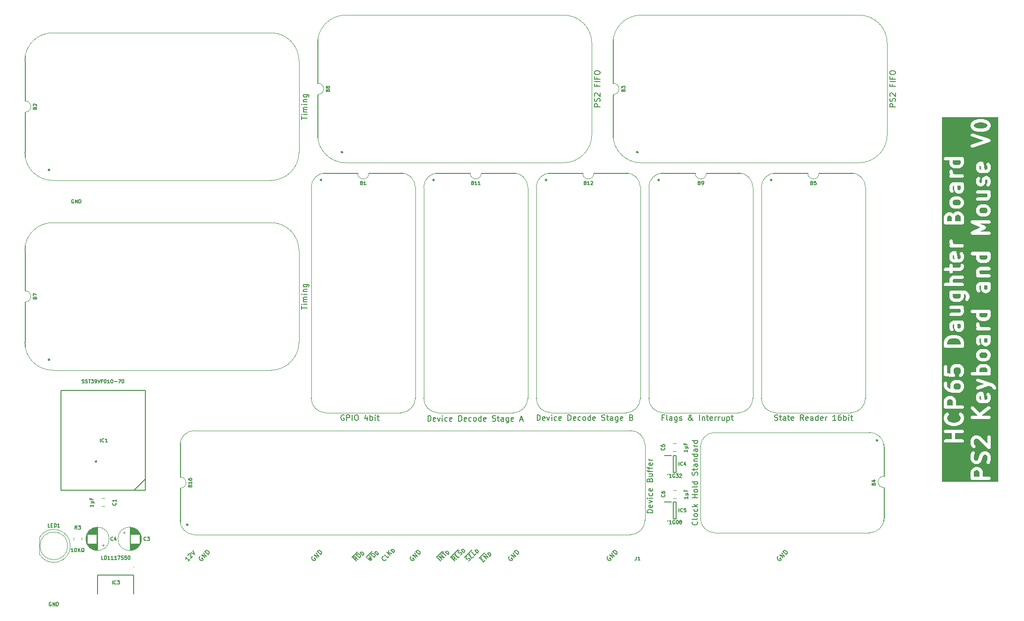
<source format=gto>
%TF.GenerationSoftware,KiCad,Pcbnew,9.0.7-9.0.7~ubuntu24.04.1*%
%TF.CreationDate,2026-01-20T19:15:56+02:00*%
%TF.ProjectId,PS2 Board,50533220-426f-4617-9264-2e6b69636164,V0*%
%TF.SameCoordinates,Original*%
%TF.FileFunction,Legend,Top*%
%TF.FilePolarity,Positive*%
%FSLAX46Y46*%
G04 Gerber Fmt 4.6, Leading zero omitted, Abs format (unit mm)*
G04 Created by KiCad (PCBNEW 9.0.7-9.0.7~ubuntu24.04.1) date 2026-01-20 19:15:56*
%MOMM*%
%LPD*%
G01*
G04 APERTURE LIST*
%ADD10C,0.200000*%
%ADD11C,0.600000*%
%ADD12C,0.150000*%
%ADD13C,0.120000*%
%ADD14C,0.100000*%
%ADD15C,0.239605*%
%ADD16C,0.227000*%
G04 APERTURE END LIST*
D10*
X40421707Y5711369D02*
X40340894Y5684431D01*
X40340894Y5684431D02*
X40260082Y5603619D01*
X40260082Y5603619D02*
X40206207Y5495869D01*
X40206207Y5495869D02*
X40206207Y5388120D01*
X40206207Y5388120D02*
X40233145Y5307308D01*
X40233145Y5307308D02*
X40313957Y5172621D01*
X40313957Y5172621D02*
X40394769Y5091808D01*
X40394769Y5091808D02*
X40529456Y5010996D01*
X40529456Y5010996D02*
X40610268Y4984059D01*
X40610268Y4984059D02*
X40718018Y4984059D01*
X40718018Y4984059D02*
X40825768Y5037934D01*
X40825768Y5037934D02*
X40879642Y5091808D01*
X40879642Y5091808D02*
X40933517Y5199558D01*
X40933517Y5199558D02*
X40933517Y5253433D01*
X40933517Y5253433D02*
X40744955Y5441995D01*
X40744955Y5441995D02*
X40637206Y5334245D01*
X41229829Y5441995D02*
X40664143Y6007680D01*
X40664143Y6007680D02*
X41553077Y5765243D01*
X41553077Y5765243D02*
X40987392Y6330929D01*
X41822451Y6034617D02*
X41256766Y6600303D01*
X41256766Y6600303D02*
X41391453Y6734990D01*
X41391453Y6734990D02*
X41499202Y6788865D01*
X41499202Y6788865D02*
X41606952Y6788865D01*
X41606952Y6788865D02*
X41687764Y6761927D01*
X41687764Y6761927D02*
X41822451Y6681115D01*
X41822451Y6681115D02*
X41903263Y6600303D01*
X41903263Y6600303D02*
X41984076Y6465616D01*
X41984076Y6465616D02*
X42011013Y6384804D01*
X42011013Y6384804D02*
X42011013Y6277054D01*
X42011013Y6277054D02*
X41957138Y6169304D01*
X41957138Y6169304D02*
X41822451Y6034617D01*
X22641707Y5711369D02*
X22560894Y5684431D01*
X22560894Y5684431D02*
X22480082Y5603619D01*
X22480082Y5603619D02*
X22426207Y5495869D01*
X22426207Y5495869D02*
X22426207Y5388120D01*
X22426207Y5388120D02*
X22453145Y5307308D01*
X22453145Y5307308D02*
X22533957Y5172621D01*
X22533957Y5172621D02*
X22614769Y5091808D01*
X22614769Y5091808D02*
X22749456Y5010996D01*
X22749456Y5010996D02*
X22830268Y4984059D01*
X22830268Y4984059D02*
X22938018Y4984059D01*
X22938018Y4984059D02*
X23045768Y5037934D01*
X23045768Y5037934D02*
X23099642Y5091808D01*
X23099642Y5091808D02*
X23153517Y5199558D01*
X23153517Y5199558D02*
X23153517Y5253433D01*
X23153517Y5253433D02*
X22964955Y5441995D01*
X22964955Y5441995D02*
X22857206Y5334245D01*
X23449829Y5441995D02*
X22884143Y6007680D01*
X22884143Y6007680D02*
X23773077Y5765243D01*
X23773077Y5765243D02*
X23207392Y6330929D01*
X24042451Y6034617D02*
X23476766Y6600303D01*
X23476766Y6600303D02*
X23611453Y6734990D01*
X23611453Y6734990D02*
X23719202Y6788865D01*
X23719202Y6788865D02*
X23826952Y6788865D01*
X23826952Y6788865D02*
X23907764Y6761927D01*
X23907764Y6761927D02*
X24042451Y6681115D01*
X24042451Y6681115D02*
X24123263Y6600303D01*
X24123263Y6600303D02*
X24204076Y6465616D01*
X24204076Y6465616D02*
X24231013Y6384804D01*
X24231013Y6384804D02*
X24231013Y6277054D01*
X24231013Y6277054D02*
X24177138Y6169304D01*
X24177138Y6169304D02*
X24042451Y6034617D01*
X447455Y5172621D02*
X124206Y4849372D01*
X285830Y5010996D02*
X-279854Y5576682D01*
X-279854Y5576682D02*
X-252917Y5441995D01*
X-252917Y5441995D02*
X-252917Y5334245D01*
X-252917Y5334245D02*
X-279854Y5253433D01*
X151143Y5899931D02*
X151143Y5953805D01*
X151143Y5953805D02*
X178081Y6034618D01*
X178081Y6034618D02*
X312768Y6169305D01*
X312768Y6169305D02*
X393580Y6196242D01*
X393580Y6196242D02*
X447455Y6196242D01*
X447455Y6196242D02*
X528267Y6169305D01*
X528267Y6169305D02*
X582142Y6115430D01*
X582142Y6115430D02*
X636017Y6007680D01*
X636017Y6007680D02*
X636017Y5361183D01*
X636017Y5361183D02*
X986203Y5711369D01*
X582142Y6438679D02*
X1336389Y6061555D01*
X1336389Y6061555D02*
X959266Y6815802D01*
D11*
G36*
X142849579Y21180586D02*
G01*
X142923587Y21106577D01*
X143013001Y20927750D01*
X143013001Y20155713D01*
X142041573Y20155713D01*
X142041573Y20927750D01*
X142130986Y21106577D01*
X142204995Y21180586D01*
X142383821Y21269999D01*
X142670753Y21269999D01*
X142849579Y21180586D01*
G37*
G36*
X138019747Y34037728D02*
G01*
X138093755Y33963719D01*
X138183169Y33784892D01*
X138183169Y33012855D01*
X137211741Y33012855D01*
X137211741Y33784892D01*
X137301154Y33963719D01*
X137375163Y34037728D01*
X137553989Y34127141D01*
X137840921Y34127141D01*
X138019747Y34037728D01*
G37*
G36*
X143375632Y34012856D02*
G01*
X143240964Y34012856D01*
X143108036Y34079319D01*
X143041573Y34212247D01*
X143041573Y34642036D01*
X143108036Y34774963D01*
X143212739Y34827315D01*
X143375632Y34012856D01*
G37*
G36*
X139448318Y36894870D02*
G01*
X139522328Y36820861D01*
X139611741Y36642035D01*
X139611741Y36212246D01*
X139522328Y36033420D01*
X139448318Y35959411D01*
X139269492Y35869998D01*
X138696846Y35869998D01*
X138518020Y35959411D01*
X138444011Y36033419D01*
X138354598Y36212246D01*
X138354598Y36642035D01*
X138444011Y36820862D01*
X138518020Y36894871D01*
X138696846Y36984284D01*
X139269492Y36984284D01*
X139448318Y36894870D01*
G37*
G36*
X144278150Y39752015D02*
G01*
X144352160Y39678005D01*
X144441573Y39499179D01*
X144441573Y39069390D01*
X144413306Y39012856D01*
X143069840Y39012856D01*
X143041573Y39069390D01*
X143041573Y39499179D01*
X143130986Y39678005D01*
X143204995Y39752015D01*
X143383821Y39841428D01*
X144099324Y39841428D01*
X144278150Y39752015D01*
G37*
G36*
X144278150Y42466301D02*
G01*
X144352160Y42392291D01*
X144441573Y42213465D01*
X144441573Y41926533D01*
X144352160Y41747707D01*
X144278150Y41673698D01*
X144099324Y41584285D01*
X143383821Y41584285D01*
X143204995Y41673698D01*
X143130986Y41747706D01*
X143041573Y41926533D01*
X143041573Y42213465D01*
X143130986Y42392291D01*
X143204995Y42466301D01*
X143383821Y42555714D01*
X144099324Y42555714D01*
X144278150Y42466301D01*
G37*
G36*
X139092748Y45001227D02*
G01*
X139305461Y44894871D01*
X139506674Y44693657D01*
X139611741Y44378458D01*
X139611741Y44012855D01*
X137211741Y44012855D01*
X137211741Y44378457D01*
X137316808Y44693658D01*
X137518020Y44894871D01*
X137730733Y45001227D01*
X138234387Y45127141D01*
X138589093Y45127141D01*
X139092748Y45001227D01*
G37*
G36*
X144441573Y45070608D02*
G01*
X144441573Y44497962D01*
X144375109Y44365034D01*
X144242181Y44298571D01*
X144098107Y44298571D01*
X143965179Y44365034D01*
X143898716Y44497962D01*
X143898716Y45127143D01*
X144413306Y45127143D01*
X144441573Y45070608D01*
G37*
G36*
X139611741Y47642035D02*
G01*
X139611741Y47069389D01*
X139545277Y46936461D01*
X139412349Y46869998D01*
X139268275Y46869998D01*
X139135347Y46936461D01*
X139068884Y47069389D01*
X139068884Y47698570D01*
X139583474Y47698570D01*
X139611741Y47642035D01*
G37*
G36*
X144441573Y49642037D02*
G01*
X144441573Y49212248D01*
X144352160Y49033422D01*
X144278150Y48959413D01*
X144099324Y48870000D01*
X143383821Y48870000D01*
X143204995Y48959413D01*
X143130986Y49033421D01*
X143041573Y49212248D01*
X143041573Y49642037D01*
X143069840Y49698572D01*
X144413306Y49698572D01*
X144441573Y49642037D01*
G37*
G36*
X139611741Y53070607D02*
G01*
X139611741Y52640818D01*
X139522328Y52461992D01*
X139448318Y52387983D01*
X139269492Y52298570D01*
X138553989Y52298570D01*
X138375163Y52387983D01*
X138301154Y52461991D01*
X138211741Y52640818D01*
X138211741Y53070607D01*
X138240008Y53127142D01*
X139583474Y53127142D01*
X139611741Y53070607D01*
G37*
G36*
X144441573Y54642037D02*
G01*
X144441573Y54069391D01*
X144375109Y53936463D01*
X144242181Y53870000D01*
X144098107Y53870000D01*
X143965179Y53936463D01*
X143898716Y54069391D01*
X143898716Y54698572D01*
X144413306Y54698572D01*
X144441573Y54642037D01*
G37*
G36*
X144441573Y60070609D02*
G01*
X144441573Y59640820D01*
X144352160Y59461994D01*
X144278150Y59387985D01*
X144099324Y59298572D01*
X143383821Y59298572D01*
X143204995Y59387985D01*
X143130986Y59461993D01*
X143041573Y59640820D01*
X143041573Y60070609D01*
X143069840Y60127144D01*
X144413306Y60127144D01*
X144441573Y60070609D01*
G37*
G36*
X138545800Y59441428D02*
G01*
X138411132Y59441428D01*
X138278204Y59507891D01*
X138211741Y59640819D01*
X138211741Y60070608D01*
X138278204Y60203535D01*
X138382907Y60255887D01*
X138545800Y59441428D01*
G37*
G36*
X137876890Y67180587D02*
G01*
X137950898Y67106578D01*
X138040312Y66927751D01*
X138040312Y66298571D01*
X137211741Y66298571D01*
X137211741Y66927751D01*
X137301154Y67106578D01*
X137375163Y67180587D01*
X137553989Y67270000D01*
X137698064Y67270000D01*
X137876890Y67180587D01*
G37*
G36*
X139448318Y67323444D02*
G01*
X139522328Y67249434D01*
X139611741Y67070608D01*
X139611741Y66298571D01*
X138640312Y66298571D01*
X138640312Y66949888D01*
X138745379Y67265089D01*
X138803734Y67323444D01*
X138982561Y67412857D01*
X139269492Y67412857D01*
X139448318Y67323444D01*
G37*
G36*
X144278150Y68609159D02*
G01*
X144352160Y68535149D01*
X144441573Y68356323D01*
X144441573Y68069391D01*
X144352160Y67890565D01*
X144278150Y67816556D01*
X144099324Y67727143D01*
X143383821Y67727143D01*
X143204995Y67816556D01*
X143130986Y67890564D01*
X143041573Y68069391D01*
X143041573Y68356323D01*
X143130986Y68535149D01*
X143204995Y68609159D01*
X143383821Y68698572D01*
X144099324Y68698572D01*
X144278150Y68609159D01*
G37*
G36*
X139448318Y70037730D02*
G01*
X139522328Y69963720D01*
X139611741Y69784894D01*
X139611741Y69497962D01*
X139522328Y69319136D01*
X139448318Y69245127D01*
X139269492Y69155714D01*
X138553989Y69155714D01*
X138375163Y69245127D01*
X138301154Y69319135D01*
X138211741Y69497962D01*
X138211741Y69784894D01*
X138301154Y69963720D01*
X138375163Y70037730D01*
X138553989Y70127143D01*
X139269492Y70127143D01*
X139448318Y70037730D01*
G37*
G36*
X139611741Y72642037D02*
G01*
X139611741Y72069391D01*
X139545277Y71936463D01*
X139412349Y71870000D01*
X139268275Y71870000D01*
X139135347Y71936463D01*
X139068884Y72069391D01*
X139068884Y72698572D01*
X139583474Y72698572D01*
X139611741Y72642037D01*
G37*
G36*
X143375632Y75584286D02*
G01*
X143240964Y75584286D01*
X143108036Y75650749D01*
X143041573Y75783677D01*
X143041573Y76213466D01*
X143108036Y76346393D01*
X143212739Y76398745D01*
X143375632Y75584286D01*
G37*
G36*
X139611741Y77213466D02*
G01*
X139611741Y76783677D01*
X139522328Y76604851D01*
X139448318Y76530842D01*
X139269492Y76441429D01*
X138553989Y76441429D01*
X138375163Y76530842D01*
X138301154Y76604850D01*
X138211741Y76783677D01*
X138211741Y77213466D01*
X138240008Y77270001D01*
X139583474Y77270001D01*
X139611741Y77213466D01*
G37*
G36*
X144065436Y84001230D02*
G01*
X144278150Y83894874D01*
X144352160Y83820864D01*
X144441573Y83642038D01*
X144441573Y83497964D01*
X144352160Y83319138D01*
X144278150Y83245128D01*
X144065436Y83138771D01*
X143561783Y83012858D01*
X142921362Y83012858D01*
X142417708Y83138771D01*
X142204995Y83245127D01*
X142130986Y83319137D01*
X142041573Y83497964D01*
X142041573Y83642038D01*
X142130986Y83820864D01*
X142204995Y83894874D01*
X142417708Y84001230D01*
X142921362Y84127144D01*
X143561783Y84127144D01*
X144065436Y84001230D01*
G37*
G36*
X146374151Y19222380D02*
G01*
X136278408Y19222380D01*
X136278408Y20998570D01*
X141441573Y20998570D01*
X141441573Y19855713D01*
X141444140Y19816555D01*
X141464409Y19740908D01*
X141503567Y19673085D01*
X141558945Y19617707D01*
X141626768Y19578549D01*
X141702415Y19558280D01*
X141741573Y19555713D01*
X144741573Y19555713D01*
X144780731Y19558280D01*
X144856378Y19578549D01*
X144924201Y19617707D01*
X144979579Y19673085D01*
X145018737Y19740908D01*
X145039006Y19816555D01*
X145039006Y19894871D01*
X145018737Y19970518D01*
X144979579Y20038341D01*
X144924201Y20093719D01*
X144856378Y20132877D01*
X144780731Y20153146D01*
X144741573Y20155713D01*
X143613001Y20155713D01*
X143613001Y20998570D01*
X143611940Y21014746D01*
X143612246Y21019836D01*
X143611305Y21024431D01*
X143610434Y21037728D01*
X143602606Y21066941D01*
X143596545Y21096562D01*
X143591380Y21108840D01*
X143590165Y21113375D01*
X143587613Y21117794D01*
X143581329Y21132734D01*
X143438472Y21418449D01*
X143418664Y21452325D01*
X143412669Y21459085D01*
X143408150Y21466913D01*
X143382276Y21496417D01*
X143239419Y21639274D01*
X143209915Y21665148D01*
X143202087Y21669667D01*
X143195327Y21675662D01*
X143161451Y21695470D01*
X142875737Y21838327D01*
X142860797Y21844611D01*
X142856378Y21847163D01*
X142851843Y21848378D01*
X142839565Y21853543D01*
X142809943Y21859604D01*
X142780731Y21867432D01*
X142767435Y21868303D01*
X142762840Y21869244D01*
X142757750Y21868938D01*
X142741573Y21869999D01*
X142313001Y21869999D01*
X142296823Y21868938D01*
X142291734Y21869244D01*
X142287138Y21868303D01*
X142273843Y21867432D01*
X142244630Y21859604D01*
X142215009Y21853543D01*
X142202730Y21848378D01*
X142198196Y21847163D01*
X142193776Y21844611D01*
X142178837Y21838327D01*
X141893123Y21695470D01*
X141859247Y21675662D01*
X141852486Y21669667D01*
X141844659Y21665148D01*
X141815155Y21639274D01*
X141672298Y21496417D01*
X141646424Y21466913D01*
X141641904Y21459085D01*
X141635910Y21452325D01*
X141616102Y21418449D01*
X141473245Y21132734D01*
X141466960Y21117794D01*
X141464409Y21113375D01*
X141463193Y21108840D01*
X141458029Y21096562D01*
X141451967Y21066941D01*
X141444140Y21037728D01*
X141443268Y21024431D01*
X141442328Y21019836D01*
X141442633Y21014746D01*
X141441573Y20998570D01*
X136278408Y20998570D01*
X136278408Y23998570D01*
X141441573Y23998570D01*
X141441573Y23284285D01*
X141442633Y23268108D01*
X141442328Y23263019D01*
X141443268Y23258423D01*
X141444140Y23245127D01*
X141451967Y23215913D01*
X141458029Y23186293D01*
X141463193Y23174014D01*
X141464409Y23169480D01*
X141466960Y23165060D01*
X141473245Y23150121D01*
X141616102Y22864406D01*
X141635910Y22830530D01*
X141641904Y22823769D01*
X141646424Y22815942D01*
X141672298Y22786438D01*
X141815155Y22643581D01*
X141844659Y22617707D01*
X141852486Y22613187D01*
X141859247Y22607193D01*
X141893123Y22587385D01*
X142178837Y22444528D01*
X142193776Y22438243D01*
X142198196Y22435692D01*
X142202730Y22434476D01*
X142215009Y22429312D01*
X142244630Y22423250D01*
X142273843Y22415423D01*
X142287138Y22414551D01*
X142291734Y22413611D01*
X142296823Y22413916D01*
X142313001Y22412856D01*
X142598716Y22412856D01*
X142614893Y22413916D01*
X142619983Y22413611D01*
X142624578Y22414551D01*
X142637874Y22415423D01*
X142667086Y22423250D01*
X142696708Y22429312D01*
X142708986Y22434476D01*
X142713521Y22435692D01*
X142717940Y22438243D01*
X142732880Y22444528D01*
X143018594Y22587385D01*
X143052470Y22607193D01*
X143059230Y22613187D01*
X143067058Y22617707D01*
X143096562Y22643581D01*
X143239419Y22786438D01*
X143265293Y22815942D01*
X143269812Y22823769D01*
X143275807Y22830530D01*
X143295615Y22864406D01*
X143438472Y23150121D01*
X143446657Y23169579D01*
X143449199Y23174158D01*
X143451177Y23180325D01*
X143453688Y23186293D01*
X143454737Y23191420D01*
X143461187Y23211524D01*
X143596057Y23751005D01*
X143702413Y23963719D01*
X143776423Y24037728D01*
X143955250Y24127142D01*
X144099324Y24127142D01*
X144278150Y24037728D01*
X144352160Y23963719D01*
X144441573Y23784893D01*
X144441573Y23190110D01*
X144314111Y22807724D01*
X144304163Y22769764D01*
X144299471Y22691589D01*
X144315172Y22614864D01*
X144350196Y22544816D01*
X144402156Y22486220D01*
X144467511Y22443069D01*
X144541808Y22418303D01*
X144619983Y22413611D01*
X144696708Y22429312D01*
X144766756Y22464336D01*
X144825352Y22516296D01*
X144868503Y22581651D01*
X144883321Y22617988D01*
X145026178Y23046559D01*
X145036125Y23084520D01*
X145036666Y23093538D01*
X145039006Y23102270D01*
X145041573Y23141428D01*
X145041573Y23855713D01*
X145040512Y23871889D01*
X145040818Y23876979D01*
X145039877Y23881574D01*
X145039006Y23894871D01*
X145031178Y23924084D01*
X145025117Y23953705D01*
X145019952Y23965983D01*
X145018737Y23970518D01*
X145016185Y23974937D01*
X145009901Y23989877D01*
X144867044Y24275592D01*
X144847236Y24309468D01*
X144841240Y24316229D01*
X144836721Y24324057D01*
X144810847Y24353561D01*
X144667989Y24496418D01*
X144638485Y24522291D01*
X144630660Y24526808D01*
X144623898Y24532805D01*
X144590022Y24552613D01*
X144304308Y24695470D01*
X144289368Y24701754D01*
X144284949Y24704306D01*
X144280414Y24705521D01*
X144268136Y24710686D01*
X144238514Y24716747D01*
X144209302Y24724575D01*
X144196006Y24725446D01*
X144191411Y24726387D01*
X144186321Y24726081D01*
X144170144Y24727142D01*
X143884430Y24727142D01*
X143868252Y24726081D01*
X143863163Y24726387D01*
X143858567Y24725446D01*
X143845272Y24724575D01*
X143816059Y24716747D01*
X143786438Y24710686D01*
X143774159Y24705521D01*
X143769625Y24704306D01*
X143765205Y24701754D01*
X143750266Y24695470D01*
X143464552Y24552613D01*
X143430676Y24532805D01*
X143423913Y24526808D01*
X143416089Y24522291D01*
X143386585Y24496418D01*
X143243727Y24353561D01*
X143217853Y24324057D01*
X143213333Y24316229D01*
X143207338Y24309468D01*
X143187530Y24275592D01*
X143044673Y23989877D01*
X143036487Y23970418D01*
X143033946Y23965840D01*
X143031967Y23959672D01*
X143029457Y23953705D01*
X143028407Y23948577D01*
X143021958Y23928474D01*
X142887087Y23388991D01*
X142780730Y23176277D01*
X142706722Y23102269D01*
X142527896Y23012856D01*
X142383821Y23012856D01*
X142204995Y23102269D01*
X142130986Y23176277D01*
X142041573Y23355104D01*
X142041573Y23949887D01*
X142169035Y24332273D01*
X142178982Y24370234D01*
X142183675Y24448408D01*
X142167974Y24525134D01*
X142132950Y24595182D01*
X142080990Y24653778D01*
X142015635Y24696929D01*
X141941338Y24721694D01*
X141863163Y24726387D01*
X141786438Y24710686D01*
X141716389Y24675662D01*
X141657793Y24623702D01*
X141614643Y24558346D01*
X141599825Y24522010D01*
X141456968Y24093438D01*
X141447020Y24055478D01*
X141446478Y24046455D01*
X141444140Y24037728D01*
X141441573Y23998570D01*
X136278408Y23998570D01*
X136278408Y28323442D01*
X136614308Y28323442D01*
X136614308Y28245126D01*
X136634577Y28169479D01*
X136673735Y28101656D01*
X136729113Y28046278D01*
X136796936Y28007120D01*
X136872583Y27986851D01*
X136911741Y27984284D01*
X138040312Y27984284D01*
X138040312Y26869998D01*
X136911741Y26869998D01*
X136872583Y26867431D01*
X136796936Y26847162D01*
X136729113Y26808004D01*
X136673735Y26752626D01*
X136634577Y26684803D01*
X136614308Y26609156D01*
X136614308Y26530840D01*
X136634577Y26455193D01*
X136673735Y26387370D01*
X136729113Y26331992D01*
X136796936Y26292834D01*
X136872583Y26272565D01*
X136911741Y26269998D01*
X139911741Y26269998D01*
X139950899Y26272565D01*
X140026546Y26292834D01*
X140094369Y26331992D01*
X140149747Y26387370D01*
X140188905Y26455193D01*
X140209174Y26530840D01*
X140209174Y26609156D01*
X140188905Y26684803D01*
X140172708Y26712856D01*
X141441573Y26712856D01*
X141441573Y25998571D01*
X141442633Y25982394D01*
X141442328Y25977305D01*
X141443268Y25972709D01*
X141444140Y25959413D01*
X141451967Y25930199D01*
X141458029Y25900579D01*
X141463193Y25888300D01*
X141464409Y25883766D01*
X141466960Y25879346D01*
X141473245Y25864407D01*
X141616102Y25578692D01*
X141635910Y25544816D01*
X141641904Y25538055D01*
X141646424Y25530228D01*
X141672298Y25500724D01*
X141815155Y25357867D01*
X141844659Y25331993D01*
X141912482Y25292835D01*
X141988129Y25272566D01*
X142066445Y25272566D01*
X142142092Y25292835D01*
X142209915Y25331993D01*
X142265293Y25387371D01*
X142304451Y25455194D01*
X142324720Y25530841D01*
X142324720Y25609157D01*
X142304451Y25684804D01*
X142265293Y25752627D01*
X142239419Y25782131D01*
X142130986Y25890563D01*
X142041573Y26069390D01*
X142041573Y26642036D01*
X142130986Y26820863D01*
X142204995Y26894872D01*
X142383821Y26984285D01*
X142550033Y26984285D01*
X142865232Y26879218D01*
X144529441Y25215010D01*
X144558945Y25189136D01*
X144626768Y25149978D01*
X144702415Y25129709D01*
X144780731Y25129709D01*
X144780732Y25129709D01*
X144856378Y25149978D01*
X144924201Y25189136D01*
X144979579Y25244514D01*
X145018737Y25312337D01*
X145039006Y25387983D01*
X145039006Y25387984D01*
X145041573Y25427142D01*
X145041573Y27284285D01*
X145039006Y27323443D01*
X145018737Y27399090D01*
X144979579Y27466913D01*
X144924201Y27522291D01*
X144856378Y27561449D01*
X144780731Y27581718D01*
X144702415Y27581718D01*
X144626768Y27561449D01*
X144558945Y27522291D01*
X144503567Y27466913D01*
X144464409Y27399090D01*
X144444140Y27323443D01*
X144441573Y27284285D01*
X144441573Y26151406D01*
X143239419Y27353560D01*
X143227228Y27364250D01*
X143223847Y27368064D01*
X143219934Y27370647D01*
X143209915Y27379434D01*
X143183722Y27394556D01*
X143158492Y27411215D01*
X143146156Y27416245D01*
X143142092Y27418592D01*
X143137164Y27419912D01*
X143122155Y27426033D01*
X142693584Y27568890D01*
X142655624Y27578838D01*
X142646601Y27579379D01*
X142637874Y27581718D01*
X142598716Y27584285D01*
X142313001Y27584285D01*
X142296823Y27583224D01*
X142291734Y27583530D01*
X142287138Y27582589D01*
X142273843Y27581718D01*
X142244630Y27573890D01*
X142215009Y27567829D01*
X142202730Y27562664D01*
X142198196Y27561449D01*
X142193776Y27558897D01*
X142178837Y27552613D01*
X141893123Y27409756D01*
X141859247Y27389948D01*
X141852486Y27383953D01*
X141844659Y27379434D01*
X141815155Y27353560D01*
X141672298Y27210703D01*
X141646424Y27181199D01*
X141641904Y27173371D01*
X141635910Y27166611D01*
X141616102Y27132735D01*
X141473245Y26847020D01*
X141466960Y26832080D01*
X141464409Y26827661D01*
X141463193Y26823126D01*
X141458029Y26810848D01*
X141451967Y26781227D01*
X141444140Y26752014D01*
X141443268Y26738717D01*
X141442328Y26734122D01*
X141442633Y26729032D01*
X141441573Y26712856D01*
X140172708Y26712856D01*
X140149747Y26752626D01*
X140094369Y26808004D01*
X140026546Y26847162D01*
X139950899Y26867431D01*
X139911741Y26869998D01*
X138640312Y26869998D01*
X138640312Y27984284D01*
X139911741Y27984284D01*
X139950899Y27986851D01*
X140026546Y28007120D01*
X140094369Y28046278D01*
X140149747Y28101656D01*
X140188905Y28169479D01*
X140209174Y28245126D01*
X140209174Y28323442D01*
X140188905Y28399089D01*
X140149747Y28466912D01*
X140094369Y28522290D01*
X140026546Y28561448D01*
X139950899Y28581717D01*
X139911741Y28584284D01*
X136911741Y28584284D01*
X136872583Y28581717D01*
X136796936Y28561448D01*
X136729113Y28522290D01*
X136673735Y28466912D01*
X136634577Y28399089D01*
X136614308Y28323442D01*
X136278408Y28323442D01*
X136278408Y30855712D01*
X136611741Y30855712D01*
X136611741Y30569998D01*
X136614308Y30530840D01*
X136616646Y30522112D01*
X136617188Y30513090D01*
X136627136Y30475130D01*
X136769993Y30046559D01*
X136776113Y30031549D01*
X136777434Y30026622D01*
X136779780Y30022557D01*
X136784811Y30010222D01*
X136801469Y29984991D01*
X136816592Y29958799D01*
X136825378Y29948779D01*
X136827962Y29944867D01*
X136831775Y29941485D01*
X136842466Y29929295D01*
X137128179Y29643581D01*
X137157683Y29617707D01*
X137165510Y29613187D01*
X137172272Y29607192D01*
X137206148Y29587384D01*
X137491862Y29444527D01*
X137511320Y29436341D01*
X137515899Y29433800D01*
X137522066Y29431821D01*
X137528034Y29429311D01*
X137533161Y29428261D01*
X137553265Y29421812D01*
X138124694Y29278955D01*
X138154921Y29273469D01*
X138158297Y29272565D01*
X138160814Y29272399D01*
X138163305Y29271948D01*
X138166809Y29272006D01*
X138197455Y29269998D01*
X138626026Y29269998D01*
X138656671Y29272006D01*
X138660175Y29271948D01*
X138662665Y29272399D01*
X138665184Y29272565D01*
X138668560Y29273469D01*
X138698787Y29278955D01*
X139270215Y29421812D01*
X139290316Y29428261D01*
X139295447Y29429311D01*
X139301418Y29431822D01*
X139307581Y29433800D01*
X139312156Y29436339D01*
X139331619Y29444527D01*
X139617333Y29587384D01*
X139651209Y29607192D01*
X139657969Y29613186D01*
X139665797Y29617706D01*
X139695301Y29643580D01*
X139981016Y29929295D01*
X139991703Y29941481D01*
X139995520Y29944866D01*
X139998105Y29948782D01*
X140006890Y29958799D01*
X140022010Y29984988D01*
X140038671Y30010222D01*
X140043701Y30022557D01*
X140046048Y30026622D01*
X140047368Y30031549D01*
X140053489Y30046559D01*
X140196346Y30475129D01*
X140206293Y30513089D01*
X140206834Y30522108D01*
X140209174Y30530840D01*
X140211741Y30569998D01*
X140211741Y30855712D01*
X140209174Y30894870D01*
X140206834Y30903601D01*
X140206293Y30912620D01*
X140196346Y30950581D01*
X140053489Y31379152D01*
X140047369Y31394159D01*
X140046048Y31399090D01*
X140043700Y31403156D01*
X140038671Y31415489D01*
X140022011Y31440720D01*
X140006889Y31466913D01*
X139998103Y31476930D01*
X139995520Y31480844D01*
X139991706Y31484225D01*
X139981015Y31496417D01*
X139838157Y31639274D01*
X139808653Y31665147D01*
X139740830Y31704305D01*
X139665183Y31724574D01*
X139586867Y31724574D01*
X139511220Y31704305D01*
X139443397Y31665146D01*
X139388020Y31609768D01*
X139348862Y31541945D01*
X139328593Y31466298D01*
X139328593Y31387982D01*
X139348862Y31312335D01*
X139388021Y31244512D01*
X139413895Y31215008D01*
X139506674Y31122229D01*
X139611741Y30807029D01*
X139611741Y30618681D01*
X139506674Y30303481D01*
X139305461Y30102268D01*
X139092748Y29995911D01*
X138589093Y29869998D01*
X138234387Y29869998D01*
X137730733Y29995911D01*
X137518020Y30102267D01*
X137316808Y30303480D01*
X137211741Y30618681D01*
X137211741Y30807029D01*
X137316808Y31122230D01*
X137409587Y31215009D01*
X137435461Y31244513D01*
X137474619Y31312336D01*
X137494888Y31387983D01*
X137494888Y31466299D01*
X137474619Y31541946D01*
X137435461Y31609769D01*
X137380083Y31665147D01*
X137312260Y31704305D01*
X137236613Y31724574D01*
X137158297Y31724574D01*
X137082650Y31704305D01*
X137014827Y31665147D01*
X136985323Y31639273D01*
X136842466Y31496416D01*
X136831778Y31484229D01*
X136827961Y31480844D01*
X136825375Y31476927D01*
X136816592Y31466912D01*
X136801469Y31440719D01*
X136784811Y31415488D01*
X136779781Y31403155D01*
X136777434Y31399089D01*
X136776113Y31394159D01*
X136769993Y31379152D01*
X136627136Y30950580D01*
X136617188Y30912620D01*
X136616646Y30903597D01*
X136614308Y30894870D01*
X136611741Y30855712D01*
X136278408Y30855712D01*
X136278408Y33855712D01*
X136611741Y33855712D01*
X136611741Y32712855D01*
X136614308Y32673697D01*
X136634577Y32598050D01*
X136673735Y32530227D01*
X136729113Y32474849D01*
X136796936Y32435691D01*
X136872583Y32415422D01*
X136911741Y32412855D01*
X139911741Y32412855D01*
X139950899Y32415422D01*
X140026546Y32435691D01*
X140094369Y32474849D01*
X140149747Y32530227D01*
X140188905Y32598050D01*
X140191881Y32609157D01*
X141444140Y32609157D01*
X141444140Y32530841D01*
X141464409Y32455194D01*
X141503567Y32387371D01*
X141529441Y32357867D01*
X142731594Y31155713D01*
X141741573Y31155713D01*
X141702415Y31153146D01*
X141626768Y31132877D01*
X141558945Y31093719D01*
X141503567Y31038341D01*
X141464409Y30970518D01*
X141444140Y30894871D01*
X141444140Y30816555D01*
X141464409Y30740908D01*
X141503567Y30673085D01*
X141558945Y30617707D01*
X141626768Y30578549D01*
X141702415Y30558280D01*
X141741573Y30555713D01*
X144741573Y30555713D01*
X144780731Y30558280D01*
X144856378Y30578549D01*
X144924201Y30617707D01*
X144979579Y30673085D01*
X145018737Y30740908D01*
X145039006Y30816555D01*
X145039006Y30894871D01*
X145018737Y30970518D01*
X144979579Y31038341D01*
X144924201Y31093719D01*
X144856378Y31132877D01*
X144780731Y31153146D01*
X144741573Y31155713D01*
X143580122Y31155713D01*
X143484008Y31251826D01*
X144921573Y32329999D01*
X144951359Y32355547D01*
X144999715Y32417151D01*
X145030479Y32489171D01*
X145041554Y32566700D01*
X145032187Y32644453D01*
X145003014Y32717132D01*
X144956024Y32779785D01*
X144894421Y32828141D01*
X144822401Y32858905D01*
X144744872Y32869980D01*
X144667118Y32860613D01*
X144594439Y32831440D01*
X144561573Y32809999D01*
X143055437Y31680397D01*
X141953705Y32782131D01*
X141924201Y32808005D01*
X141856378Y32847163D01*
X141780731Y32867432D01*
X141702415Y32867432D01*
X141626768Y32847163D01*
X141558945Y32808005D01*
X141503567Y32752627D01*
X141464409Y32684804D01*
X141444140Y32609157D01*
X140191881Y32609157D01*
X140209174Y32673697D01*
X140209174Y32752013D01*
X140188905Y32827660D01*
X140149747Y32895483D01*
X140094369Y32950861D01*
X140026546Y32990019D01*
X139950899Y33010288D01*
X139911741Y33012855D01*
X138783169Y33012855D01*
X138783169Y33855712D01*
X138782108Y33871888D01*
X138782414Y33876978D01*
X138781473Y33881573D01*
X138780602Y33894870D01*
X138772774Y33924083D01*
X138766713Y33953704D01*
X138761548Y33965982D01*
X138760333Y33970517D01*
X138757781Y33974936D01*
X138751497Y33989876D01*
X138608640Y34275591D01*
X138588832Y34309467D01*
X138582837Y34316227D01*
X138578318Y34324055D01*
X138552444Y34353559D01*
X138409587Y34496416D01*
X138380083Y34522290D01*
X138372255Y34526809D01*
X138365495Y34532804D01*
X138331619Y34552612D01*
X138045905Y34695469D01*
X138030965Y34701753D01*
X138026546Y34704305D01*
X138022011Y34705520D01*
X138009733Y34710685D01*
X137999123Y34712856D01*
X142441573Y34712856D01*
X142441573Y34141428D01*
X142442633Y34125251D01*
X142442328Y34120162D01*
X142443268Y34115566D01*
X142444140Y34102270D01*
X142451967Y34073056D01*
X142458029Y34043436D01*
X142463193Y34031157D01*
X142464409Y34026623D01*
X142466960Y34022203D01*
X142473245Y34007264D01*
X142616102Y33721549D01*
X142635910Y33687673D01*
X142647863Y33674192D01*
X142657794Y33659152D01*
X142673734Y33645017D01*
X142687869Y33629077D01*
X142702910Y33619145D01*
X142716390Y33607193D01*
X142750266Y33587385D01*
X143035980Y33444528D01*
X143050919Y33438243D01*
X143055339Y33435692D01*
X143059873Y33434476D01*
X143072152Y33429312D01*
X143101773Y33423250D01*
X143130986Y33415423D01*
X143144281Y33414551D01*
X143148877Y33413611D01*
X143153966Y33413916D01*
X143170144Y33412856D01*
X144313001Y33412856D01*
X144329177Y33413916D01*
X144334267Y33413611D01*
X144338862Y33414551D01*
X144352159Y33415423D01*
X144381372Y33423250D01*
X144410993Y33429312D01*
X144423271Y33434476D01*
X144427806Y33435692D01*
X144432225Y33438243D01*
X144447165Y33444528D01*
X144732880Y33587385D01*
X144766756Y33607193D01*
X144780235Y33619145D01*
X144795277Y33629077D01*
X144809411Y33645017D01*
X144825352Y33659152D01*
X144835283Y33674193D01*
X144847236Y33687673D01*
X144867044Y33721549D01*
X145009901Y34007264D01*
X145016185Y34022203D01*
X145018737Y34026623D01*
X145019952Y34031157D01*
X145025117Y34043436D01*
X145031178Y34073056D01*
X145039006Y34102270D01*
X145039877Y34115566D01*
X145040818Y34120162D01*
X145040512Y34125251D01*
X145041573Y34141428D01*
X145041573Y34712856D01*
X145040512Y34729033D01*
X145040818Y34734123D01*
X145039877Y34738718D01*
X145039006Y34752014D01*
X145031178Y34781226D01*
X145025117Y34810848D01*
X145019952Y34823126D01*
X145018737Y34827661D01*
X145016185Y34832080D01*
X145009901Y34847020D01*
X144867044Y35132734D01*
X144847236Y35166610D01*
X144795277Y35225206D01*
X144729921Y35268357D01*
X144655624Y35293123D01*
X144577449Y35297815D01*
X144500724Y35282114D01*
X144430676Y35247090D01*
X144372080Y35195131D01*
X144328929Y35129775D01*
X144304163Y35055478D01*
X144299471Y34977303D01*
X144315172Y34900578D01*
X144330388Y34864406D01*
X144441573Y34642036D01*
X144441573Y34212247D01*
X144375109Y34079319D01*
X144242181Y34012856D01*
X143987514Y34012856D01*
X143750032Y35200263D01*
X143739835Y35238157D01*
X143735535Y35246853D01*
X143733022Y35256233D01*
X143718229Y35281854D01*
X143705124Y35308360D01*
X143698717Y35315650D01*
X143693864Y35324056D01*
X143672950Y35344969D01*
X143653426Y35367186D01*
X143645350Y35372570D01*
X143638486Y35379434D01*
X143612867Y35394224D01*
X143588263Y35410628D01*
X143579070Y35413737D01*
X143570663Y35418592D01*
X143542094Y35426246D01*
X143514077Y35435725D01*
X143504388Y35436349D01*
X143495016Y35438861D01*
X143455858Y35441428D01*
X143170144Y35441428D01*
X143153966Y35440367D01*
X143148876Y35440673D01*
X143144280Y35439732D01*
X143130986Y35438861D01*
X143101776Y35431034D01*
X143072151Y35424972D01*
X143059870Y35419806D01*
X143055339Y35418592D01*
X143050922Y35416042D01*
X143035979Y35409756D01*
X142750265Y35266898D01*
X142716389Y35247090D01*
X142702906Y35235134D01*
X142687869Y35225206D01*
X142673734Y35209266D01*
X142657793Y35195130D01*
X142647862Y35180089D01*
X142635910Y35166610D01*
X142616102Y35132734D01*
X142473245Y34847020D01*
X142466960Y34832080D01*
X142464409Y34827661D01*
X142463193Y34823126D01*
X142458029Y34810848D01*
X142451967Y34781226D01*
X142444140Y34752014D01*
X142443268Y34738718D01*
X142442328Y34734123D01*
X142442633Y34729033D01*
X142441573Y34712856D01*
X137999123Y34712856D01*
X137980111Y34716746D01*
X137950899Y34724574D01*
X137937603Y34725445D01*
X137933008Y34726386D01*
X137927918Y34726080D01*
X137911741Y34727141D01*
X137483169Y34727141D01*
X137466991Y34726080D01*
X137461902Y34726386D01*
X137457306Y34725445D01*
X137444011Y34724574D01*
X137414798Y34716746D01*
X137385177Y34710685D01*
X137372898Y34705520D01*
X137368364Y34704305D01*
X137363944Y34701753D01*
X137349005Y34695469D01*
X137063291Y34552612D01*
X137029415Y34532804D01*
X137022654Y34526809D01*
X137014827Y34522290D01*
X136985323Y34496416D01*
X136842466Y34353559D01*
X136816592Y34324055D01*
X136812072Y34316227D01*
X136806078Y34309467D01*
X136786270Y34275591D01*
X136643413Y33989876D01*
X136637128Y33974936D01*
X136634577Y33970517D01*
X136633361Y33965982D01*
X136628197Y33953704D01*
X136622135Y33924083D01*
X136614308Y33894870D01*
X136613436Y33881573D01*
X136612496Y33876978D01*
X136612801Y33871888D01*
X136611741Y33855712D01*
X136278408Y33855712D01*
X136278408Y36998570D01*
X136611741Y36998570D01*
X136611741Y36427141D01*
X136612801Y36410963D01*
X136612496Y36405874D01*
X136613436Y36401278D01*
X136614308Y36387983D01*
X136622135Y36358770D01*
X136628197Y36329149D01*
X136633361Y36316870D01*
X136634577Y36312336D01*
X136637128Y36307916D01*
X136643413Y36292977D01*
X136786270Y36007263D01*
X136806078Y35973387D01*
X136812072Y35966626D01*
X136816592Y35958799D01*
X136842466Y35929295D01*
X136985323Y35786438D01*
X136996614Y35776536D01*
X136999887Y35772812D01*
X137007559Y35766937D01*
X137014827Y35760564D01*
X137019121Y35758084D01*
X137031045Y35748955D01*
X137459616Y35463240D01*
X137493621Y35443655D01*
X137505207Y35439735D01*
X137515899Y35433800D01*
X137553265Y35421812D01*
X138124694Y35278955D01*
X138154921Y35273469D01*
X138158297Y35272565D01*
X138160814Y35272399D01*
X138163305Y35271948D01*
X138166809Y35272006D01*
X138197455Y35269998D01*
X139340312Y35269998D01*
X139356489Y35271058D01*
X139361579Y35270753D01*
X139366174Y35271693D01*
X139379470Y35272565D01*
X139408682Y35280392D01*
X139438304Y35286454D01*
X139450582Y35291618D01*
X139455117Y35292834D01*
X139459536Y35295385D01*
X139474476Y35301670D01*
X139760190Y35444527D01*
X139794066Y35464335D01*
X139800828Y35470331D01*
X139808653Y35474849D01*
X139838157Y35500722D01*
X139981015Y35643579D01*
X140006889Y35673083D01*
X140011408Y35680910D01*
X140017404Y35687672D01*
X140037212Y35721548D01*
X140180069Y36007263D01*
X140186353Y36022202D01*
X140188905Y36026622D01*
X140190120Y36031156D01*
X140195285Y36043435D01*
X140201346Y36073055D01*
X140209174Y36102269D01*
X140210045Y36115565D01*
X140210986Y36120161D01*
X140210680Y36125250D01*
X140211741Y36141427D01*
X140211741Y36712855D01*
X140210680Y36729031D01*
X140210986Y36734121D01*
X140210045Y36738716D01*
X140209174Y36752013D01*
X140201346Y36781226D01*
X140195285Y36810847D01*
X140190120Y36823125D01*
X140188905Y36827660D01*
X140186353Y36832079D01*
X140180069Y36847019D01*
X140037212Y37132734D01*
X140017404Y37166610D01*
X140011408Y37173371D01*
X140006889Y37181199D01*
X139981015Y37210703D01*
X139838157Y37353560D01*
X139808653Y37379433D01*
X139800828Y37383950D01*
X139794066Y37389947D01*
X139760190Y37409755D01*
X139474476Y37552612D01*
X139468554Y37555103D01*
X142441943Y37555103D01*
X142456008Y37478061D01*
X142489535Y37407283D01*
X142540236Y37347595D01*
X142604659Y37303064D01*
X142640672Y37287476D01*
X143849608Y36855713D01*
X142640672Y36423951D01*
X142604659Y36408363D01*
X142540236Y36363832D01*
X142489534Y36304144D01*
X142456008Y36233366D01*
X142441943Y36156324D01*
X142448298Y36078267D01*
X142474638Y36004514D01*
X142519169Y35940091D01*
X142578857Y35889389D01*
X142649635Y35855863D01*
X142726677Y35841798D01*
X142804734Y35848153D01*
X142842474Y35858905D01*
X144735561Y36535008D01*
X145287268Y36314325D01*
X145352160Y36249433D01*
X145473245Y36007264D01*
X145493053Y35973388D01*
X145545012Y35914792D01*
X145610368Y35871641D01*
X145684665Y35846875D01*
X145762840Y35842183D01*
X145839565Y35857884D01*
X145909613Y35892908D01*
X145968209Y35944867D01*
X146011360Y36010223D01*
X146036126Y36084520D01*
X146040818Y36162695D01*
X146025117Y36239420D01*
X146009901Y36275592D01*
X145867044Y36561306D01*
X145847236Y36595182D01*
X145841240Y36601943D01*
X145836721Y36609771D01*
X145810847Y36639275D01*
X145667989Y36782132D01*
X145666121Y36783769D01*
X145665388Y36784702D01*
X145663143Y36786381D01*
X145638485Y36808005D01*
X145619883Y36818744D01*
X145602680Y36831615D01*
X145573079Y36845767D01*
X145570662Y36847163D01*
X145569520Y36847468D01*
X145567276Y36848542D01*
X144852991Y37134257D01*
X144847641Y37136000D01*
X144842474Y37138237D01*
X142842474Y37852522D01*
X142804734Y37863274D01*
X142726677Y37869629D01*
X142649635Y37855564D01*
X142578857Y37822037D01*
X142519169Y37771336D01*
X142474638Y37706913D01*
X142448298Y37633160D01*
X142441943Y37555103D01*
X139468554Y37555103D01*
X139459536Y37558896D01*
X139455117Y37561448D01*
X139450582Y37562663D01*
X139438304Y37567828D01*
X139408682Y37573889D01*
X139379470Y37581717D01*
X139366174Y37582588D01*
X139361579Y37583529D01*
X139356489Y37583223D01*
X139340312Y37584284D01*
X138626026Y37584284D01*
X138609848Y37583223D01*
X138604759Y37583529D01*
X138600163Y37582588D01*
X138586868Y37581717D01*
X138557655Y37573889D01*
X138528034Y37567828D01*
X138515755Y37562663D01*
X138511221Y37561448D01*
X138506801Y37558896D01*
X138491862Y37552612D01*
X138206148Y37409755D01*
X138172272Y37389947D01*
X138165511Y37383952D01*
X138157684Y37379433D01*
X138128180Y37353559D01*
X137985323Y37210702D01*
X137959449Y37181198D01*
X137954929Y37173370D01*
X137948935Y37166610D01*
X137929127Y37132734D01*
X137786270Y36847019D01*
X137779985Y36832079D01*
X137777434Y36827660D01*
X137776218Y36823125D01*
X137771054Y36810847D01*
X137764992Y36781226D01*
X137757165Y36752013D01*
X137756293Y36738716D01*
X137755353Y36734121D01*
X137755658Y36729031D01*
X137754598Y36712855D01*
X137754598Y36141427D01*
X137755658Y36125250D01*
X137755353Y36120161D01*
X137756293Y36115565D01*
X137757165Y36102269D01*
X137764992Y36073055D01*
X137771054Y36043435D01*
X137776218Y36031156D01*
X137777434Y36026622D01*
X137779985Y36022202D01*
X137786270Y36007263D01*
X137800690Y35978422D01*
X137749199Y35991294D01*
X137388582Y36231706D01*
X137301154Y36319135D01*
X137211741Y36497961D01*
X137211741Y36998570D01*
X137209174Y37037728D01*
X137188905Y37113375D01*
X137149747Y37181198D01*
X137094369Y37236576D01*
X137026546Y37275734D01*
X136950899Y37296003D01*
X136872583Y37296003D01*
X136796936Y37275734D01*
X136729113Y37236576D01*
X136673735Y37181198D01*
X136634577Y37113375D01*
X136614308Y37037728D01*
X136611741Y36998570D01*
X136278408Y36998570D01*
X136278408Y39998570D01*
X136611741Y39998570D01*
X136611741Y38569998D01*
X136612170Y38563451D01*
X136611888Y38560630D01*
X136612667Y38555863D01*
X136614308Y38530840D01*
X136620602Y38507346D01*
X136624529Y38483342D01*
X136630696Y38469676D01*
X136634577Y38455193D01*
X136646739Y38434126D01*
X136656744Y38411959D01*
X136666237Y38400355D01*
X136673735Y38387370D01*
X136690933Y38370171D01*
X136706337Y38351345D01*
X136718512Y38342592D01*
X136729113Y38331992D01*
X136750175Y38319831D01*
X136769927Y38305633D01*
X136783951Y38300330D01*
X136796936Y38292834D01*
X136820430Y38286538D01*
X136843182Y38277937D01*
X136867915Y38273815D01*
X136872583Y38272565D01*
X136875421Y38272565D01*
X136881890Y38271487D01*
X138310461Y38128630D01*
X138349680Y38127288D01*
X138364476Y38129708D01*
X138379470Y38129708D01*
X138402963Y38136002D01*
X138426968Y38139929D01*
X138440633Y38146096D01*
X138455117Y38149977D01*
X138476183Y38162139D01*
X138498351Y38172144D01*
X138509954Y38181637D01*
X138522940Y38189135D01*
X138540138Y38206333D01*
X138558965Y38221737D01*
X138567717Y38233912D01*
X138578318Y38244513D01*
X138590478Y38265575D01*
X138604677Y38285327D01*
X138609978Y38299350D01*
X138617476Y38312336D01*
X138623772Y38335836D01*
X138632372Y38358582D01*
X138633863Y38373496D01*
X138637745Y38387983D01*
X138637745Y38412309D01*
X138640165Y38436509D01*
X138637745Y38451305D01*
X138637745Y38466299D01*
X138631450Y38489792D01*
X138627524Y38513797D01*
X138621356Y38527462D01*
X138617476Y38541946D01*
X138605313Y38563012D01*
X138595309Y38585180D01*
X138585815Y38596783D01*
X138578318Y38609769D01*
X138552444Y38639273D01*
X138444011Y38747705D01*
X138354598Y38926532D01*
X138354598Y39499178D01*
X138444011Y39678005D01*
X138518020Y39752014D01*
X138696846Y39841427D01*
X139269492Y39841427D01*
X139448318Y39752013D01*
X139522328Y39678004D01*
X139611741Y39499178D01*
X139611741Y38926532D01*
X139522328Y38747706D01*
X139413895Y38639274D01*
X139388021Y38609770D01*
X139348862Y38541947D01*
X139328593Y38466300D01*
X139328593Y38387984D01*
X139348862Y38312337D01*
X139388020Y38244514D01*
X139443397Y38189136D01*
X139511220Y38149977D01*
X139586867Y38129708D01*
X139665183Y38129708D01*
X139740830Y38149977D01*
X139808653Y38189135D01*
X139838157Y38215008D01*
X139981015Y38357865D01*
X140006889Y38387369D01*
X140011408Y38395196D01*
X140017404Y38401958D01*
X140037212Y38435834D01*
X140180069Y38721549D01*
X140186353Y38736488D01*
X140188905Y38740908D01*
X140190120Y38745442D01*
X140192884Y38752014D01*
X141444140Y38752014D01*
X141444140Y38673698D01*
X141464409Y38598051D01*
X141503567Y38530228D01*
X141558945Y38474850D01*
X141626768Y38435692D01*
X141702415Y38415423D01*
X141741573Y38412856D01*
X144741573Y38412856D01*
X144780731Y38415423D01*
X144856378Y38435692D01*
X144924201Y38474850D01*
X144979579Y38530228D01*
X145018737Y38598051D01*
X145039006Y38673698D01*
X145039006Y38752014D01*
X145018737Y38827661D01*
X145004155Y38852916D01*
X145009901Y38864407D01*
X145016185Y38879346D01*
X145018737Y38883766D01*
X145019952Y38888300D01*
X145025117Y38900579D01*
X145031178Y38930199D01*
X145039006Y38959413D01*
X145039877Y38972709D01*
X145040818Y38977305D01*
X145040512Y38982394D01*
X145041573Y38998571D01*
X145041573Y39569999D01*
X145040512Y39586176D01*
X145040818Y39591266D01*
X145039877Y39595861D01*
X145039006Y39609157D01*
X145031178Y39638369D01*
X145025117Y39667991D01*
X145019952Y39680269D01*
X145018737Y39684804D01*
X145016185Y39689223D01*
X145009901Y39704163D01*
X144867044Y39989877D01*
X144847236Y40023753D01*
X144841241Y40030513D01*
X144836722Y40038341D01*
X144810848Y40067845D01*
X144667990Y40210703D01*
X144638486Y40236577D01*
X144630658Y40241096D01*
X144623898Y40247091D01*
X144590022Y40266899D01*
X144304308Y40409756D01*
X144289368Y40416040D01*
X144284949Y40418592D01*
X144280414Y40419807D01*
X144268136Y40424972D01*
X144238514Y40431033D01*
X144209302Y40438861D01*
X144196006Y40439732D01*
X144191411Y40440673D01*
X144186321Y40440367D01*
X144170144Y40441428D01*
X143313001Y40441428D01*
X143296823Y40440367D01*
X143291734Y40440673D01*
X143287138Y40439732D01*
X143273843Y40438861D01*
X143244630Y40431033D01*
X143215009Y40424972D01*
X143202730Y40419807D01*
X143198196Y40418592D01*
X143193776Y40416040D01*
X143178837Y40409756D01*
X142893123Y40266899D01*
X142859247Y40247091D01*
X142852485Y40241095D01*
X142844658Y40236576D01*
X142815154Y40210702D01*
X142672297Y40067844D01*
X142646424Y40038340D01*
X142641906Y40030515D01*
X142635910Y40023753D01*
X142616102Y39989877D01*
X142473245Y39704163D01*
X142466960Y39689223D01*
X142464409Y39684804D01*
X142463193Y39680269D01*
X142458029Y39667991D01*
X142451967Y39638369D01*
X142444140Y39609157D01*
X142443268Y39595861D01*
X142442328Y39591266D01*
X142442633Y39586176D01*
X142441573Y39569999D01*
X142441573Y39012856D01*
X141741573Y39012856D01*
X141702415Y39010289D01*
X141626768Y38990020D01*
X141558945Y38950862D01*
X141503567Y38895484D01*
X141464409Y38827661D01*
X141444140Y38752014D01*
X140192884Y38752014D01*
X140195285Y38757721D01*
X140201346Y38787341D01*
X140209174Y38816555D01*
X140210045Y38829851D01*
X140210986Y38834447D01*
X140210680Y38839536D01*
X140211741Y38855713D01*
X140211741Y39569998D01*
X140210680Y39586174D01*
X140210986Y39591264D01*
X140210045Y39595859D01*
X140209174Y39609156D01*
X140201346Y39638369D01*
X140195285Y39667990D01*
X140190120Y39680268D01*
X140188905Y39684803D01*
X140186353Y39689222D01*
X140180069Y39704162D01*
X140037212Y39989877D01*
X140017404Y40023753D01*
X140011408Y40030514D01*
X140006889Y40038342D01*
X139981015Y40067846D01*
X139838157Y40210703D01*
X139808653Y40236576D01*
X139800828Y40241093D01*
X139794066Y40247090D01*
X139760190Y40266898D01*
X139474476Y40409755D01*
X139459536Y40416039D01*
X139455117Y40418591D01*
X139450582Y40419806D01*
X139438304Y40424971D01*
X139408682Y40431032D01*
X139379470Y40438860D01*
X139366174Y40439731D01*
X139361579Y40440672D01*
X139356489Y40440366D01*
X139340312Y40441427D01*
X138626026Y40441427D01*
X138609848Y40440366D01*
X138604759Y40440672D01*
X138600163Y40439731D01*
X138586868Y40438860D01*
X138557655Y40431032D01*
X138528034Y40424971D01*
X138515755Y40419806D01*
X138511221Y40418591D01*
X138506801Y40416039D01*
X138491862Y40409755D01*
X138206148Y40266898D01*
X138172272Y40247090D01*
X138165511Y40241095D01*
X138157684Y40236576D01*
X138128180Y40210702D01*
X137985323Y40067845D01*
X137959449Y40038341D01*
X137954929Y40030513D01*
X137948935Y40023753D01*
X137929127Y39989877D01*
X137786270Y39704162D01*
X137779985Y39689222D01*
X137777434Y39684803D01*
X137776218Y39680268D01*
X137771054Y39667990D01*
X137764992Y39638369D01*
X137757165Y39609156D01*
X137756293Y39595859D01*
X137755353Y39591264D01*
X137755658Y39586174D01*
X137754598Y39569998D01*
X137754598Y38855713D01*
X137755658Y38839536D01*
X137755353Y38834447D01*
X137756293Y38829851D01*
X137757165Y38816555D01*
X137764992Y38787341D01*
X137765237Y38786144D01*
X137211741Y38841494D01*
X137211741Y39998570D01*
X137209174Y40037728D01*
X137188905Y40113375D01*
X137149747Y40181198D01*
X137094369Y40236576D01*
X137026546Y40275734D01*
X136950899Y40296003D01*
X136872583Y40296003D01*
X136796936Y40275734D01*
X136729113Y40236576D01*
X136673735Y40181198D01*
X136634577Y40113375D01*
X136614308Y40037728D01*
X136611741Y39998570D01*
X136278408Y39998570D01*
X136278408Y42284285D01*
X142441573Y42284285D01*
X142441573Y41855714D01*
X142442633Y41839537D01*
X142442328Y41834448D01*
X142443268Y41829852D01*
X142444140Y41816556D01*
X142451967Y41787342D01*
X142458029Y41757722D01*
X142463193Y41745443D01*
X142464409Y41740909D01*
X142466960Y41736489D01*
X142473245Y41721550D01*
X142616102Y41435835D01*
X142635910Y41401959D01*
X142641904Y41395198D01*
X142646424Y41387371D01*
X142672298Y41357867D01*
X142815155Y41215010D01*
X142844659Y41189136D01*
X142852486Y41184616D01*
X142859247Y41178622D01*
X142893123Y41158814D01*
X143178837Y41015957D01*
X143193776Y41009672D01*
X143198196Y41007121D01*
X143202730Y41005905D01*
X143215009Y41000741D01*
X143244630Y40994679D01*
X143273843Y40986852D01*
X143287138Y40985980D01*
X143291734Y40985040D01*
X143296823Y40985345D01*
X143313001Y40984285D01*
X144170144Y40984285D01*
X144186321Y40985345D01*
X144191411Y40985040D01*
X144196006Y40985980D01*
X144209302Y40986852D01*
X144238514Y40994679D01*
X144268136Y41000741D01*
X144280414Y41005905D01*
X144284949Y41007121D01*
X144289368Y41009672D01*
X144304308Y41015957D01*
X144590022Y41158814D01*
X144623898Y41178622D01*
X144630660Y41184618D01*
X144638485Y41189136D01*
X144667989Y41215009D01*
X144810847Y41357866D01*
X144836721Y41387370D01*
X144841240Y41395197D01*
X144847236Y41401959D01*
X144867044Y41435835D01*
X145009901Y41721550D01*
X145016185Y41736489D01*
X145018737Y41740909D01*
X145019952Y41745443D01*
X145025117Y41757722D01*
X145031178Y41787342D01*
X145039006Y41816556D01*
X145039877Y41829852D01*
X145040818Y41834448D01*
X145040512Y41839537D01*
X145041573Y41855714D01*
X145041573Y42284285D01*
X145040512Y42300462D01*
X145040818Y42305552D01*
X145039877Y42310147D01*
X145039006Y42323443D01*
X145031178Y42352655D01*
X145025117Y42382277D01*
X145019952Y42394555D01*
X145018737Y42399090D01*
X145016185Y42403509D01*
X145009901Y42418449D01*
X144867044Y42704163D01*
X144847236Y42738039D01*
X144841241Y42744799D01*
X144836722Y42752627D01*
X144810848Y42782131D01*
X144667990Y42924989D01*
X144638486Y42950863D01*
X144630658Y42955382D01*
X144623898Y42961377D01*
X144590022Y42981185D01*
X144304308Y43124042D01*
X144289368Y43130326D01*
X144284949Y43132878D01*
X144280414Y43134093D01*
X144268136Y43139258D01*
X144238514Y43145319D01*
X144209302Y43153147D01*
X144196006Y43154018D01*
X144191411Y43154959D01*
X144186321Y43154653D01*
X144170144Y43155714D01*
X143313001Y43155714D01*
X143296823Y43154653D01*
X143291734Y43154959D01*
X143287138Y43154018D01*
X143273843Y43153147D01*
X143244630Y43145319D01*
X143215009Y43139258D01*
X143202730Y43134093D01*
X143198196Y43132878D01*
X143193776Y43130326D01*
X143178837Y43124042D01*
X142893123Y42981185D01*
X142859247Y42961377D01*
X142852485Y42955381D01*
X142844658Y42950862D01*
X142815154Y42924988D01*
X142672297Y42782130D01*
X142646424Y42752626D01*
X142641906Y42744801D01*
X142635910Y42738039D01*
X142616102Y42704163D01*
X142473245Y42418449D01*
X142466960Y42403509D01*
X142464409Y42399090D01*
X142463193Y42394555D01*
X142458029Y42382277D01*
X142451967Y42352655D01*
X142444140Y42323443D01*
X142443268Y42310147D01*
X142442328Y42305552D01*
X142442633Y42300462D01*
X142441573Y42284285D01*
X136278408Y42284285D01*
X136278408Y44427141D01*
X136611741Y44427141D01*
X136611741Y43712855D01*
X136614308Y43673697D01*
X136634577Y43598050D01*
X136673735Y43530227D01*
X136729113Y43474849D01*
X136796936Y43435691D01*
X136872583Y43415422D01*
X136911741Y43412855D01*
X139911741Y43412855D01*
X139950899Y43415422D01*
X140026546Y43435691D01*
X140094369Y43474849D01*
X140149747Y43530227D01*
X140188905Y43598050D01*
X140209174Y43673697D01*
X140211741Y43712855D01*
X140211741Y44427141D01*
X140209174Y44466299D01*
X140206834Y44475030D01*
X140206293Y44484050D01*
X140196346Y44522010D01*
X140053489Y44950580D01*
X140047368Y44965589D01*
X140046048Y44970517D01*
X140043701Y44974581D01*
X140038671Y44986917D01*
X140030976Y44998571D01*
X142441573Y44998571D01*
X142441573Y44427143D01*
X142442633Y44410966D01*
X142442328Y44405877D01*
X142443268Y44401281D01*
X142444140Y44387985D01*
X142451967Y44358771D01*
X142458029Y44329151D01*
X142463193Y44316872D01*
X142464409Y44312338D01*
X142466960Y44307918D01*
X142473245Y44292979D01*
X142616102Y44007264D01*
X142635910Y43973388D01*
X142687869Y43914792D01*
X142753224Y43871641D01*
X142827522Y43846875D01*
X142905696Y43842182D01*
X142982422Y43857884D01*
X143052470Y43892907D01*
X143111066Y43944867D01*
X143154217Y44010222D01*
X143178983Y44084520D01*
X143183675Y44162694D01*
X143167974Y44239420D01*
X143152758Y44275592D01*
X143041573Y44497962D01*
X143041573Y44927751D01*
X143108036Y45060678D01*
X143240965Y45127143D01*
X143270448Y45127143D01*
X143298716Y45070607D01*
X143298716Y44427143D01*
X143299776Y44410966D01*
X143299471Y44405877D01*
X143300411Y44401281D01*
X143301283Y44387985D01*
X143309110Y44358771D01*
X143315172Y44329151D01*
X143320336Y44316872D01*
X143321552Y44312338D01*
X143324103Y44307918D01*
X143330388Y44292979D01*
X143473245Y44007264D01*
X143493053Y43973388D01*
X143505006Y43959907D01*
X143514937Y43944867D01*
X143530877Y43930732D01*
X143545012Y43914792D01*
X143560053Y43904860D01*
X143573533Y43892908D01*
X143607409Y43873100D01*
X143893123Y43730243D01*
X143908062Y43723958D01*
X143912482Y43721407D01*
X143917016Y43720191D01*
X143929295Y43715027D01*
X143958916Y43708965D01*
X143988129Y43701138D01*
X144001424Y43700266D01*
X144006020Y43699326D01*
X144011109Y43699631D01*
X144027287Y43698571D01*
X144313001Y43698571D01*
X144329177Y43699631D01*
X144334267Y43699326D01*
X144338862Y43700266D01*
X144352159Y43701138D01*
X144381372Y43708965D01*
X144410993Y43715027D01*
X144423271Y43720191D01*
X144427806Y43721407D01*
X144432225Y43723958D01*
X144447165Y43730243D01*
X144732880Y43873100D01*
X144766756Y43892908D01*
X144780235Y43904860D01*
X144795277Y43914792D01*
X144809411Y43930732D01*
X144825352Y43944867D01*
X144835283Y43959908D01*
X144847236Y43973388D01*
X144867044Y44007264D01*
X145009901Y44292979D01*
X145016185Y44307918D01*
X145018737Y44312338D01*
X145019952Y44316872D01*
X145025117Y44329151D01*
X145031178Y44358771D01*
X145039006Y44387985D01*
X145039877Y44401281D01*
X145040818Y44405877D01*
X145040512Y44410966D01*
X145041573Y44427143D01*
X145041573Y45141428D01*
X145040512Y45157604D01*
X145040818Y45162694D01*
X145039877Y45167289D01*
X145039006Y45180586D01*
X145031178Y45209799D01*
X145025117Y45239420D01*
X145019952Y45251698D01*
X145018737Y45256233D01*
X145016185Y45260652D01*
X145009901Y45275592D01*
X145004155Y45287082D01*
X145018737Y45312338D01*
X145039006Y45387985D01*
X145039006Y45466301D01*
X145018737Y45541948D01*
X144979579Y45609771D01*
X144924201Y45665149D01*
X144856378Y45704307D01*
X144780731Y45724576D01*
X144741573Y45727143D01*
X143170144Y45727143D01*
X143153966Y45726082D01*
X143148876Y45726388D01*
X143144280Y45725447D01*
X143130986Y45724576D01*
X143101776Y45716749D01*
X143072151Y45710687D01*
X143059870Y45705521D01*
X143055339Y45704307D01*
X143050922Y45701757D01*
X143035979Y45695471D01*
X142750265Y45552613D01*
X142716389Y45532805D01*
X142702906Y45520849D01*
X142687869Y45510921D01*
X142673734Y45494981D01*
X142657793Y45480845D01*
X142647862Y45465804D01*
X142635910Y45452325D01*
X142616102Y45418449D01*
X142473245Y45132735D01*
X142466960Y45117795D01*
X142464409Y45113376D01*
X142463193Y45108841D01*
X142458029Y45096563D01*
X142451967Y45066941D01*
X142444140Y45037729D01*
X142443268Y45024433D01*
X142442328Y45019838D01*
X142442633Y45014748D01*
X142441573Y44998571D01*
X140030976Y44998571D01*
X140022010Y45012150D01*
X140006890Y45038340D01*
X139998105Y45048356D01*
X139995520Y45052273D01*
X139991703Y45055657D01*
X139981016Y45067844D01*
X139695301Y45353559D01*
X139665797Y45379433D01*
X139657969Y45383952D01*
X139651209Y45389947D01*
X139617333Y45409755D01*
X139331619Y45552612D01*
X139312156Y45560799D01*
X139307581Y45563339D01*
X139301418Y45565316D01*
X139295447Y45567828D01*
X139290316Y45568877D01*
X139270215Y45575327D01*
X138698787Y45718184D01*
X138668560Y45723669D01*
X138665184Y45724574D01*
X138662665Y45724739D01*
X138660175Y45725191D01*
X138656671Y45725132D01*
X138626026Y45727141D01*
X138197455Y45727141D01*
X138166809Y45725132D01*
X138163305Y45725191D01*
X138160814Y45724739D01*
X138158297Y45724574D01*
X138154921Y45723669D01*
X138124694Y45718184D01*
X137553265Y45575327D01*
X137533161Y45568877D01*
X137528034Y45567828D01*
X137522066Y45565317D01*
X137515899Y45563339D01*
X137511320Y45560797D01*
X137491862Y45552612D01*
X137206148Y45409755D01*
X137172272Y45389947D01*
X137165510Y45383951D01*
X137157683Y45379432D01*
X137128179Y45353558D01*
X136842466Y45067844D01*
X136831775Y45055653D01*
X136827962Y45052272D01*
X136825378Y45048359D01*
X136816592Y45038340D01*
X136801469Y45012147D01*
X136784811Y44986917D01*
X136779780Y44974581D01*
X136777434Y44970517D01*
X136776113Y44965589D01*
X136769993Y44950580D01*
X136627136Y44522009D01*
X136617188Y44484049D01*
X136616646Y44475026D01*
X136614308Y44466299D01*
X136611741Y44427141D01*
X136278408Y44427141D01*
X136278408Y47569998D01*
X137611741Y47569998D01*
X137611741Y46998570D01*
X137612801Y46982393D01*
X137612496Y46977304D01*
X137613436Y46972708D01*
X137614308Y46959412D01*
X137622135Y46930198D01*
X137628197Y46900578D01*
X137633361Y46888299D01*
X137634577Y46883765D01*
X137637128Y46879345D01*
X137643413Y46864406D01*
X137786270Y46578691D01*
X137806078Y46544815D01*
X137858037Y46486219D01*
X137923392Y46443068D01*
X137997690Y46418302D01*
X138075864Y46413609D01*
X138152590Y46429311D01*
X138222638Y46464334D01*
X138281234Y46516294D01*
X138324385Y46581649D01*
X138349151Y46655947D01*
X138353843Y46734121D01*
X138338142Y46810847D01*
X138322926Y46847019D01*
X138211741Y47069389D01*
X138211741Y47499178D01*
X138278204Y47632105D01*
X138411133Y47698570D01*
X138440616Y47698570D01*
X138468884Y47642034D01*
X138468884Y46998570D01*
X138469944Y46982393D01*
X138469639Y46977304D01*
X138470579Y46972708D01*
X138471451Y46959412D01*
X138479278Y46930198D01*
X138485340Y46900578D01*
X138490504Y46888299D01*
X138491720Y46883765D01*
X138494271Y46879345D01*
X138500556Y46864406D01*
X138643413Y46578691D01*
X138663221Y46544815D01*
X138675174Y46531334D01*
X138685105Y46516294D01*
X138701045Y46502159D01*
X138715180Y46486219D01*
X138730221Y46476287D01*
X138743701Y46464335D01*
X138777577Y46444527D01*
X139063291Y46301670D01*
X139078230Y46295385D01*
X139082650Y46292834D01*
X139087184Y46291618D01*
X139099463Y46286454D01*
X139129084Y46280392D01*
X139158297Y46272565D01*
X139171592Y46271693D01*
X139176188Y46270753D01*
X139181277Y46271058D01*
X139197455Y46269998D01*
X139483169Y46269998D01*
X139499345Y46271058D01*
X139504435Y46270753D01*
X139509030Y46271693D01*
X139522327Y46272565D01*
X139551540Y46280392D01*
X139581161Y46286454D01*
X139593439Y46291618D01*
X139597974Y46292834D01*
X139602393Y46295385D01*
X139617333Y46301670D01*
X139903048Y46444527D01*
X139936924Y46464335D01*
X139950403Y46476287D01*
X139965445Y46486219D01*
X139979579Y46502159D01*
X139995520Y46516294D01*
X140005451Y46531335D01*
X140017404Y46544815D01*
X140037212Y46578691D01*
X140180069Y46864406D01*
X140186353Y46879345D01*
X140188905Y46883765D01*
X140190120Y46888299D01*
X140195285Y46900578D01*
X140201346Y46930198D01*
X140209174Y46959412D01*
X140210045Y46972708D01*
X140210986Y46977304D01*
X140210680Y46982393D01*
X140211741Y46998570D01*
X140211741Y47712855D01*
X140211741Y47712857D01*
X142441573Y47712857D01*
X142441573Y47427143D01*
X142442633Y47410965D01*
X142442328Y47405876D01*
X142443268Y47401280D01*
X142444140Y47387985D01*
X142451967Y47358772D01*
X142458029Y47329151D01*
X142463193Y47316872D01*
X142464409Y47312338D01*
X142466960Y47307918D01*
X142473245Y47292979D01*
X142569754Y47099960D01*
X142558945Y47093720D01*
X142503567Y47038342D01*
X142464409Y46970519D01*
X142444140Y46894872D01*
X142444140Y46816556D01*
X142464409Y46740909D01*
X142503567Y46673086D01*
X142558945Y46617708D01*
X142626768Y46578550D01*
X142702415Y46558281D01*
X142741573Y46555714D01*
X144741573Y46555714D01*
X144780731Y46558281D01*
X144856378Y46578550D01*
X144924201Y46617708D01*
X144979579Y46673086D01*
X145018737Y46740909D01*
X145039006Y46816556D01*
X145039006Y46894872D01*
X145018737Y46970519D01*
X144979579Y47038342D01*
X144924201Y47093720D01*
X144856378Y47132878D01*
X144780731Y47153147D01*
X144741573Y47155714D01*
X143383821Y47155714D01*
X143204995Y47245126D01*
X143130986Y47319136D01*
X143041573Y47497963D01*
X143041573Y47712857D01*
X143039006Y47752015D01*
X143018737Y47827662D01*
X142979579Y47895485D01*
X142924201Y47950863D01*
X142856378Y47990021D01*
X142780731Y48010290D01*
X142702415Y48010290D01*
X142626768Y47990021D01*
X142558945Y47950863D01*
X142503567Y47895485D01*
X142464409Y47827662D01*
X142444140Y47752015D01*
X142441573Y47712857D01*
X140211741Y47712857D01*
X140210680Y47729031D01*
X140210986Y47734121D01*
X140210045Y47738716D01*
X140209174Y47752013D01*
X140201346Y47781226D01*
X140195285Y47810847D01*
X140190120Y47823125D01*
X140188905Y47827660D01*
X140186353Y47832079D01*
X140180069Y47847019D01*
X140174323Y47858509D01*
X140188905Y47883765D01*
X140209174Y47959412D01*
X140209174Y48037728D01*
X140188905Y48113375D01*
X140149747Y48181198D01*
X140094369Y48236576D01*
X140026546Y48275734D01*
X139950899Y48296003D01*
X139911741Y48298570D01*
X138340312Y48298570D01*
X138324134Y48297509D01*
X138319044Y48297815D01*
X138314448Y48296874D01*
X138301154Y48296003D01*
X138271944Y48288176D01*
X138242319Y48282114D01*
X138230038Y48276948D01*
X138225507Y48275734D01*
X138221090Y48273184D01*
X138206147Y48266898D01*
X137920433Y48124040D01*
X137886557Y48104232D01*
X137873074Y48092276D01*
X137858037Y48082348D01*
X137843902Y48066408D01*
X137827961Y48052272D01*
X137818030Y48037231D01*
X137806078Y48023752D01*
X137786270Y47989876D01*
X137643413Y47704162D01*
X137637128Y47689222D01*
X137634577Y47684803D01*
X137633361Y47680268D01*
X137628197Y47667990D01*
X137622135Y47638368D01*
X137614308Y47609156D01*
X137613436Y47595860D01*
X137612496Y47591265D01*
X137612801Y47586175D01*
X137611741Y47569998D01*
X136278408Y47569998D01*
X136278408Y50752014D01*
X137614308Y50752014D01*
X137614308Y50673698D01*
X137634577Y50598051D01*
X137673735Y50530228D01*
X137729113Y50474850D01*
X137796936Y50435692D01*
X137872583Y50415423D01*
X137911741Y50412856D01*
X139501762Y50412856D01*
X139522328Y50392290D01*
X139611741Y50213464D01*
X139611741Y49926532D01*
X139545277Y49793604D01*
X139412349Y49727141D01*
X137911741Y49727141D01*
X137872583Y49724574D01*
X137796936Y49704305D01*
X137729113Y49665147D01*
X137673735Y49609769D01*
X137634577Y49541946D01*
X137614308Y49466299D01*
X137614308Y49387983D01*
X137634577Y49312336D01*
X137673735Y49244513D01*
X137729113Y49189135D01*
X137796936Y49149977D01*
X137872583Y49129708D01*
X137911741Y49127141D01*
X139483169Y49127141D01*
X139499345Y49128201D01*
X139504435Y49127896D01*
X139509030Y49128836D01*
X139522327Y49129708D01*
X139551540Y49137535D01*
X139581161Y49143597D01*
X139593439Y49148761D01*
X139597974Y49149977D01*
X139602393Y49152528D01*
X139617333Y49158813D01*
X139903048Y49301670D01*
X139936924Y49321478D01*
X139950403Y49333430D01*
X139965445Y49343362D01*
X139979579Y49359302D01*
X139995520Y49373437D01*
X140005451Y49388478D01*
X140017404Y49401958D01*
X140037212Y49435834D01*
X140180069Y49721549D01*
X140186353Y49736488D01*
X140188905Y49740908D01*
X140190120Y49745442D01*
X140195285Y49757721D01*
X140201346Y49787341D01*
X140209174Y49816555D01*
X140210045Y49829851D01*
X140210986Y49834447D01*
X140210680Y49839536D01*
X140211741Y49855713D01*
X140211741Y50037730D01*
X141444140Y50037730D01*
X141444140Y49959414D01*
X141464409Y49883767D01*
X141503567Y49815944D01*
X141558945Y49760566D01*
X141626768Y49721408D01*
X141702415Y49701139D01*
X141741573Y49698572D01*
X142441573Y49698572D01*
X142441573Y49141429D01*
X142442633Y49125252D01*
X142442328Y49120163D01*
X142443268Y49115567D01*
X142444140Y49102271D01*
X142451967Y49073057D01*
X142458029Y49043437D01*
X142463193Y49031158D01*
X142464409Y49026624D01*
X142466960Y49022204D01*
X142473245Y49007265D01*
X142616102Y48721550D01*
X142635910Y48687674D01*
X142641904Y48680913D01*
X142646424Y48673086D01*
X142672298Y48643582D01*
X142815155Y48500725D01*
X142844659Y48474851D01*
X142852486Y48470331D01*
X142859247Y48464337D01*
X142893123Y48444529D01*
X143178837Y48301672D01*
X143193776Y48295387D01*
X143198196Y48292836D01*
X143202730Y48291620D01*
X143215009Y48286456D01*
X143244630Y48280394D01*
X143273843Y48272567D01*
X143287138Y48271695D01*
X143291734Y48270755D01*
X143296823Y48271060D01*
X143313001Y48270000D01*
X144170144Y48270000D01*
X144186321Y48271060D01*
X144191411Y48270755D01*
X144196006Y48271695D01*
X144209302Y48272567D01*
X144238514Y48280394D01*
X144268136Y48286456D01*
X144280414Y48291620D01*
X144284949Y48292836D01*
X144289368Y48295387D01*
X144304308Y48301672D01*
X144590022Y48444529D01*
X144623898Y48464337D01*
X144630660Y48470333D01*
X144638485Y48474851D01*
X144667989Y48500724D01*
X144810847Y48643581D01*
X144836721Y48673085D01*
X144841240Y48680912D01*
X144847236Y48687674D01*
X144867044Y48721550D01*
X145009901Y49007265D01*
X145016185Y49022204D01*
X145018737Y49026624D01*
X145019952Y49031158D01*
X145025117Y49043437D01*
X145031178Y49073057D01*
X145039006Y49102271D01*
X145039877Y49115567D01*
X145040818Y49120163D01*
X145040512Y49125252D01*
X145041573Y49141429D01*
X145041573Y49712857D01*
X145040512Y49729033D01*
X145040818Y49734123D01*
X145039877Y49738718D01*
X145039006Y49752015D01*
X145031178Y49781228D01*
X145025117Y49810849D01*
X145019952Y49823127D01*
X145018737Y49827662D01*
X145016185Y49832081D01*
X145009901Y49847021D01*
X145004155Y49858511D01*
X145018737Y49883767D01*
X145039006Y49959414D01*
X145039006Y50037730D01*
X145018737Y50113377D01*
X144979579Y50181200D01*
X144924201Y50236578D01*
X144856378Y50275736D01*
X144780731Y50296005D01*
X144741573Y50298572D01*
X141741573Y50298572D01*
X141702415Y50296005D01*
X141626768Y50275736D01*
X141558945Y50236578D01*
X141503567Y50181200D01*
X141464409Y50113377D01*
X141444140Y50037730D01*
X140211741Y50037730D01*
X140211741Y50284284D01*
X140210680Y50300461D01*
X140210986Y50305551D01*
X140210045Y50310146D01*
X140209174Y50323442D01*
X140201346Y50352654D01*
X140195285Y50382276D01*
X140190120Y50394554D01*
X140188905Y50399089D01*
X140186353Y50403508D01*
X140180069Y50418448D01*
X140132701Y50513182D01*
X140149747Y50530228D01*
X140188905Y50598051D01*
X140209174Y50673698D01*
X140209174Y50752014D01*
X140188905Y50827661D01*
X140149747Y50895484D01*
X140094369Y50950862D01*
X140026546Y50990020D01*
X139950899Y51010289D01*
X139911741Y51012856D01*
X137911741Y51012856D01*
X137872583Y51010289D01*
X137796936Y50990020D01*
X137729113Y50950862D01*
X137673735Y50895484D01*
X137634577Y50827661D01*
X137614308Y50752014D01*
X136278408Y50752014D01*
X136278408Y53141427D01*
X137611741Y53141427D01*
X137611741Y52569999D01*
X137612801Y52553822D01*
X137612496Y52548733D01*
X137613436Y52544137D01*
X137614308Y52530841D01*
X137622135Y52501627D01*
X137628197Y52472007D01*
X137633361Y52459728D01*
X137634577Y52455194D01*
X137637128Y52450774D01*
X137643413Y52435835D01*
X137786270Y52150120D01*
X137806078Y52116244D01*
X137812072Y52109483D01*
X137816592Y52101656D01*
X137842466Y52072152D01*
X137985323Y51929295D01*
X138014827Y51903421D01*
X138022654Y51898901D01*
X138029415Y51892907D01*
X138063291Y51873099D01*
X138349005Y51730242D01*
X138363944Y51723957D01*
X138368364Y51721406D01*
X138372898Y51720190D01*
X138385177Y51715026D01*
X138414798Y51708964D01*
X138444011Y51701137D01*
X138457306Y51700265D01*
X138461902Y51699325D01*
X138466991Y51699630D01*
X138483169Y51698570D01*
X139340312Y51698570D01*
X139356489Y51699630D01*
X139361579Y51699325D01*
X139366174Y51700265D01*
X139379470Y51701137D01*
X139408682Y51708964D01*
X139438304Y51715026D01*
X139450582Y51720190D01*
X139455117Y51721406D01*
X139459536Y51723957D01*
X139474476Y51730242D01*
X139760190Y51873099D01*
X139794066Y51892907D01*
X139800828Y51898903D01*
X139808653Y51903421D01*
X139838157Y51929294D01*
X139981015Y52072151D01*
X140006889Y52101655D01*
X140011408Y52109482D01*
X140017404Y52116244D01*
X140037212Y52150120D01*
X140180069Y52435835D01*
X140186353Y52450774D01*
X140188905Y52455194D01*
X140190120Y52459728D01*
X140195285Y52472007D01*
X140201346Y52501627D01*
X140209174Y52530841D01*
X140210045Y52544137D01*
X140210986Y52548733D01*
X140210680Y52553822D01*
X140211741Y52569999D01*
X140211741Y53127142D01*
X140269491Y53127142D01*
X140448319Y53037727D01*
X140522328Y52963718D01*
X140611741Y52784893D01*
X140611741Y52497961D01*
X140500556Y52275591D01*
X140485340Y52239419D01*
X140469639Y52162693D01*
X140474331Y52084519D01*
X140499097Y52010221D01*
X140542248Y51944866D01*
X140600844Y51892907D01*
X140670892Y51857883D01*
X140747618Y51842182D01*
X140825792Y51846874D01*
X140900090Y51871640D01*
X140965445Y51914791D01*
X141017404Y51973387D01*
X141037212Y52007263D01*
X141180069Y52292978D01*
X141186353Y52307917D01*
X141188905Y52312337D01*
X141190120Y52316871D01*
X141195285Y52329150D01*
X141201346Y52358770D01*
X141209174Y52387984D01*
X141210045Y52401280D01*
X141210986Y52405876D01*
X141210680Y52410965D01*
X141211741Y52427142D01*
X141211741Y52855713D01*
X141210680Y52871890D01*
X141210986Y52876980D01*
X141210045Y52881575D01*
X141209174Y52894871D01*
X141201346Y52924083D01*
X141195285Y52953705D01*
X141190120Y52965983D01*
X141188905Y52970518D01*
X141186353Y52974937D01*
X141180069Y52989877D01*
X141037212Y53275591D01*
X141017404Y53309467D01*
X141011408Y53316228D01*
X141006889Y53324056D01*
X140981015Y53353560D01*
X140838157Y53496417D01*
X140808653Y53522290D01*
X140800827Y53526807D01*
X140794066Y53532804D01*
X140760190Y53552612D01*
X140474477Y53695470D01*
X140459533Y53701756D01*
X140455117Y53704306D01*
X140450585Y53705520D01*
X140438305Y53710686D01*
X140408679Y53716748D01*
X140379470Y53724575D01*
X140366175Y53725446D01*
X140361580Y53726387D01*
X140356489Y53726081D01*
X140340312Y53727142D01*
X137911741Y53727142D01*
X137872583Y53724575D01*
X137796936Y53704306D01*
X137729113Y53665148D01*
X137673735Y53609770D01*
X137634577Y53541947D01*
X137614308Y53466300D01*
X137614308Y53387984D01*
X137634577Y53312337D01*
X137649158Y53287081D01*
X137643413Y53275591D01*
X137637128Y53260651D01*
X137634577Y53256232D01*
X137633361Y53251697D01*
X137628197Y53239419D01*
X137622135Y53209798D01*
X137614308Y53180585D01*
X137613436Y53167288D01*
X137612496Y53162693D01*
X137612801Y53157603D01*
X137611741Y53141427D01*
X136278408Y53141427D01*
X136278408Y54894871D01*
X136614308Y54894871D01*
X136614308Y54816555D01*
X136634577Y54740908D01*
X136673735Y54673085D01*
X136729113Y54617707D01*
X136796936Y54578549D01*
X136872583Y54558280D01*
X136911741Y54555713D01*
X139911741Y54555713D01*
X139950899Y54558280D01*
X139994640Y54570000D01*
X142441573Y54570000D01*
X142441573Y53998572D01*
X142442633Y53982395D01*
X142442328Y53977306D01*
X142443268Y53972710D01*
X142444140Y53959414D01*
X142451967Y53930200D01*
X142458029Y53900580D01*
X142463193Y53888301D01*
X142464409Y53883767D01*
X142466960Y53879347D01*
X142473245Y53864408D01*
X142616102Y53578693D01*
X142635910Y53544817D01*
X142687869Y53486221D01*
X142753224Y53443070D01*
X142827522Y53418304D01*
X142905696Y53413611D01*
X142982422Y53429313D01*
X143052470Y53464336D01*
X143111066Y53516296D01*
X143154217Y53581651D01*
X143178983Y53655949D01*
X143183675Y53734123D01*
X143167974Y53810849D01*
X143152758Y53847021D01*
X143041573Y54069391D01*
X143041573Y54499180D01*
X143108036Y54632107D01*
X143240965Y54698572D01*
X143270448Y54698572D01*
X143298716Y54642036D01*
X143298716Y53998572D01*
X143299776Y53982395D01*
X143299471Y53977306D01*
X143300411Y53972710D01*
X143301283Y53959414D01*
X143309110Y53930200D01*
X143315172Y53900580D01*
X143320336Y53888301D01*
X143321552Y53883767D01*
X143324103Y53879347D01*
X143330388Y53864408D01*
X143473245Y53578693D01*
X143493053Y53544817D01*
X143505006Y53531336D01*
X143514937Y53516296D01*
X143530877Y53502161D01*
X143545012Y53486221D01*
X143560053Y53476289D01*
X143573533Y53464337D01*
X143607409Y53444529D01*
X143893123Y53301672D01*
X143908062Y53295387D01*
X143912482Y53292836D01*
X143917016Y53291620D01*
X143929295Y53286456D01*
X143958916Y53280394D01*
X143988129Y53272567D01*
X144001424Y53271695D01*
X144006020Y53270755D01*
X144011109Y53271060D01*
X144027287Y53270000D01*
X144313001Y53270000D01*
X144329177Y53271060D01*
X144334267Y53270755D01*
X144338862Y53271695D01*
X144352159Y53272567D01*
X144381372Y53280394D01*
X144410993Y53286456D01*
X144423271Y53291620D01*
X144427806Y53292836D01*
X144432225Y53295387D01*
X144447165Y53301672D01*
X144732880Y53444529D01*
X144766756Y53464337D01*
X144780235Y53476289D01*
X144795277Y53486221D01*
X144809411Y53502161D01*
X144825352Y53516296D01*
X144835283Y53531337D01*
X144847236Y53544817D01*
X144867044Y53578693D01*
X145009901Y53864408D01*
X145016185Y53879347D01*
X145018737Y53883767D01*
X145019952Y53888301D01*
X145025117Y53900580D01*
X145031178Y53930200D01*
X145039006Y53959414D01*
X145039877Y53972710D01*
X145040818Y53977306D01*
X145040512Y53982395D01*
X145041573Y53998572D01*
X145041573Y54712857D01*
X145040512Y54729033D01*
X145040818Y54734123D01*
X145039877Y54738718D01*
X145039006Y54752015D01*
X145031178Y54781228D01*
X145025117Y54810849D01*
X145019952Y54823127D01*
X145018737Y54827662D01*
X145016185Y54832081D01*
X145009901Y54847021D01*
X145004155Y54858511D01*
X145018737Y54883767D01*
X145039006Y54959414D01*
X145039006Y55037730D01*
X145018737Y55113377D01*
X144979579Y55181200D01*
X144924201Y55236578D01*
X144856378Y55275736D01*
X144780731Y55296005D01*
X144741573Y55298572D01*
X143170144Y55298572D01*
X143153966Y55297511D01*
X143148876Y55297817D01*
X143144280Y55296876D01*
X143130986Y55296005D01*
X143101776Y55288178D01*
X143072151Y55282116D01*
X143059870Y55276950D01*
X143055339Y55275736D01*
X143050922Y55273186D01*
X143035979Y55266900D01*
X142750265Y55124042D01*
X142716389Y55104234D01*
X142702906Y55092278D01*
X142687869Y55082350D01*
X142673734Y55066410D01*
X142657793Y55052274D01*
X142647862Y55037233D01*
X142635910Y55023754D01*
X142616102Y54989878D01*
X142473245Y54704164D01*
X142466960Y54689224D01*
X142464409Y54684805D01*
X142463193Y54680270D01*
X142458029Y54667992D01*
X142451967Y54638370D01*
X142444140Y54609158D01*
X142443268Y54595862D01*
X142442328Y54591267D01*
X142442633Y54586177D01*
X142441573Y54570000D01*
X139994640Y54570000D01*
X140026546Y54578549D01*
X140094369Y54617707D01*
X140149747Y54673085D01*
X140188905Y54740908D01*
X140209174Y54816555D01*
X140209174Y54894871D01*
X140188905Y54970518D01*
X140149747Y55038341D01*
X140094369Y55093719D01*
X140026546Y55132877D01*
X139950899Y55153146D01*
X139911741Y55155713D01*
X138321719Y55155713D01*
X138301154Y55176277D01*
X138211741Y55355104D01*
X138211741Y55642036D01*
X138278204Y55774963D01*
X138411133Y55841428D01*
X139911741Y55841428D01*
X139950899Y55843995D01*
X140026546Y55864264D01*
X140094369Y55903422D01*
X140149747Y55958800D01*
X140188905Y56026623D01*
X140209174Y56102270D01*
X140209174Y56180586D01*
X140188905Y56256233D01*
X140149747Y56324056D01*
X140094369Y56379434D01*
X140026546Y56418592D01*
X139950899Y56438861D01*
X139911741Y56441428D01*
X138340312Y56441428D01*
X138324134Y56440367D01*
X138319044Y56440673D01*
X138314448Y56439732D01*
X138301154Y56438861D01*
X138271944Y56431034D01*
X138242319Y56424972D01*
X138230038Y56419806D01*
X138225507Y56418592D01*
X138221090Y56416042D01*
X138206147Y56409756D01*
X137920433Y56266898D01*
X137886557Y56247090D01*
X137873074Y56235134D01*
X137858037Y56225206D01*
X137843902Y56209266D01*
X137827961Y56195130D01*
X137818030Y56180089D01*
X137806078Y56166610D01*
X137786270Y56132734D01*
X137643413Y55847020D01*
X137637128Y55832080D01*
X137634577Y55827661D01*
X137633361Y55823126D01*
X137628197Y55810848D01*
X137622135Y55781226D01*
X137614308Y55752014D01*
X137613436Y55738718D01*
X137612496Y55734123D01*
X137612801Y55729033D01*
X137611741Y55712856D01*
X137611741Y55284285D01*
X137612801Y55268108D01*
X137612496Y55263019D01*
X137613436Y55258423D01*
X137614308Y55245127D01*
X137622135Y55215913D01*
X137628197Y55186293D01*
X137633361Y55174014D01*
X137634577Y55169480D01*
X137637128Y55165060D01*
X137641061Y55155713D01*
X136911741Y55155713D01*
X136872583Y55153146D01*
X136796936Y55132877D01*
X136729113Y55093719D01*
X136673735Y55038341D01*
X136634577Y54970518D01*
X136614308Y54894871D01*
X136278408Y54894871D01*
X136278408Y57609157D01*
X136614308Y57609157D01*
X136614308Y57530841D01*
X136634577Y57455194D01*
X136673735Y57387371D01*
X136729113Y57331993D01*
X136796936Y57292835D01*
X136872583Y57272566D01*
X136911741Y57269999D01*
X137611741Y57269999D01*
X137611741Y57141428D01*
X137614308Y57102270D01*
X137634577Y57026623D01*
X137673735Y56958800D01*
X137729113Y56903422D01*
X137796936Y56864264D01*
X137872583Y56843995D01*
X137950899Y56843995D01*
X138026546Y56864264D01*
X138094369Y56903422D01*
X138149747Y56958800D01*
X138188905Y57026623D01*
X138209174Y57102270D01*
X138211741Y57141428D01*
X138211741Y57269999D01*
X139483169Y57269999D01*
X139499345Y57271059D01*
X139504435Y57270754D01*
X139509030Y57271694D01*
X139522327Y57272566D01*
X139551540Y57280393D01*
X139570563Y57284286D01*
X142441573Y57284286D01*
X142441573Y56855715D01*
X142442633Y56839538D01*
X142442328Y56834449D01*
X142443268Y56829853D01*
X142444140Y56816557D01*
X142451967Y56787343D01*
X142458029Y56757723D01*
X142463193Y56745444D01*
X142464409Y56740910D01*
X142466960Y56736490D01*
X142473245Y56721551D01*
X142520612Y56626816D01*
X142503567Y56609771D01*
X142464409Y56541948D01*
X142444140Y56466301D01*
X142444140Y56387985D01*
X142464409Y56312338D01*
X142503567Y56244515D01*
X142558945Y56189137D01*
X142626768Y56149979D01*
X142702415Y56129710D01*
X142741573Y56127143D01*
X144741573Y56127143D01*
X144780731Y56129710D01*
X144856378Y56149979D01*
X144924201Y56189137D01*
X144979579Y56244515D01*
X145018737Y56312338D01*
X145039006Y56387985D01*
X145039006Y56466301D01*
X145018737Y56541948D01*
X144979579Y56609771D01*
X144924201Y56665149D01*
X144856378Y56704307D01*
X144780731Y56724576D01*
X144741573Y56727143D01*
X143151551Y56727143D01*
X143130986Y56747707D01*
X143041573Y56926534D01*
X143041573Y57213466D01*
X143108036Y57346393D01*
X143240965Y57412858D01*
X144741573Y57412858D01*
X144780731Y57415425D01*
X144856378Y57435694D01*
X144924201Y57474852D01*
X144979579Y57530230D01*
X145018737Y57598053D01*
X145039006Y57673700D01*
X145039006Y57752016D01*
X145018737Y57827663D01*
X144979579Y57895486D01*
X144924201Y57950864D01*
X144856378Y57990022D01*
X144780731Y58010291D01*
X144741573Y58012858D01*
X143170144Y58012858D01*
X143153966Y58011797D01*
X143148876Y58012103D01*
X143144280Y58011162D01*
X143130986Y58010291D01*
X143101776Y58002464D01*
X143072151Y57996402D01*
X143059870Y57991236D01*
X143055339Y57990022D01*
X143050922Y57987472D01*
X143035979Y57981186D01*
X142750265Y57838328D01*
X142716389Y57818520D01*
X142702906Y57806564D01*
X142687869Y57796636D01*
X142673734Y57780696D01*
X142657793Y57766560D01*
X142647862Y57751519D01*
X142635910Y57738040D01*
X142616102Y57704164D01*
X142473245Y57418450D01*
X142466960Y57403510D01*
X142464409Y57399091D01*
X142463193Y57394556D01*
X142458029Y57382278D01*
X142451967Y57352656D01*
X142444140Y57323444D01*
X142443268Y57310148D01*
X142442328Y57305553D01*
X142442633Y57300463D01*
X142441573Y57284286D01*
X139570563Y57284286D01*
X139581161Y57286455D01*
X139593439Y57291619D01*
X139597974Y57292835D01*
X139602393Y57295386D01*
X139617333Y57301671D01*
X139903048Y57444528D01*
X139936924Y57464336D01*
X139950403Y57476288D01*
X139965445Y57486220D01*
X139979579Y57502160D01*
X139995520Y57516295D01*
X140005451Y57531336D01*
X140017404Y57544816D01*
X140037212Y57578692D01*
X140180069Y57864407D01*
X140186353Y57879346D01*
X140188905Y57883766D01*
X140190120Y57888300D01*
X140195285Y57900579D01*
X140201346Y57930199D01*
X140209174Y57959413D01*
X140210045Y57972709D01*
X140210986Y57977305D01*
X140210680Y57982394D01*
X140211741Y57998571D01*
X140211741Y58284285D01*
X140209174Y58323443D01*
X140188905Y58399090D01*
X140149747Y58466913D01*
X140094369Y58522291D01*
X140026546Y58561449D01*
X139950899Y58581718D01*
X139872583Y58581718D01*
X139796936Y58561449D01*
X139729113Y58522291D01*
X139673735Y58466913D01*
X139634577Y58399090D01*
X139614308Y58323443D01*
X139611741Y58284285D01*
X139611741Y58069390D01*
X139545277Y57936462D01*
X139412349Y57869999D01*
X138211741Y57869999D01*
X138211741Y58284285D01*
X138209174Y58323443D01*
X138188905Y58399090D01*
X138149747Y58466913D01*
X138094369Y58522291D01*
X138026546Y58561449D01*
X137950899Y58581718D01*
X137872583Y58581718D01*
X137796936Y58561449D01*
X137729113Y58522291D01*
X137673735Y58466913D01*
X137634577Y58399090D01*
X137614308Y58323443D01*
X137611741Y58284285D01*
X137611741Y57869999D01*
X136911741Y57869999D01*
X136872583Y57867432D01*
X136796936Y57847163D01*
X136729113Y57808005D01*
X136673735Y57752627D01*
X136634577Y57684804D01*
X136614308Y57609157D01*
X136278408Y57609157D01*
X136278408Y60141428D01*
X137611741Y60141428D01*
X137611741Y59570000D01*
X137612801Y59553823D01*
X137612496Y59548734D01*
X137613436Y59544138D01*
X137614308Y59530842D01*
X137622135Y59501628D01*
X137628197Y59472008D01*
X137633361Y59459729D01*
X137634577Y59455195D01*
X137637128Y59450775D01*
X137643413Y59435836D01*
X137786270Y59150121D01*
X137806078Y59116245D01*
X137818031Y59102764D01*
X137827962Y59087724D01*
X137843902Y59073589D01*
X137858037Y59057649D01*
X137873078Y59047717D01*
X137886558Y59035765D01*
X137920434Y59015957D01*
X138206148Y58873100D01*
X138221087Y58866815D01*
X138225507Y58864264D01*
X138230041Y58863048D01*
X138242320Y58857884D01*
X138271941Y58851822D01*
X138301154Y58843995D01*
X138314449Y58843123D01*
X138319045Y58842183D01*
X138324134Y58842488D01*
X138340312Y58841428D01*
X139483169Y58841428D01*
X139499345Y58842488D01*
X139504435Y58842183D01*
X139509030Y58843123D01*
X139522327Y58843995D01*
X139551540Y58851822D01*
X139581161Y58857884D01*
X139593439Y58863048D01*
X139597974Y58864264D01*
X139602393Y58866815D01*
X139617333Y58873100D01*
X139903048Y59015957D01*
X139936924Y59035765D01*
X139950403Y59047717D01*
X139965445Y59057649D01*
X139979579Y59073589D01*
X139995520Y59087724D01*
X140005451Y59102765D01*
X140017404Y59116245D01*
X140037212Y59150121D01*
X140180069Y59435836D01*
X140186353Y59450775D01*
X140188905Y59455195D01*
X140190120Y59459729D01*
X140195285Y59472008D01*
X140201346Y59501628D01*
X140209174Y59530842D01*
X140210045Y59544138D01*
X140210986Y59548734D01*
X140210680Y59553823D01*
X140211741Y59570000D01*
X140211741Y60141428D01*
X140210680Y60157605D01*
X140210986Y60162695D01*
X140210045Y60167290D01*
X140209174Y60180586D01*
X140201346Y60209798D01*
X140195285Y60239420D01*
X140190120Y60251698D01*
X140188905Y60256233D01*
X140186353Y60260652D01*
X140180069Y60275592D01*
X140084714Y60466302D01*
X141444140Y60466302D01*
X141444140Y60387986D01*
X141464409Y60312339D01*
X141503567Y60244516D01*
X141558945Y60189138D01*
X141626768Y60149980D01*
X141702415Y60129711D01*
X141741573Y60127144D01*
X142441573Y60127144D01*
X142441573Y59570001D01*
X142442633Y59553824D01*
X142442328Y59548735D01*
X142443268Y59544139D01*
X142444140Y59530843D01*
X142451967Y59501629D01*
X142458029Y59472009D01*
X142463193Y59459730D01*
X142464409Y59455196D01*
X142466960Y59450776D01*
X142473245Y59435837D01*
X142616102Y59150122D01*
X142635910Y59116246D01*
X142641904Y59109485D01*
X142646424Y59101658D01*
X142672298Y59072154D01*
X142815155Y58929297D01*
X142844659Y58903423D01*
X142852486Y58898903D01*
X142859247Y58892909D01*
X142893123Y58873101D01*
X143178837Y58730244D01*
X143193776Y58723959D01*
X143198196Y58721408D01*
X143202730Y58720192D01*
X143215009Y58715028D01*
X143244630Y58708966D01*
X143273843Y58701139D01*
X143287138Y58700267D01*
X143291734Y58699327D01*
X143296823Y58699632D01*
X143313001Y58698572D01*
X144170144Y58698572D01*
X144186321Y58699632D01*
X144191411Y58699327D01*
X144196006Y58700267D01*
X144209302Y58701139D01*
X144238514Y58708966D01*
X144268136Y58715028D01*
X144280414Y58720192D01*
X144284949Y58721408D01*
X144289368Y58723959D01*
X144304308Y58730244D01*
X144590022Y58873101D01*
X144623898Y58892909D01*
X144630660Y58898905D01*
X144638485Y58903423D01*
X144667989Y58929296D01*
X144810847Y59072153D01*
X144836721Y59101657D01*
X144841240Y59109484D01*
X144847236Y59116246D01*
X144867044Y59150122D01*
X145009901Y59435837D01*
X145016185Y59450776D01*
X145018737Y59455196D01*
X145019952Y59459730D01*
X145025117Y59472009D01*
X145031178Y59501629D01*
X145039006Y59530843D01*
X145039877Y59544139D01*
X145040818Y59548735D01*
X145040512Y59553824D01*
X145041573Y59570001D01*
X145041573Y60141429D01*
X145040512Y60157605D01*
X145040818Y60162695D01*
X145039877Y60167290D01*
X145039006Y60180587D01*
X145031178Y60209800D01*
X145025117Y60239421D01*
X145019952Y60251699D01*
X145018737Y60256234D01*
X145016185Y60260653D01*
X145009901Y60275593D01*
X145004155Y60287083D01*
X145018737Y60312339D01*
X145039006Y60387986D01*
X145039006Y60466302D01*
X145018737Y60541949D01*
X144979579Y60609772D01*
X144924201Y60665150D01*
X144856378Y60704308D01*
X144780731Y60724577D01*
X144741573Y60727144D01*
X141741573Y60727144D01*
X141702415Y60724577D01*
X141626768Y60704308D01*
X141558945Y60665150D01*
X141503567Y60609772D01*
X141464409Y60541949D01*
X141444140Y60466302D01*
X140084714Y60466302D01*
X140037212Y60561306D01*
X140017404Y60595182D01*
X139965445Y60653778D01*
X139900089Y60696929D01*
X139825792Y60721695D01*
X139747617Y60726387D01*
X139670892Y60710686D01*
X139600844Y60675662D01*
X139542248Y60623703D01*
X139499097Y60558347D01*
X139474331Y60484050D01*
X139469639Y60405875D01*
X139485340Y60329150D01*
X139500556Y60292978D01*
X139611741Y60070608D01*
X139611741Y59640819D01*
X139545277Y59507891D01*
X139412349Y59441428D01*
X139157682Y59441428D01*
X138920200Y60628835D01*
X138910003Y60666729D01*
X138905703Y60675425D01*
X138903190Y60684805D01*
X138888397Y60710426D01*
X138875292Y60736932D01*
X138868885Y60744222D01*
X138864032Y60752628D01*
X138843118Y60773541D01*
X138823594Y60795758D01*
X138815518Y60801142D01*
X138808654Y60808006D01*
X138783035Y60822796D01*
X138758431Y60839200D01*
X138749238Y60842309D01*
X138740831Y60847164D01*
X138712262Y60854818D01*
X138684245Y60864297D01*
X138674556Y60864921D01*
X138665184Y60867433D01*
X138626026Y60870000D01*
X138340312Y60870000D01*
X138324134Y60868939D01*
X138319044Y60869245D01*
X138314448Y60868304D01*
X138301154Y60867433D01*
X138271944Y60859606D01*
X138242319Y60853544D01*
X138230038Y60848378D01*
X138225507Y60847164D01*
X138221090Y60844614D01*
X138206147Y60838328D01*
X137920433Y60695470D01*
X137886557Y60675662D01*
X137873074Y60663706D01*
X137858037Y60653778D01*
X137843902Y60637838D01*
X137827961Y60623702D01*
X137818030Y60608661D01*
X137806078Y60595182D01*
X137786270Y60561306D01*
X137643413Y60275592D01*
X137637128Y60260652D01*
X137634577Y60256233D01*
X137633361Y60251698D01*
X137628197Y60239420D01*
X137622135Y60209798D01*
X137614308Y60180586D01*
X137613436Y60167290D01*
X137612496Y60162695D01*
X137612801Y60157605D01*
X137611741Y60141428D01*
X136278408Y60141428D01*
X136278408Y62712857D01*
X137611741Y62712857D01*
X137611741Y62427143D01*
X137612801Y62410965D01*
X137612496Y62405876D01*
X137613436Y62401280D01*
X137614308Y62387985D01*
X137622135Y62358772D01*
X137628197Y62329151D01*
X137633361Y62316872D01*
X137634577Y62312338D01*
X137637128Y62307918D01*
X137643413Y62292979D01*
X137739922Y62099960D01*
X137729113Y62093720D01*
X137673735Y62038342D01*
X137634577Y61970519D01*
X137614308Y61894872D01*
X137614308Y61816556D01*
X137634577Y61740909D01*
X137673735Y61673086D01*
X137729113Y61617708D01*
X137796936Y61578550D01*
X137872583Y61558281D01*
X137911741Y61555714D01*
X139911741Y61555714D01*
X139950899Y61558281D01*
X140026546Y61578550D01*
X140094369Y61617708D01*
X140149747Y61673086D01*
X140188905Y61740909D01*
X140209174Y61816556D01*
X140209174Y61894872D01*
X140188905Y61970519D01*
X140149747Y62038342D01*
X140094369Y62093720D01*
X140026546Y62132878D01*
X139950899Y62153147D01*
X139911741Y62155714D01*
X138553989Y62155714D01*
X138375163Y62245126D01*
X138301154Y62319136D01*
X138211741Y62497963D01*
X138211741Y62712857D01*
X138209174Y62752015D01*
X138188905Y62827662D01*
X138149747Y62895485D01*
X138094369Y62950863D01*
X138026546Y62990021D01*
X137950899Y63010290D01*
X137872583Y63010290D01*
X137796936Y62990021D01*
X137729113Y62950863D01*
X137673735Y62895485D01*
X137634577Y62827662D01*
X137614308Y62752015D01*
X137611741Y62712857D01*
X136278408Y62712857D01*
X136278408Y66998571D01*
X136611741Y66998571D01*
X136611741Y65998571D01*
X136614308Y65959413D01*
X136634577Y65883766D01*
X136673735Y65815943D01*
X136729113Y65760565D01*
X136796936Y65721407D01*
X136872583Y65701138D01*
X136911741Y65698571D01*
X139911741Y65698571D01*
X139950899Y65701138D01*
X140026546Y65721407D01*
X140094369Y65760565D01*
X140149747Y65815943D01*
X140188905Y65883766D01*
X140209174Y65959413D01*
X140211741Y65998571D01*
X140211741Y66154603D01*
X141441862Y66154603D01*
X141444140Y66128478D01*
X141444140Y66102271D01*
X141447527Y66089627D01*
X141448665Y66076584D01*
X141457623Y66051947D01*
X141464409Y66026624D01*
X141470955Y66015285D01*
X141475429Y66002983D01*
X141490459Y65981503D01*
X141503567Y65958801D01*
X141512822Y65949545D01*
X141520330Y65938817D01*
X141540408Y65921959D01*
X141558945Y65903423D01*
X141570285Y65896875D01*
X141580309Y65888460D01*
X141614707Y65869574D01*
X143175017Y65141429D01*
X141614707Y64413284D01*
X141580309Y64394398D01*
X141570285Y64385982D01*
X141558945Y64379435D01*
X141540408Y64360898D01*
X141520330Y64344041D01*
X141512822Y64333312D01*
X141503567Y64324057D01*
X141490459Y64301354D01*
X141475429Y64279875D01*
X141470955Y64267572D01*
X141464409Y64256234D01*
X141457623Y64230910D01*
X141448665Y64206274D01*
X141447527Y64193230D01*
X141444140Y64180587D01*
X141444140Y64154379D01*
X141441862Y64128255D01*
X141444140Y64115358D01*
X141444140Y64102271D01*
X141450924Y64076949D01*
X141455485Y64051133D01*
X141461019Y64039272D01*
X141464409Y64026624D01*
X141477521Y64003912D01*
X141488604Y63980165D01*
X141497019Y63970141D01*
X141503567Y63958801D01*
X141522103Y63940264D01*
X141538961Y63920186D01*
X141549689Y63912678D01*
X141558945Y63903423D01*
X141581647Y63890315D01*
X141603127Y63875285D01*
X141615429Y63870811D01*
X141626768Y63864265D01*
X141652091Y63857479D01*
X141676728Y63848521D01*
X141689771Y63847383D01*
X141702415Y63843996D01*
X141741573Y63841429D01*
X144741573Y63841429D01*
X144780731Y63843996D01*
X144856378Y63864265D01*
X144924201Y63903423D01*
X144979579Y63958801D01*
X145018737Y64026624D01*
X145039006Y64102271D01*
X145039006Y64180587D01*
X145018737Y64256234D01*
X144979579Y64324057D01*
X144924201Y64379435D01*
X144856378Y64418593D01*
X144780731Y64438862D01*
X144741573Y64441429D01*
X143093842Y64441429D01*
X144011295Y64869574D01*
X144019385Y64874015D01*
X144022876Y64875285D01*
X144027167Y64878287D01*
X144045694Y64888459D01*
X144065669Y64905230D01*
X144087042Y64920186D01*
X144095544Y64930313D01*
X144105673Y64938817D01*
X144120629Y64960191D01*
X144137399Y64980165D01*
X144142991Y64992147D01*
X144150573Y65002983D01*
X144159485Y65027492D01*
X144170518Y65051133D01*
X144172818Y65064158D01*
X144177337Y65076584D01*
X144179602Y65102565D01*
X144184140Y65128255D01*
X144182991Y65141429D01*
X144184140Y65154603D01*
X144179602Y65180292D01*
X144177337Y65206274D01*
X144172818Y65218699D01*
X144170518Y65231725D01*
X144159485Y65255365D01*
X144150573Y65279875D01*
X144142991Y65290710D01*
X144137399Y65302693D01*
X144120629Y65322666D01*
X144105673Y65344041D01*
X144095544Y65352544D01*
X144087042Y65362672D01*
X144065669Y65377627D01*
X144045694Y65394399D01*
X144027167Y65404570D01*
X144022876Y65407573D01*
X144019385Y65408842D01*
X144011295Y65413284D01*
X143093842Y65841429D01*
X144741573Y65841429D01*
X144780731Y65843996D01*
X144856378Y65864265D01*
X144924201Y65903423D01*
X144979579Y65958801D01*
X145018737Y66026624D01*
X145039006Y66102271D01*
X145039006Y66180587D01*
X145018737Y66256234D01*
X144979579Y66324057D01*
X144924201Y66379435D01*
X144856378Y66418593D01*
X144780731Y66438862D01*
X144741573Y66441429D01*
X141741573Y66441429D01*
X141702415Y66438862D01*
X141689771Y66435474D01*
X141676728Y66434337D01*
X141652091Y66425378D01*
X141626768Y66418593D01*
X141615429Y66412046D01*
X141603127Y66407573D01*
X141581647Y66392542D01*
X141558945Y66379435D01*
X141549689Y66370179D01*
X141538961Y66362672D01*
X141522103Y66342593D01*
X141503567Y66324057D01*
X141497019Y66312716D01*
X141488604Y66302693D01*
X141477521Y66278945D01*
X141464409Y66256234D01*
X141461019Y66243585D01*
X141455485Y66231725D01*
X141450924Y66205908D01*
X141444140Y66180587D01*
X141444140Y66167499D01*
X141441862Y66154603D01*
X140211741Y66154603D01*
X140211741Y67141428D01*
X140210680Y67157604D01*
X140210986Y67162694D01*
X140210045Y67167289D01*
X140209174Y67180586D01*
X140201346Y67209799D01*
X140195285Y67239420D01*
X140190120Y67251698D01*
X140188905Y67256233D01*
X140186353Y67260652D01*
X140180069Y67275592D01*
X140037212Y67561307D01*
X140017404Y67595183D01*
X140011408Y67601944D01*
X140006889Y67609772D01*
X139981015Y67639276D01*
X139838157Y67782133D01*
X139808653Y67808006D01*
X139800828Y67812523D01*
X139794066Y67818520D01*
X139760190Y67838328D01*
X139474476Y67981185D01*
X139459536Y67987469D01*
X139455117Y67990021D01*
X139450582Y67991236D01*
X139438304Y67996401D01*
X139408682Y68002462D01*
X139379470Y68010290D01*
X139366174Y68011161D01*
X139361579Y68012102D01*
X139356489Y68011796D01*
X139340312Y68012857D01*
X138911741Y68012857D01*
X138895564Y68011796D01*
X138890475Y68012102D01*
X138885879Y68011161D01*
X138872583Y68010290D01*
X138843369Y68002462D01*
X138813749Y67996401D01*
X138801470Y67991236D01*
X138796936Y67990021D01*
X138792516Y67987469D01*
X138777577Y67981185D01*
X138491862Y67838328D01*
X138457986Y67818520D01*
X138451225Y67812525D01*
X138443398Y67808006D01*
X138413894Y67782132D01*
X138271037Y67639275D01*
X138269024Y67636980D01*
X138266730Y67639275D01*
X138237226Y67665149D01*
X138229398Y67669668D01*
X138222638Y67675663D01*
X138188762Y67695471D01*
X137903048Y67838328D01*
X137888108Y67844612D01*
X137883689Y67847164D01*
X137879154Y67848379D01*
X137866876Y67853544D01*
X137837254Y67859605D01*
X137808042Y67867433D01*
X137794746Y67868304D01*
X137790151Y67869245D01*
X137785061Y67868939D01*
X137768884Y67870000D01*
X137483169Y67870000D01*
X137466991Y67868939D01*
X137461902Y67869245D01*
X137457306Y67868304D01*
X137444011Y67867433D01*
X137414798Y67859605D01*
X137385177Y67853544D01*
X137372898Y67848379D01*
X137368364Y67847164D01*
X137363944Y67844612D01*
X137349005Y67838328D01*
X137063291Y67695471D01*
X137029415Y67675663D01*
X137022654Y67669668D01*
X137014827Y67665149D01*
X136985323Y67639275D01*
X136842466Y67496418D01*
X136816592Y67466914D01*
X136812072Y67459086D01*
X136806078Y67452326D01*
X136786270Y67418450D01*
X136643413Y67132735D01*
X136637128Y67117795D01*
X136634577Y67113376D01*
X136633361Y67108841D01*
X136628197Y67096563D01*
X136622135Y67066942D01*
X136614308Y67037729D01*
X136613436Y67024432D01*
X136612496Y67019837D01*
X136612801Y67014747D01*
X136611741Y66998571D01*
X136278408Y66998571D01*
X136278408Y68427143D01*
X142441573Y68427143D01*
X142441573Y67998572D01*
X142442633Y67982395D01*
X142442328Y67977306D01*
X142443268Y67972710D01*
X142444140Y67959414D01*
X142451967Y67930200D01*
X142458029Y67900580D01*
X142463193Y67888301D01*
X142464409Y67883767D01*
X142466960Y67879347D01*
X142473245Y67864408D01*
X142616102Y67578693D01*
X142635910Y67544817D01*
X142641904Y67538056D01*
X142646424Y67530229D01*
X142672298Y67500725D01*
X142815155Y67357868D01*
X142844659Y67331994D01*
X142852486Y67327474D01*
X142859247Y67321480D01*
X142893123Y67301672D01*
X143178837Y67158815D01*
X143193776Y67152530D01*
X143198196Y67149979D01*
X143202730Y67148763D01*
X143215009Y67143599D01*
X143244630Y67137537D01*
X143273843Y67129710D01*
X143287138Y67128838D01*
X143291734Y67127898D01*
X143296823Y67128203D01*
X143313001Y67127143D01*
X144170144Y67127143D01*
X144186321Y67128203D01*
X144191411Y67127898D01*
X144196006Y67128838D01*
X144209302Y67129710D01*
X144238514Y67137537D01*
X144268136Y67143599D01*
X144280414Y67148763D01*
X144284949Y67149979D01*
X144289368Y67152530D01*
X144304308Y67158815D01*
X144590022Y67301672D01*
X144623898Y67321480D01*
X144630660Y67327476D01*
X144638485Y67331994D01*
X144667989Y67357867D01*
X144810847Y67500724D01*
X144836721Y67530228D01*
X144841240Y67538055D01*
X144847236Y67544817D01*
X144867044Y67578693D01*
X145009901Y67864408D01*
X145016185Y67879347D01*
X145018737Y67883767D01*
X145019952Y67888301D01*
X145025117Y67900580D01*
X145031178Y67930200D01*
X145039006Y67959414D01*
X145039877Y67972710D01*
X145040818Y67977306D01*
X145040512Y67982395D01*
X145041573Y67998572D01*
X145041573Y68427143D01*
X145040512Y68443320D01*
X145040818Y68448410D01*
X145039877Y68453005D01*
X145039006Y68466301D01*
X145031178Y68495513D01*
X145025117Y68525135D01*
X145019952Y68537413D01*
X145018737Y68541948D01*
X145016185Y68546367D01*
X145009901Y68561307D01*
X144867044Y68847021D01*
X144847236Y68880897D01*
X144841241Y68887657D01*
X144836722Y68895485D01*
X144810848Y68924989D01*
X144667990Y69067847D01*
X144638486Y69093721D01*
X144630658Y69098240D01*
X144623898Y69104235D01*
X144590022Y69124043D01*
X144304308Y69266900D01*
X144289368Y69273184D01*
X144284949Y69275736D01*
X144280414Y69276951D01*
X144268136Y69282116D01*
X144238514Y69288177D01*
X144209302Y69296005D01*
X144196006Y69296876D01*
X144191411Y69297817D01*
X144186321Y69297511D01*
X144170144Y69298572D01*
X143313001Y69298572D01*
X143296823Y69297511D01*
X143291734Y69297817D01*
X143287138Y69296876D01*
X143273843Y69296005D01*
X143244630Y69288177D01*
X143215009Y69282116D01*
X143202730Y69276951D01*
X143198196Y69275736D01*
X143193776Y69273184D01*
X143178837Y69266900D01*
X142893123Y69124043D01*
X142859247Y69104235D01*
X142852485Y69098239D01*
X142844658Y69093720D01*
X142815154Y69067846D01*
X142672297Y68924988D01*
X142646424Y68895484D01*
X142641906Y68887659D01*
X142635910Y68880897D01*
X142616102Y68847021D01*
X142473245Y68561307D01*
X142466960Y68546367D01*
X142464409Y68541948D01*
X142463193Y68537413D01*
X142458029Y68525135D01*
X142451967Y68495513D01*
X142444140Y68466301D01*
X142443268Y68453005D01*
X142442328Y68448410D01*
X142442633Y68443320D01*
X142441573Y68427143D01*
X136278408Y68427143D01*
X136278408Y69855714D01*
X137611741Y69855714D01*
X137611741Y69427143D01*
X137612801Y69410966D01*
X137612496Y69405877D01*
X137613436Y69401281D01*
X137614308Y69387985D01*
X137622135Y69358771D01*
X137628197Y69329151D01*
X137633361Y69316872D01*
X137634577Y69312338D01*
X137637128Y69307918D01*
X137643413Y69292979D01*
X137786270Y69007264D01*
X137806078Y68973388D01*
X137812072Y68966627D01*
X137816592Y68958800D01*
X137842466Y68929296D01*
X137985323Y68786439D01*
X138014827Y68760565D01*
X138022654Y68756045D01*
X138029415Y68750051D01*
X138063291Y68730243D01*
X138349005Y68587386D01*
X138363944Y68581101D01*
X138368364Y68578550D01*
X138372898Y68577334D01*
X138385177Y68572170D01*
X138414798Y68566108D01*
X138444011Y68558281D01*
X138457306Y68557409D01*
X138461902Y68556469D01*
X138466991Y68556774D01*
X138483169Y68555714D01*
X139340312Y68555714D01*
X139356489Y68556774D01*
X139361579Y68556469D01*
X139366174Y68557409D01*
X139379470Y68558281D01*
X139408682Y68566108D01*
X139438304Y68572170D01*
X139450582Y68577334D01*
X139455117Y68578550D01*
X139459536Y68581101D01*
X139474476Y68587386D01*
X139760190Y68730243D01*
X139794066Y68750051D01*
X139800828Y68756047D01*
X139808653Y68760565D01*
X139838157Y68786438D01*
X139981015Y68929295D01*
X140006889Y68958799D01*
X140011408Y68966626D01*
X140017404Y68973388D01*
X140037212Y69007264D01*
X140180069Y69292979D01*
X140186353Y69307918D01*
X140188905Y69312338D01*
X140190120Y69316872D01*
X140195285Y69329151D01*
X140201346Y69358771D01*
X140209174Y69387985D01*
X140210045Y69401281D01*
X140210986Y69405877D01*
X140210680Y69410966D01*
X140211741Y69427143D01*
X140211741Y69855714D01*
X140210680Y69871891D01*
X140210986Y69876981D01*
X140210045Y69881576D01*
X140209174Y69894872D01*
X140201346Y69924084D01*
X140195285Y69953706D01*
X140190120Y69965984D01*
X140188905Y69970519D01*
X140186353Y69974938D01*
X140180069Y69989878D01*
X140037212Y70275592D01*
X140017404Y70309468D01*
X140011409Y70316228D01*
X140006890Y70324056D01*
X139981016Y70353560D01*
X139838158Y70496418D01*
X139808654Y70522292D01*
X139800826Y70526811D01*
X139794066Y70532806D01*
X139760190Y70552614D01*
X139474476Y70695471D01*
X139459536Y70701755D01*
X139455117Y70704307D01*
X139450582Y70705522D01*
X139438304Y70710687D01*
X139408682Y70716748D01*
X139379470Y70724576D01*
X139366174Y70725447D01*
X139361579Y70726388D01*
X139356489Y70726082D01*
X139340312Y70727143D01*
X138483169Y70727143D01*
X138466991Y70726082D01*
X138461902Y70726388D01*
X138457306Y70725447D01*
X138444011Y70724576D01*
X138414798Y70716748D01*
X138385177Y70710687D01*
X138372898Y70705522D01*
X138368364Y70704307D01*
X138363944Y70701755D01*
X138349005Y70695471D01*
X138063291Y70552614D01*
X138029415Y70532806D01*
X138022653Y70526810D01*
X138014826Y70522291D01*
X137985322Y70496417D01*
X137842465Y70353559D01*
X137816592Y70324055D01*
X137812074Y70316230D01*
X137806078Y70309468D01*
X137786270Y70275592D01*
X137643413Y69989878D01*
X137637128Y69974938D01*
X137634577Y69970519D01*
X137633361Y69965984D01*
X137628197Y69953706D01*
X137622135Y69924084D01*
X137614308Y69894872D01*
X137613436Y69881576D01*
X137612496Y69876981D01*
X137612801Y69871891D01*
X137611741Y69855714D01*
X136278408Y69855714D01*
X136278408Y72570000D01*
X137611741Y72570000D01*
X137611741Y71998572D01*
X137612801Y71982395D01*
X137612496Y71977306D01*
X137613436Y71972710D01*
X137614308Y71959414D01*
X137622135Y71930200D01*
X137628197Y71900580D01*
X137633361Y71888301D01*
X137634577Y71883767D01*
X137637128Y71879347D01*
X137643413Y71864408D01*
X137786270Y71578693D01*
X137806078Y71544817D01*
X137858037Y71486221D01*
X137923392Y71443070D01*
X137997690Y71418304D01*
X138075864Y71413611D01*
X138152590Y71429313D01*
X138222638Y71464336D01*
X138281234Y71516296D01*
X138324385Y71581651D01*
X138349151Y71655949D01*
X138353843Y71734123D01*
X138338142Y71810849D01*
X138322926Y71847021D01*
X138211741Y72069391D01*
X138211741Y72499180D01*
X138278204Y72632107D01*
X138411133Y72698572D01*
X138440616Y72698572D01*
X138468884Y72642036D01*
X138468884Y71998572D01*
X138469944Y71982395D01*
X138469639Y71977306D01*
X138470579Y71972710D01*
X138471451Y71959414D01*
X138479278Y71930200D01*
X138485340Y71900580D01*
X138490504Y71888301D01*
X138491720Y71883767D01*
X138494271Y71879347D01*
X138500556Y71864408D01*
X138643413Y71578693D01*
X138663221Y71544817D01*
X138675174Y71531336D01*
X138685105Y71516296D01*
X138701045Y71502161D01*
X138715180Y71486221D01*
X138730221Y71476289D01*
X138743701Y71464337D01*
X138777577Y71444529D01*
X139063291Y71301672D01*
X139078230Y71295387D01*
X139082650Y71292836D01*
X139087184Y71291620D01*
X139099463Y71286456D01*
X139129084Y71280394D01*
X139158297Y71272567D01*
X139171592Y71271695D01*
X139176188Y71270755D01*
X139181277Y71271060D01*
X139197455Y71270000D01*
X139483169Y71270000D01*
X139499345Y71271060D01*
X139504435Y71270755D01*
X139509030Y71271695D01*
X139522327Y71272567D01*
X139551540Y71280394D01*
X139581161Y71286456D01*
X139593439Y71291620D01*
X139597974Y71292836D01*
X139602393Y71295387D01*
X139617333Y71301672D01*
X139903048Y71444529D01*
X139936924Y71464337D01*
X139950403Y71476289D01*
X139965445Y71486221D01*
X139979579Y71502161D01*
X139995520Y71516296D01*
X140005451Y71531337D01*
X140017404Y71544817D01*
X140037212Y71578693D01*
X140052445Y71609159D01*
X142444140Y71609159D01*
X142444140Y71530843D01*
X142464409Y71455196D01*
X142503567Y71387373D01*
X142558945Y71331995D01*
X142626768Y71292837D01*
X142702415Y71272568D01*
X142741573Y71270001D01*
X144331594Y71270001D01*
X144352160Y71249435D01*
X144441573Y71070609D01*
X144441573Y70783677D01*
X144375109Y70650749D01*
X144242181Y70584286D01*
X142741573Y70584286D01*
X142702415Y70581719D01*
X142626768Y70561450D01*
X142558945Y70522292D01*
X142503567Y70466914D01*
X142464409Y70399091D01*
X142444140Y70323444D01*
X142444140Y70245128D01*
X142464409Y70169481D01*
X142503567Y70101658D01*
X142558945Y70046280D01*
X142626768Y70007122D01*
X142702415Y69986853D01*
X142741573Y69984286D01*
X144313001Y69984286D01*
X144329177Y69985346D01*
X144334267Y69985041D01*
X144338862Y69985981D01*
X144352159Y69986853D01*
X144381372Y69994680D01*
X144410993Y70000742D01*
X144423271Y70005906D01*
X144427806Y70007122D01*
X144432225Y70009673D01*
X144447165Y70015958D01*
X144732880Y70158815D01*
X144766756Y70178623D01*
X144780235Y70190575D01*
X144795277Y70200507D01*
X144809411Y70216447D01*
X144825352Y70230582D01*
X144835283Y70245623D01*
X144847236Y70259103D01*
X144867044Y70292979D01*
X145009901Y70578694D01*
X145016185Y70593633D01*
X145018737Y70598053D01*
X145019952Y70602587D01*
X145025117Y70614866D01*
X145031178Y70644486D01*
X145039006Y70673700D01*
X145039877Y70686996D01*
X145040818Y70691592D01*
X145040512Y70696681D01*
X145041573Y70712858D01*
X145041573Y71141429D01*
X145040512Y71157606D01*
X145040818Y71162696D01*
X145039877Y71167291D01*
X145039006Y71180587D01*
X145031178Y71209799D01*
X145025117Y71239421D01*
X145019952Y71251699D01*
X145018737Y71256234D01*
X145016185Y71260653D01*
X145009901Y71275593D01*
X144962533Y71370327D01*
X144979579Y71387373D01*
X145018737Y71455196D01*
X145039006Y71530843D01*
X145039006Y71609159D01*
X145018737Y71684806D01*
X144979579Y71752629D01*
X144924201Y71808007D01*
X144856378Y71847165D01*
X144780731Y71867434D01*
X144741573Y71870001D01*
X142741573Y71870001D01*
X142702415Y71867434D01*
X142626768Y71847165D01*
X142558945Y71808007D01*
X142503567Y71752629D01*
X142464409Y71684806D01*
X142444140Y71609159D01*
X140052445Y71609159D01*
X140180069Y71864408D01*
X140186353Y71879347D01*
X140188905Y71883767D01*
X140190120Y71888301D01*
X140195285Y71900580D01*
X140201346Y71930200D01*
X140209174Y71959414D01*
X140210045Y71972710D01*
X140210986Y71977306D01*
X140210680Y71982395D01*
X140211741Y71998572D01*
X140211741Y72712857D01*
X140210680Y72729033D01*
X140210986Y72734123D01*
X140210045Y72738718D01*
X140209174Y72752015D01*
X140201346Y72781228D01*
X140195285Y72810849D01*
X140190120Y72823127D01*
X140188905Y72827662D01*
X140186353Y72832081D01*
X140180069Y72847021D01*
X140174323Y72858511D01*
X140188905Y72883767D01*
X140209174Y72959414D01*
X140209174Y73037730D01*
X140188905Y73113377D01*
X140149747Y73181200D01*
X140094369Y73236578D01*
X140026546Y73275736D01*
X139950899Y73296005D01*
X139911741Y73298572D01*
X138340312Y73298572D01*
X138324134Y73297511D01*
X138319044Y73297817D01*
X138314448Y73296876D01*
X138301154Y73296005D01*
X138271944Y73288178D01*
X138242319Y73282116D01*
X138230038Y73276950D01*
X138225507Y73275736D01*
X138221090Y73273186D01*
X138206147Y73266900D01*
X137920433Y73124042D01*
X137886557Y73104234D01*
X137873074Y73092278D01*
X137858037Y73082350D01*
X137843902Y73066410D01*
X137827961Y73052274D01*
X137818030Y73037233D01*
X137806078Y73023754D01*
X137786270Y72989878D01*
X137643413Y72704164D01*
X137637128Y72689224D01*
X137634577Y72684805D01*
X137633361Y72680270D01*
X137628197Y72667992D01*
X137622135Y72638370D01*
X137614308Y72609158D01*
X137613436Y72595862D01*
X137612496Y72591267D01*
X137612801Y72586177D01*
X137611741Y72570000D01*
X136278408Y72570000D01*
X136278408Y73712858D01*
X142441573Y73712858D01*
X142441573Y73284287D01*
X142442633Y73268110D01*
X142442328Y73263021D01*
X142443268Y73258425D01*
X142444140Y73245129D01*
X142451967Y73215915D01*
X142458029Y73186295D01*
X142463193Y73174016D01*
X142464409Y73169482D01*
X142466960Y73165062D01*
X142473245Y73150123D01*
X142616102Y72864408D01*
X142635910Y72830532D01*
X142647863Y72817051D01*
X142657794Y72802011D01*
X142673734Y72787876D01*
X142687869Y72771936D01*
X142702910Y72762004D01*
X142716390Y72750052D01*
X142750266Y72730244D01*
X143035980Y72587387D01*
X143050919Y72581102D01*
X143055339Y72578551D01*
X143059873Y72577335D01*
X143072152Y72572171D01*
X143101773Y72566109D01*
X143130986Y72558282D01*
X143144281Y72557410D01*
X143148877Y72556470D01*
X143153966Y72556775D01*
X143170144Y72555715D01*
X143313001Y72555715D01*
X143329177Y72556775D01*
X143334267Y72556470D01*
X143338862Y72557410D01*
X143352159Y72558282D01*
X143381372Y72566109D01*
X143410993Y72572171D01*
X143423271Y72577335D01*
X143427806Y72578551D01*
X143432225Y72581102D01*
X143447165Y72587387D01*
X143732880Y72730244D01*
X143766756Y72750052D01*
X143780235Y72762004D01*
X143795277Y72771936D01*
X143809411Y72787876D01*
X143825352Y72802011D01*
X143835283Y72817052D01*
X143847236Y72830532D01*
X143867044Y72864408D01*
X144009901Y73150123D01*
X144016185Y73165062D01*
X144018737Y73169482D01*
X144019952Y73174016D01*
X144025117Y73186295D01*
X144031178Y73215915D01*
X144039006Y73245129D01*
X144039877Y73258425D01*
X144040818Y73263021D01*
X144040512Y73268110D01*
X144041573Y73284287D01*
X144041573Y73642038D01*
X144108036Y73774965D01*
X144240964Y73841429D01*
X144242181Y73841429D01*
X144375109Y73774965D01*
X144441573Y73642038D01*
X144441573Y73212249D01*
X144330388Y72989879D01*
X144315172Y72953707D01*
X144299471Y72876982D01*
X144304163Y72798807D01*
X144328929Y72724510D01*
X144372080Y72659154D01*
X144430676Y72607195D01*
X144500724Y72572171D01*
X144577449Y72556470D01*
X144655624Y72561162D01*
X144729921Y72585928D01*
X144795277Y72629079D01*
X144847236Y72687675D01*
X144867044Y72721551D01*
X145009901Y73007265D01*
X145016185Y73022204D01*
X145018737Y73026624D01*
X145019952Y73031158D01*
X145025117Y73043437D01*
X145031178Y73073058D01*
X145039006Y73102271D01*
X145039877Y73115566D01*
X145040818Y73120162D01*
X145040512Y73125251D01*
X145041573Y73141429D01*
X145041573Y73712858D01*
X145040512Y73729035D01*
X145040818Y73734125D01*
X145039877Y73738720D01*
X145039006Y73752016D01*
X145031178Y73781228D01*
X145025117Y73810850D01*
X145019952Y73823128D01*
X145018737Y73827663D01*
X145016185Y73832082D01*
X145009901Y73847022D01*
X144867044Y74132736D01*
X144847236Y74166612D01*
X144835283Y74180091D01*
X144825352Y74195133D01*
X144809411Y74209267D01*
X144795277Y74225208D01*
X144780236Y74235138D01*
X144766756Y74247092D01*
X144732880Y74266900D01*
X144447165Y74409757D01*
X144432225Y74416041D01*
X144427806Y74418593D01*
X144423271Y74419808D01*
X144410993Y74424973D01*
X144381372Y74431034D01*
X144352159Y74438862D01*
X144338862Y74439733D01*
X144334267Y74440674D01*
X144329177Y74440368D01*
X144313001Y74441429D01*
X144170144Y74441429D01*
X144153966Y74440368D01*
X144148877Y74440674D01*
X144144281Y74439733D01*
X144130986Y74438862D01*
X144101773Y74431034D01*
X144072152Y74424973D01*
X144059873Y74419808D01*
X144055339Y74418593D01*
X144050919Y74416041D01*
X144035980Y74409757D01*
X143750266Y74266900D01*
X143716390Y74247092D01*
X143702909Y74235138D01*
X143687869Y74225208D01*
X143673734Y74209267D01*
X143657794Y74195133D01*
X143647863Y74180092D01*
X143635910Y74166612D01*
X143616102Y74132736D01*
X143473245Y73847022D01*
X143466960Y73832082D01*
X143464409Y73827663D01*
X143463193Y73823128D01*
X143458029Y73810850D01*
X143451967Y73781228D01*
X143444140Y73752016D01*
X143443268Y73738720D01*
X143442328Y73734125D01*
X143442633Y73729035D01*
X143441573Y73712858D01*
X143441573Y73355106D01*
X143375109Y73222178D01*
X143242181Y73155715D01*
X143240964Y73155715D01*
X143108036Y73222178D01*
X143041573Y73355106D01*
X143041573Y73642038D01*
X143152758Y73864408D01*
X143167974Y73900580D01*
X143183675Y73977305D01*
X143178983Y74055480D01*
X143154217Y74129777D01*
X143111066Y74195133D01*
X143052470Y74247092D01*
X142982422Y74282116D01*
X142905697Y74297817D01*
X142827522Y74293125D01*
X142753225Y74268359D01*
X142687869Y74225208D01*
X142635910Y74166612D01*
X142616102Y74132736D01*
X142473245Y73847022D01*
X142466960Y73832082D01*
X142464409Y73827663D01*
X142463193Y73823128D01*
X142458029Y73810850D01*
X142451967Y73781228D01*
X142444140Y73752016D01*
X142443268Y73738720D01*
X142442328Y73734125D01*
X142442633Y73729035D01*
X142441573Y73712858D01*
X136278408Y73712858D01*
X136278408Y75284286D01*
X137611741Y75284286D01*
X137611741Y74998572D01*
X137612801Y74982394D01*
X137612496Y74977305D01*
X137613436Y74972709D01*
X137614308Y74959414D01*
X137622135Y74930201D01*
X137628197Y74900580D01*
X137633361Y74888301D01*
X137634577Y74883767D01*
X137637128Y74879347D01*
X137643413Y74864408D01*
X137739922Y74671389D01*
X137729113Y74665149D01*
X137673735Y74609771D01*
X137634577Y74541948D01*
X137614308Y74466301D01*
X137614308Y74387985D01*
X137634577Y74312338D01*
X137673735Y74244515D01*
X137729113Y74189137D01*
X137796936Y74149979D01*
X137872583Y74129710D01*
X137911741Y74127143D01*
X139911741Y74127143D01*
X139950899Y74129710D01*
X140026546Y74149979D01*
X140094369Y74189137D01*
X140149747Y74244515D01*
X140188905Y74312338D01*
X140209174Y74387985D01*
X140209174Y74466301D01*
X140188905Y74541948D01*
X140149747Y74609771D01*
X140094369Y74665149D01*
X140026546Y74704307D01*
X139950899Y74724576D01*
X139911741Y74727143D01*
X138553989Y74727143D01*
X138375163Y74816555D01*
X138301154Y74890565D01*
X138211741Y75069392D01*
X138211741Y75284286D01*
X138209174Y75323444D01*
X138188905Y75399091D01*
X138149747Y75466914D01*
X138094369Y75522292D01*
X138026546Y75561450D01*
X137950899Y75581719D01*
X137872583Y75581719D01*
X137796936Y75561450D01*
X137729113Y75522292D01*
X137673735Y75466914D01*
X137634577Y75399091D01*
X137614308Y75323444D01*
X137611741Y75284286D01*
X136278408Y75284286D01*
X136278408Y77609159D01*
X136614308Y77609159D01*
X136614308Y77530843D01*
X136634577Y77455196D01*
X136673735Y77387373D01*
X136729113Y77331995D01*
X136796936Y77292837D01*
X136872583Y77272568D01*
X136911741Y77270001D01*
X137611741Y77270001D01*
X137611741Y76712858D01*
X137612801Y76696681D01*
X137612496Y76691592D01*
X137613436Y76686996D01*
X137614308Y76673700D01*
X137622135Y76644486D01*
X137628197Y76614866D01*
X137633361Y76602587D01*
X137634577Y76598053D01*
X137637128Y76593633D01*
X137643413Y76578694D01*
X137786270Y76292979D01*
X137806078Y76259103D01*
X137812072Y76252342D01*
X137816592Y76244515D01*
X137842466Y76215011D01*
X137985323Y76072154D01*
X138014827Y76046280D01*
X138022654Y76041760D01*
X138029415Y76035766D01*
X138063291Y76015958D01*
X138349005Y75873101D01*
X138363944Y75866816D01*
X138368364Y75864265D01*
X138372898Y75863049D01*
X138385177Y75857885D01*
X138414798Y75851823D01*
X138444011Y75843996D01*
X138457306Y75843124D01*
X138461902Y75842184D01*
X138466991Y75842489D01*
X138483169Y75841429D01*
X139340312Y75841429D01*
X139356489Y75842489D01*
X139361579Y75842184D01*
X139366174Y75843124D01*
X139379470Y75843996D01*
X139408682Y75851823D01*
X139438304Y75857885D01*
X139450582Y75863049D01*
X139455117Y75864265D01*
X139459536Y75866816D01*
X139474476Y75873101D01*
X139760190Y76015958D01*
X139794066Y76035766D01*
X139800828Y76041762D01*
X139808653Y76046280D01*
X139838157Y76072153D01*
X139981015Y76215010D01*
X140006889Y76244514D01*
X140011408Y76252341D01*
X140017404Y76259103D01*
X140032129Y76284286D01*
X142441573Y76284286D01*
X142441573Y75712858D01*
X142442633Y75696681D01*
X142442328Y75691592D01*
X142443268Y75686996D01*
X142444140Y75673700D01*
X142451967Y75644486D01*
X142458029Y75614866D01*
X142463193Y75602587D01*
X142464409Y75598053D01*
X142466960Y75593633D01*
X142473245Y75578694D01*
X142616102Y75292979D01*
X142635910Y75259103D01*
X142647863Y75245622D01*
X142657794Y75230582D01*
X142673734Y75216447D01*
X142687869Y75200507D01*
X142702910Y75190575D01*
X142716390Y75178623D01*
X142750266Y75158815D01*
X143035980Y75015958D01*
X143050919Y75009673D01*
X143055339Y75007122D01*
X143059873Y75005906D01*
X143072152Y75000742D01*
X143101773Y74994680D01*
X143130986Y74986853D01*
X143144281Y74985981D01*
X143148877Y74985041D01*
X143153966Y74985346D01*
X143170144Y74984286D01*
X144313001Y74984286D01*
X144329177Y74985346D01*
X144334267Y74985041D01*
X144338862Y74985981D01*
X144352159Y74986853D01*
X144381372Y74994680D01*
X144410993Y75000742D01*
X144423271Y75005906D01*
X144427806Y75007122D01*
X144432225Y75009673D01*
X144447165Y75015958D01*
X144732880Y75158815D01*
X144766756Y75178623D01*
X144780235Y75190575D01*
X144795277Y75200507D01*
X144809411Y75216447D01*
X144825352Y75230582D01*
X144835283Y75245623D01*
X144847236Y75259103D01*
X144867044Y75292979D01*
X145009901Y75578694D01*
X145016185Y75593633D01*
X145018737Y75598053D01*
X145019952Y75602587D01*
X145025117Y75614866D01*
X145031178Y75644486D01*
X145039006Y75673700D01*
X145039877Y75686996D01*
X145040818Y75691592D01*
X145040512Y75696681D01*
X145041573Y75712858D01*
X145041573Y76284286D01*
X145040512Y76300463D01*
X145040818Y76305553D01*
X145039877Y76310148D01*
X145039006Y76323444D01*
X145031178Y76352656D01*
X145025117Y76382278D01*
X145019952Y76394556D01*
X145018737Y76399091D01*
X145016185Y76403510D01*
X145009901Y76418450D01*
X144867044Y76704164D01*
X144847236Y76738040D01*
X144795277Y76796636D01*
X144729921Y76839787D01*
X144655624Y76864553D01*
X144577449Y76869245D01*
X144500724Y76853544D01*
X144430676Y76818520D01*
X144372080Y76766561D01*
X144328929Y76701205D01*
X144304163Y76626908D01*
X144299471Y76548733D01*
X144315172Y76472008D01*
X144330388Y76435836D01*
X144441573Y76213466D01*
X144441573Y75783677D01*
X144375109Y75650749D01*
X144242181Y75584286D01*
X143987514Y75584286D01*
X143750032Y76771693D01*
X143739835Y76809587D01*
X143735535Y76818283D01*
X143733022Y76827663D01*
X143718229Y76853284D01*
X143705124Y76879790D01*
X143698717Y76887080D01*
X143693864Y76895486D01*
X143672950Y76916399D01*
X143653426Y76938616D01*
X143645350Y76944000D01*
X143638486Y76950864D01*
X143612867Y76965654D01*
X143588263Y76982058D01*
X143579070Y76985167D01*
X143570663Y76990022D01*
X143542094Y76997676D01*
X143514077Y77007155D01*
X143504388Y77007779D01*
X143495016Y77010291D01*
X143455858Y77012858D01*
X143170144Y77012858D01*
X143153966Y77011797D01*
X143148876Y77012103D01*
X143144280Y77011162D01*
X143130986Y77010291D01*
X143101776Y77002464D01*
X143072151Y76996402D01*
X143059870Y76991236D01*
X143055339Y76990022D01*
X143050922Y76987472D01*
X143035979Y76981186D01*
X142750265Y76838328D01*
X142716389Y76818520D01*
X142702906Y76806564D01*
X142687869Y76796636D01*
X142673734Y76780696D01*
X142657793Y76766560D01*
X142647862Y76751519D01*
X142635910Y76738040D01*
X142616102Y76704164D01*
X142473245Y76418450D01*
X142466960Y76403510D01*
X142464409Y76399091D01*
X142463193Y76394556D01*
X142458029Y76382278D01*
X142451967Y76352656D01*
X142444140Y76323444D01*
X142443268Y76310148D01*
X142442328Y76305553D01*
X142442633Y76300463D01*
X142441573Y76284286D01*
X140032129Y76284286D01*
X140037212Y76292979D01*
X140180069Y76578694D01*
X140186353Y76593633D01*
X140188905Y76598053D01*
X140190120Y76602587D01*
X140195285Y76614866D01*
X140201346Y76644486D01*
X140209174Y76673700D01*
X140210045Y76686996D01*
X140210986Y76691592D01*
X140210680Y76696681D01*
X140211741Y76712858D01*
X140211741Y77284286D01*
X140210680Y77300462D01*
X140210986Y77305552D01*
X140210045Y77310147D01*
X140209174Y77323444D01*
X140201346Y77352657D01*
X140195285Y77382278D01*
X140190120Y77394556D01*
X140188905Y77399091D01*
X140186353Y77403510D01*
X140180069Y77418450D01*
X140174323Y77429940D01*
X140188905Y77455196D01*
X140209174Y77530843D01*
X140209174Y77609159D01*
X140188905Y77684806D01*
X140149747Y77752629D01*
X140094369Y77808007D01*
X140026546Y77847165D01*
X139950899Y77867434D01*
X139911741Y77870001D01*
X136911741Y77870001D01*
X136872583Y77867434D01*
X136796936Y77847165D01*
X136729113Y77808007D01*
X136673735Y77752629D01*
X136634577Y77684806D01*
X136614308Y77609159D01*
X136278408Y77609159D01*
X136278408Y81834448D01*
X141442328Y81834448D01*
X141458029Y81757723D01*
X141493053Y81687675D01*
X141545012Y81629079D01*
X141610368Y81585928D01*
X141646705Y81571110D01*
X143792890Y80855715D01*
X141646705Y80140320D01*
X141610368Y80125502D01*
X141545012Y80082351D01*
X141493053Y80023755D01*
X141458029Y79953707D01*
X141442328Y79876982D01*
X141447020Y79798807D01*
X141471786Y79724510D01*
X141514937Y79659154D01*
X141573533Y79607195D01*
X141643581Y79572171D01*
X141720306Y79556470D01*
X141798481Y79561162D01*
X141836441Y79571110D01*
X144836442Y80571110D01*
X144838518Y80571956D01*
X144839565Y80572171D01*
X144841870Y80573323D01*
X144872778Y80585928D01*
X144890557Y80597667D01*
X144909614Y80607195D01*
X144923097Y80619151D01*
X144938134Y80629079D01*
X144952266Y80645016D01*
X144968210Y80659154D01*
X144978140Y80674194D01*
X144990094Y80687675D01*
X144999622Y80706732D01*
X145011360Y80724510D01*
X145017057Y80741601D01*
X145025118Y80757723D01*
X145029390Y80778600D01*
X145036126Y80798807D01*
X145037205Y80816790D01*
X145040819Y80834448D01*
X145039542Y80855715D01*
X145040819Y80876982D01*
X145037205Y80894639D01*
X145036126Y80912623D01*
X145029390Y80932829D01*
X145025118Y80953707D01*
X145017057Y80969828D01*
X145011360Y80986920D01*
X144999622Y81004697D01*
X144990094Y81023755D01*
X144978140Y81037235D01*
X144968210Y81052276D01*
X144952266Y81066413D01*
X144938134Y81082351D01*
X144923097Y81092278D01*
X144909614Y81104235D01*
X144890557Y81113762D01*
X144872778Y81125502D01*
X144841870Y81138106D01*
X144839565Y81139259D01*
X144838518Y81139473D01*
X144836442Y81140320D01*
X141836441Y82140320D01*
X141798481Y82150268D01*
X141720306Y82154960D01*
X141643581Y82139259D01*
X141573533Y82104235D01*
X141514937Y82052276D01*
X141471786Y81986920D01*
X141447020Y81912623D01*
X141442328Y81834448D01*
X136278408Y81834448D01*
X136278408Y83712858D01*
X141441573Y83712858D01*
X141441573Y83427144D01*
X141442633Y83410966D01*
X141442328Y83405877D01*
X141443268Y83401281D01*
X141444140Y83387986D01*
X141451967Y83358773D01*
X141458029Y83329152D01*
X141463193Y83316873D01*
X141464409Y83312339D01*
X141466960Y83307919D01*
X141473245Y83292980D01*
X141616102Y83007266D01*
X141635910Y82973390D01*
X141641906Y82966627D01*
X141646424Y82958803D01*
X141672297Y82929299D01*
X141815154Y82786441D01*
X141844658Y82760567D01*
X141852485Y82756047D01*
X141859247Y82750052D01*
X141893123Y82730244D01*
X142178837Y82587387D01*
X142198295Y82579201D01*
X142202874Y82576660D01*
X142209041Y82574681D01*
X142215009Y82572171D01*
X142220136Y82571121D01*
X142240240Y82564672D01*
X142811669Y82421815D01*
X142841896Y82416329D01*
X142845272Y82415425D01*
X142847789Y82415259D01*
X142850280Y82414808D01*
X142853784Y82414866D01*
X142884430Y82412858D01*
X143598716Y82412858D01*
X143629361Y82414866D01*
X143632865Y82414808D01*
X143635355Y82415259D01*
X143637874Y82415425D01*
X143641250Y82416329D01*
X143671477Y82421815D01*
X144242905Y82564672D01*
X144263008Y82571121D01*
X144268136Y82572171D01*
X144274103Y82574681D01*
X144280271Y82576660D01*
X144284849Y82579201D01*
X144304308Y82587387D01*
X144590022Y82730244D01*
X144623898Y82750052D01*
X144630658Y82756046D01*
X144638486Y82760566D01*
X144667990Y82786440D01*
X144810848Y82929298D01*
X144836722Y82958802D01*
X144841241Y82966629D01*
X144847236Y82973390D01*
X144867044Y83007266D01*
X145009901Y83292980D01*
X145016185Y83307919D01*
X145018737Y83312339D01*
X145019952Y83316873D01*
X145025117Y83329152D01*
X145031178Y83358773D01*
X145039006Y83387986D01*
X145039877Y83401281D01*
X145040818Y83405877D01*
X145040512Y83410966D01*
X145041573Y83427144D01*
X145041573Y83712858D01*
X145040512Y83729035D01*
X145040818Y83734125D01*
X145039877Y83738720D01*
X145039006Y83752016D01*
X145031178Y83781228D01*
X145025117Y83810850D01*
X145019952Y83823128D01*
X145018737Y83827663D01*
X145016185Y83832082D01*
X145009901Y83847022D01*
X144867044Y84132736D01*
X144847236Y84166612D01*
X144841241Y84173372D01*
X144836722Y84181200D01*
X144810848Y84210704D01*
X144667990Y84353562D01*
X144638486Y84379436D01*
X144630658Y84383955D01*
X144623898Y84389950D01*
X144590022Y84409758D01*
X144304308Y84552615D01*
X144284849Y84560800D01*
X144280271Y84563342D01*
X144274103Y84565320D01*
X144268136Y84567831D01*
X144263008Y84568880D01*
X144242905Y84575330D01*
X143671477Y84718187D01*
X143641250Y84723672D01*
X143637874Y84724577D01*
X143635355Y84724742D01*
X143632865Y84725194D01*
X143629361Y84725135D01*
X143598716Y84727144D01*
X142884430Y84727144D01*
X142853784Y84725135D01*
X142850280Y84725194D01*
X142847789Y84724742D01*
X142845272Y84724577D01*
X142841896Y84723672D01*
X142811669Y84718187D01*
X142240240Y84575330D01*
X142220136Y84568880D01*
X142215009Y84567831D01*
X142209041Y84565320D01*
X142202874Y84563342D01*
X142198295Y84560800D01*
X142178837Y84552615D01*
X141893123Y84409758D01*
X141859247Y84389950D01*
X141852485Y84383954D01*
X141844658Y84379435D01*
X141815154Y84353561D01*
X141672297Y84210703D01*
X141646424Y84181199D01*
X141641906Y84173374D01*
X141635910Y84166612D01*
X141616102Y84132736D01*
X141473245Y83847022D01*
X141466960Y83832082D01*
X141464409Y83827663D01*
X141463193Y83823128D01*
X141458029Y83810850D01*
X141451967Y83781228D01*
X141444140Y83752016D01*
X141443268Y83738720D01*
X141442328Y83734125D01*
X141442633Y83729035D01*
X141441573Y83712858D01*
X136278408Y83712858D01*
X136278408Y85060477D01*
X146374151Y85060477D01*
X146374151Y19222380D01*
G37*
D10*
X32424583Y5388120D02*
X33124955Y4957121D01*
X33124955Y4957121D02*
X32828644Y5468932D01*
X32828644Y5468932D02*
X33340455Y5172621D01*
X33340455Y5172621D02*
X32909456Y5872993D01*
X33690641Y5522807D02*
X33124956Y6088492D01*
X33124956Y6088492D02*
X33259643Y6223179D01*
X33259643Y6223179D02*
X33367392Y6277054D01*
X33367392Y6277054D02*
X33475142Y6277054D01*
X33475142Y6277054D02*
X33555954Y6250117D01*
X33555954Y6250117D02*
X33690641Y6169305D01*
X33690641Y6169305D02*
X33771453Y6088492D01*
X33771453Y6088492D02*
X33852265Y5953805D01*
X33852265Y5953805D02*
X33879203Y5872993D01*
X33879203Y5872993D02*
X33879203Y5765244D01*
X33879203Y5765244D02*
X33825328Y5657494D01*
X33825328Y5657494D02*
X33690641Y5522807D01*
X32243294Y5520921D02*
X33342340Y6619967D01*
X34291884Y5999060D02*
X33839335Y6451609D01*
X33839335Y6451609D02*
X33947085Y6559358D01*
X33947085Y6559358D02*
X34033285Y6602458D01*
X34033285Y6602458D02*
X34119484Y6602458D01*
X34119484Y6602458D02*
X34184134Y6580908D01*
X34184134Y6580908D02*
X34291884Y6516258D01*
X34291884Y6516258D02*
X34356534Y6451609D01*
X34356534Y6451609D02*
X34421183Y6343859D01*
X34421183Y6343859D02*
X34442733Y6279209D01*
X34442733Y6279209D02*
X34442733Y6193010D01*
X34442733Y6193010D02*
X34399633Y6106810D01*
X34399633Y6106810D02*
X34291884Y5999060D01*
X35853517Y5253433D02*
X35853517Y5199558D01*
X35853517Y5199558D02*
X35799642Y5091808D01*
X35799642Y5091808D02*
X35745768Y5037934D01*
X35745768Y5037934D02*
X35638018Y4984059D01*
X35638018Y4984059D02*
X35530268Y4984059D01*
X35530268Y4984059D02*
X35449456Y5010996D01*
X35449456Y5010996D02*
X35314769Y5091808D01*
X35314769Y5091808D02*
X35233957Y5172621D01*
X35233957Y5172621D02*
X35153145Y5307308D01*
X35153145Y5307308D02*
X35126207Y5388120D01*
X35126207Y5388120D02*
X35126207Y5495869D01*
X35126207Y5495869D02*
X35180082Y5603619D01*
X35180082Y5603619D02*
X35233957Y5657494D01*
X35233957Y5657494D02*
X35341707Y5711369D01*
X35341707Y5711369D02*
X35395581Y5711369D01*
X36419203Y5711369D02*
X36149829Y5441995D01*
X36149829Y5441995D02*
X35584143Y6007680D01*
X36607764Y5899930D02*
X36042079Y6465616D01*
X36931013Y6223179D02*
X36365328Y6303991D01*
X36365328Y6788865D02*
X36365328Y6142367D01*
X37209007Y6376184D02*
X36756459Y6828732D01*
X36756459Y6828732D02*
X36864208Y6936482D01*
X36864208Y6936482D02*
X36950408Y6979581D01*
X36950408Y6979581D02*
X37036608Y6979581D01*
X37036608Y6979581D02*
X37101258Y6958032D01*
X37101258Y6958032D02*
X37209007Y6893382D01*
X37209007Y6893382D02*
X37273657Y6828732D01*
X37273657Y6828732D02*
X37338307Y6720982D01*
X37338307Y6720982D02*
X37359857Y6656333D01*
X37359857Y6656333D02*
X37359857Y6570133D01*
X37359857Y6570133D02*
X37316757Y6483933D01*
X37316757Y6483933D02*
X37209007Y6376184D01*
X50770268Y4876309D02*
X50878018Y4930184D01*
X50878018Y4930184D02*
X51012705Y5064871D01*
X51012705Y5064871D02*
X51039642Y5145683D01*
X51039642Y5145683D02*
X51039642Y5199558D01*
X51039642Y5199558D02*
X51012705Y5280370D01*
X51012705Y5280370D02*
X50958830Y5334245D01*
X50958830Y5334245D02*
X50878018Y5361182D01*
X50878018Y5361182D02*
X50824143Y5361182D01*
X50824143Y5361182D02*
X50743331Y5334245D01*
X50743331Y5334245D02*
X50608644Y5253433D01*
X50608644Y5253433D02*
X50527832Y5226495D01*
X50527832Y5226495D02*
X50473957Y5226495D01*
X50473957Y5226495D02*
X50393145Y5253433D01*
X50393145Y5253433D02*
X50339270Y5307308D01*
X50339270Y5307308D02*
X50312333Y5388120D01*
X50312333Y5388120D02*
X50312333Y5441995D01*
X50312333Y5441995D02*
X50339270Y5522807D01*
X50339270Y5522807D02*
X50473957Y5657494D01*
X50473957Y5657494D02*
X50581707Y5711369D01*
X51066580Y5711369D02*
X51255142Y5899931D01*
X51632265Y5684431D02*
X51362891Y5415057D01*
X51362891Y5415057D02*
X50797206Y5980743D01*
X50797206Y5980743D02*
X51066580Y6250117D01*
X52144076Y6196242D02*
X51874702Y5926868D01*
X51874702Y5926868D02*
X51309017Y6492554D01*
X50023294Y5520921D02*
X51418652Y6916279D01*
X52368195Y6295372D02*
X51915647Y6747920D01*
X51915647Y6747920D02*
X52023397Y6855670D01*
X52023397Y6855670D02*
X52109596Y6898770D01*
X52109596Y6898770D02*
X52195796Y6898770D01*
X52195796Y6898770D02*
X52260446Y6877220D01*
X52260446Y6877220D02*
X52368195Y6812570D01*
X52368195Y6812570D02*
X52432845Y6747920D01*
X52432845Y6747920D02*
X52497495Y6640171D01*
X52497495Y6640171D02*
X52519045Y6575521D01*
X52519045Y6575521D02*
X52519045Y6489321D01*
X52519045Y6489321D02*
X52475945Y6403122D01*
X52475945Y6403122D02*
X52368195Y6295372D01*
X2321707Y5711369D02*
X2240894Y5684431D01*
X2240894Y5684431D02*
X2160082Y5603619D01*
X2160082Y5603619D02*
X2106207Y5495869D01*
X2106207Y5495869D02*
X2106207Y5388120D01*
X2106207Y5388120D02*
X2133145Y5307308D01*
X2133145Y5307308D02*
X2213957Y5172621D01*
X2213957Y5172621D02*
X2294769Y5091808D01*
X2294769Y5091808D02*
X2429456Y5010996D01*
X2429456Y5010996D02*
X2510268Y4984059D01*
X2510268Y4984059D02*
X2618018Y4984059D01*
X2618018Y4984059D02*
X2725768Y5037934D01*
X2725768Y5037934D02*
X2779642Y5091808D01*
X2779642Y5091808D02*
X2833517Y5199558D01*
X2833517Y5199558D02*
X2833517Y5253433D01*
X2833517Y5253433D02*
X2644955Y5441995D01*
X2644955Y5441995D02*
X2537206Y5334245D01*
X3129829Y5441995D02*
X2564143Y6007680D01*
X2564143Y6007680D02*
X3453077Y5765243D01*
X3453077Y5765243D02*
X2887392Y6330929D01*
X3722451Y6034617D02*
X3156766Y6600303D01*
X3156766Y6600303D02*
X3291453Y6734990D01*
X3291453Y6734990D02*
X3399202Y6788865D01*
X3399202Y6788865D02*
X3506952Y6788865D01*
X3506952Y6788865D02*
X3587764Y6761927D01*
X3587764Y6761927D02*
X3722451Y6681115D01*
X3722451Y6681115D02*
X3803263Y6600303D01*
X3803263Y6600303D02*
X3884076Y6465616D01*
X3884076Y6465616D02*
X3911013Y6384804D01*
X3911013Y6384804D02*
X3911013Y6277054D01*
X3911013Y6277054D02*
X3857138Y6169304D01*
X3857138Y6169304D02*
X3722451Y6034617D01*
X45744143Y4876309D02*
X45178458Y5441995D01*
X46013517Y5145683D02*
X45447831Y5711368D01*
X45447831Y5711368D02*
X46336766Y5468932D01*
X46336766Y5468932D02*
X45771080Y6034617D01*
X45959642Y6223179D02*
X46282891Y6546428D01*
X46686952Y5819118D02*
X46121266Y6384803D01*
X44943294Y5520921D02*
X46123152Y6700779D01*
X47072695Y6079872D02*
X46620147Y6532420D01*
X46620147Y6532420D02*
X46727897Y6640170D01*
X46727897Y6640170D02*
X46814096Y6683270D01*
X46814096Y6683270D02*
X46900296Y6683270D01*
X46900296Y6683270D02*
X46964946Y6661720D01*
X46964946Y6661720D02*
X47072695Y6597070D01*
X47072695Y6597070D02*
X47137345Y6532420D01*
X47137345Y6532420D02*
X47201995Y6424671D01*
X47201995Y6424671D02*
X47223545Y6360021D01*
X47223545Y6360021D02*
X47223545Y6273821D01*
X47223545Y6273821D02*
X47180445Y6187622D01*
X47180445Y6187622D02*
X47072695Y6079872D01*
X53194832Y5045621D02*
X53383394Y5234182D01*
X53760517Y5018683D02*
X53491143Y4749309D01*
X53491143Y4749309D02*
X52925458Y5314995D01*
X52925458Y5314995D02*
X53194832Y5584369D01*
X54002954Y5261120D02*
X53437269Y5826806D01*
X53437269Y5826806D02*
X54326203Y5584369D01*
X54326203Y5584369D02*
X53760518Y6150054D01*
X52690294Y5393921D02*
X53681591Y6385218D01*
X54631134Y5764311D02*
X54178586Y6216859D01*
X54178586Y6216859D02*
X54286335Y6324609D01*
X54286335Y6324609D02*
X54372535Y6367708D01*
X54372535Y6367708D02*
X54458735Y6367708D01*
X54458735Y6367708D02*
X54523385Y6346159D01*
X54523385Y6346159D02*
X54631134Y6281509D01*
X54631134Y6281509D02*
X54695784Y6216859D01*
X54695784Y6216859D02*
X54760434Y6109109D01*
X54760434Y6109109D02*
X54781984Y6044460D01*
X54781984Y6044460D02*
X54781984Y5958260D01*
X54781984Y5958260D02*
X54738884Y5872060D01*
X54738884Y5872060D02*
X54631134Y5764311D01*
X48607392Y5199558D02*
X48149456Y5280370D01*
X48284143Y4876309D02*
X47718458Y5441995D01*
X47718458Y5441995D02*
X47933957Y5657494D01*
X47933957Y5657494D02*
X48014769Y5684431D01*
X48014769Y5684431D02*
X48068644Y5684431D01*
X48068644Y5684431D02*
X48149456Y5657494D01*
X48149456Y5657494D02*
X48230268Y5576682D01*
X48230268Y5576682D02*
X48257206Y5495869D01*
X48257206Y5495869D02*
X48257206Y5441995D01*
X48257206Y5441995D02*
X48230268Y5361182D01*
X48230268Y5361182D02*
X48014769Y5145683D01*
X48553517Y5738306D02*
X48742079Y5926868D01*
X49119203Y5711369D02*
X48849829Y5441995D01*
X48849829Y5441995D02*
X48284143Y6007680D01*
X48284143Y6007680D02*
X48553517Y6277054D01*
X49307765Y5953806D02*
X49415514Y6007680D01*
X49415514Y6007680D02*
X49550201Y6142367D01*
X49550201Y6142367D02*
X49577139Y6223180D01*
X49577139Y6223180D02*
X49577139Y6277054D01*
X49577139Y6277054D02*
X49550201Y6357867D01*
X49550201Y6357867D02*
X49496327Y6411741D01*
X49496327Y6411741D02*
X49415514Y6438679D01*
X49415514Y6438679D02*
X49361640Y6438679D01*
X49361640Y6438679D02*
X49280827Y6411741D01*
X49280827Y6411741D02*
X49146140Y6330929D01*
X49146140Y6330929D02*
X49065328Y6303992D01*
X49065328Y6303992D02*
X49011453Y6303992D01*
X49011453Y6303992D02*
X48930641Y6330929D01*
X48930641Y6330929D02*
X48876766Y6384804D01*
X48876766Y6384804D02*
X48849829Y6465616D01*
X48849829Y6465616D02*
X48849829Y6519491D01*
X48849829Y6519491D02*
X48876766Y6600303D01*
X48876766Y6600303D02*
X49011453Y6734990D01*
X49011453Y6734990D02*
X49119203Y6788865D01*
X47483294Y5520921D02*
X48986402Y7024029D01*
X49935945Y6403122D02*
X49483397Y6855670D01*
X49483397Y6855670D02*
X49591146Y6963420D01*
X49591146Y6963420D02*
X49677346Y7006519D01*
X49677346Y7006519D02*
X49763546Y7006519D01*
X49763546Y7006519D02*
X49828196Y6984970D01*
X49828196Y6984970D02*
X49935945Y6920320D01*
X49935945Y6920320D02*
X50000595Y6855670D01*
X50000595Y6855670D02*
X50065245Y6747920D01*
X50065245Y6747920D02*
X50086795Y6683271D01*
X50086795Y6683271D02*
X50086795Y6597071D01*
X50086795Y6597071D02*
X50043695Y6510871D01*
X50043695Y6510871D02*
X49935945Y6403122D01*
X106715707Y5711369D02*
X106634894Y5684431D01*
X106634894Y5684431D02*
X106554082Y5603619D01*
X106554082Y5603619D02*
X106500207Y5495869D01*
X106500207Y5495869D02*
X106500207Y5388120D01*
X106500207Y5388120D02*
X106527145Y5307308D01*
X106527145Y5307308D02*
X106607957Y5172621D01*
X106607957Y5172621D02*
X106688769Y5091808D01*
X106688769Y5091808D02*
X106823456Y5010996D01*
X106823456Y5010996D02*
X106904268Y4984059D01*
X106904268Y4984059D02*
X107012018Y4984059D01*
X107012018Y4984059D02*
X107119768Y5037934D01*
X107119768Y5037934D02*
X107173642Y5091808D01*
X107173642Y5091808D02*
X107227517Y5199558D01*
X107227517Y5199558D02*
X107227517Y5253433D01*
X107227517Y5253433D02*
X107038955Y5441995D01*
X107038955Y5441995D02*
X106931206Y5334245D01*
X107523829Y5441995D02*
X106958143Y6007680D01*
X106958143Y6007680D02*
X107847077Y5765243D01*
X107847077Y5765243D02*
X107281392Y6330929D01*
X108116451Y6034617D02*
X107550766Y6600303D01*
X107550766Y6600303D02*
X107685453Y6734990D01*
X107685453Y6734990D02*
X107793202Y6788865D01*
X107793202Y6788865D02*
X107900952Y6788865D01*
X107900952Y6788865D02*
X107981764Y6761927D01*
X107981764Y6761927D02*
X108116451Y6681115D01*
X108116451Y6681115D02*
X108197263Y6600303D01*
X108197263Y6600303D02*
X108278076Y6465616D01*
X108278076Y6465616D02*
X108305013Y6384804D01*
X108305013Y6384804D02*
X108305013Y6277054D01*
X108305013Y6277054D02*
X108251138Y6169304D01*
X108251138Y6169304D02*
X108116451Y6034617D01*
X75981707Y5711369D02*
X75900894Y5684431D01*
X75900894Y5684431D02*
X75820082Y5603619D01*
X75820082Y5603619D02*
X75766207Y5495869D01*
X75766207Y5495869D02*
X75766207Y5388120D01*
X75766207Y5388120D02*
X75793145Y5307308D01*
X75793145Y5307308D02*
X75873957Y5172621D01*
X75873957Y5172621D02*
X75954769Y5091808D01*
X75954769Y5091808D02*
X76089456Y5010996D01*
X76089456Y5010996D02*
X76170268Y4984059D01*
X76170268Y4984059D02*
X76278018Y4984059D01*
X76278018Y4984059D02*
X76385768Y5037934D01*
X76385768Y5037934D02*
X76439642Y5091808D01*
X76439642Y5091808D02*
X76493517Y5199558D01*
X76493517Y5199558D02*
X76493517Y5253433D01*
X76493517Y5253433D02*
X76304955Y5441995D01*
X76304955Y5441995D02*
X76197206Y5334245D01*
X76789829Y5441995D02*
X76224143Y6007680D01*
X76224143Y6007680D02*
X77113077Y5765243D01*
X77113077Y5765243D02*
X76547392Y6330929D01*
X77382451Y6034617D02*
X76816766Y6600303D01*
X76816766Y6600303D02*
X76951453Y6734990D01*
X76951453Y6734990D02*
X77059202Y6788865D01*
X77059202Y6788865D02*
X77166952Y6788865D01*
X77166952Y6788865D02*
X77247764Y6761927D01*
X77247764Y6761927D02*
X77382451Y6681115D01*
X77382451Y6681115D02*
X77463263Y6600303D01*
X77463263Y6600303D02*
X77544076Y6465616D01*
X77544076Y6465616D02*
X77571013Y6384804D01*
X77571013Y6384804D02*
X77571013Y6277054D01*
X77571013Y6277054D02*
X77517138Y6169304D01*
X77517138Y6169304D02*
X77382451Y6034617D01*
X30827392Y5199558D02*
X30369456Y5280370D01*
X30504143Y4876309D02*
X29938458Y5441995D01*
X29938458Y5441995D02*
X30153957Y5657494D01*
X30153957Y5657494D02*
X30234769Y5684431D01*
X30234769Y5684431D02*
X30288644Y5684431D01*
X30288644Y5684431D02*
X30369456Y5657494D01*
X30369456Y5657494D02*
X30450268Y5576682D01*
X30450268Y5576682D02*
X30477206Y5495869D01*
X30477206Y5495869D02*
X30477206Y5441995D01*
X30477206Y5441995D02*
X30450268Y5361182D01*
X30450268Y5361182D02*
X30234769Y5145683D01*
X31069829Y5441995D02*
X30504143Y6007680D01*
X30504143Y6007680D02*
X30638830Y6142367D01*
X30638830Y6142367D02*
X30746580Y6196242D01*
X30746580Y6196242D02*
X30854329Y6196242D01*
X30854329Y6196242D02*
X30935142Y6169304D01*
X30935142Y6169304D02*
X31069829Y6088492D01*
X31069829Y6088492D02*
X31150641Y6007680D01*
X31150641Y6007680D02*
X31231453Y5872993D01*
X31231453Y5872993D02*
X31258390Y5792181D01*
X31258390Y5792181D02*
X31258390Y5684431D01*
X31258390Y5684431D02*
X31204516Y5576682D01*
X31204516Y5576682D02*
X31069829Y5441995D01*
X29703294Y5520921D02*
X30721528Y6539155D01*
X31671071Y5918248D02*
X31218523Y6370796D01*
X31218523Y6370796D02*
X31326273Y6478546D01*
X31326273Y6478546D02*
X31412472Y6521646D01*
X31412472Y6521646D02*
X31498672Y6521646D01*
X31498672Y6521646D02*
X31563322Y6500096D01*
X31563322Y6500096D02*
X31671071Y6435446D01*
X31671071Y6435446D02*
X31735721Y6370796D01*
X31735721Y6370796D02*
X31800371Y6263047D01*
X31800371Y6263047D02*
X31821921Y6198397D01*
X31821921Y6198397D02*
X31821921Y6112197D01*
X31821921Y6112197D02*
X31778821Y6025998D01*
X31778821Y6025998D02*
X31671071Y5918248D01*
X58201707Y5711369D02*
X58120894Y5684431D01*
X58120894Y5684431D02*
X58040082Y5603619D01*
X58040082Y5603619D02*
X57986207Y5495869D01*
X57986207Y5495869D02*
X57986207Y5388120D01*
X57986207Y5388120D02*
X58013145Y5307308D01*
X58013145Y5307308D02*
X58093957Y5172621D01*
X58093957Y5172621D02*
X58174769Y5091808D01*
X58174769Y5091808D02*
X58309456Y5010996D01*
X58309456Y5010996D02*
X58390268Y4984059D01*
X58390268Y4984059D02*
X58498018Y4984059D01*
X58498018Y4984059D02*
X58605768Y5037934D01*
X58605768Y5037934D02*
X58659642Y5091808D01*
X58659642Y5091808D02*
X58713517Y5199558D01*
X58713517Y5199558D02*
X58713517Y5253433D01*
X58713517Y5253433D02*
X58524955Y5441995D01*
X58524955Y5441995D02*
X58417206Y5334245D01*
X59009829Y5441995D02*
X58444143Y6007680D01*
X58444143Y6007680D02*
X59333077Y5765243D01*
X59333077Y5765243D02*
X58767392Y6330929D01*
X59602451Y6034617D02*
X59036766Y6600303D01*
X59036766Y6600303D02*
X59171453Y6734990D01*
X59171453Y6734990D02*
X59279202Y6788865D01*
X59279202Y6788865D02*
X59386952Y6788865D01*
X59386952Y6788865D02*
X59467764Y6761927D01*
X59467764Y6761927D02*
X59602451Y6681115D01*
X59602451Y6681115D02*
X59683263Y6600303D01*
X59683263Y6600303D02*
X59764076Y6465616D01*
X59764076Y6465616D02*
X59791013Y6384804D01*
X59791013Y6384804D02*
X59791013Y6277054D01*
X59791013Y6277054D02*
X59737138Y6169304D01*
X59737138Y6169304D02*
X59602451Y6034617D01*
D12*
X88763119Y22133036D02*
X88763119Y22768036D01*
X89428357Y22193513D02*
X89398119Y22163275D01*
X89398119Y22163275D02*
X89307405Y22133036D01*
X89307405Y22133036D02*
X89246929Y22133036D01*
X89246929Y22133036D02*
X89156214Y22163275D01*
X89156214Y22163275D02*
X89095738Y22223751D01*
X89095738Y22223751D02*
X89065500Y22284227D01*
X89065500Y22284227D02*
X89035262Y22405179D01*
X89035262Y22405179D02*
X89035262Y22495894D01*
X89035262Y22495894D02*
X89065500Y22616846D01*
X89065500Y22616846D02*
X89095738Y22677322D01*
X89095738Y22677322D02*
X89156214Y22737798D01*
X89156214Y22737798D02*
X89246929Y22768036D01*
X89246929Y22768036D02*
X89307405Y22768036D01*
X89307405Y22768036D02*
X89398119Y22737798D01*
X89398119Y22737798D02*
X89428357Y22707560D01*
X89972643Y22556370D02*
X89972643Y22133036D01*
X89821452Y22798275D02*
X89670262Y22344703D01*
X89670262Y22344703D02*
X90063357Y22344703D01*
X86791595Y20609036D02*
X86731119Y20488084D01*
X87396357Y19974036D02*
X87033500Y19974036D01*
X87214928Y19974036D02*
X87214928Y20609036D01*
X87214928Y20609036D02*
X87154452Y20518322D01*
X87154452Y20518322D02*
X87093976Y20457846D01*
X87093976Y20457846D02*
X87033500Y20427608D01*
X88001119Y20578798D02*
X87940643Y20609036D01*
X87940643Y20609036D02*
X87849929Y20609036D01*
X87849929Y20609036D02*
X87759214Y20578798D01*
X87759214Y20578798D02*
X87698738Y20518322D01*
X87698738Y20518322D02*
X87668500Y20457846D01*
X87668500Y20457846D02*
X87638262Y20336894D01*
X87638262Y20336894D02*
X87638262Y20246179D01*
X87638262Y20246179D02*
X87668500Y20125227D01*
X87668500Y20125227D02*
X87698738Y20064751D01*
X87698738Y20064751D02*
X87759214Y20004275D01*
X87759214Y20004275D02*
X87849929Y19974036D01*
X87849929Y19974036D02*
X87910405Y19974036D01*
X87910405Y19974036D02*
X88001119Y20004275D01*
X88001119Y20004275D02*
X88031357Y20034513D01*
X88031357Y20034513D02*
X88031357Y20246179D01*
X88031357Y20246179D02*
X87910405Y20246179D01*
X88243024Y20609036D02*
X88636119Y20609036D01*
X88636119Y20609036D02*
X88424452Y20367132D01*
X88424452Y20367132D02*
X88515167Y20367132D01*
X88515167Y20367132D02*
X88575643Y20336894D01*
X88575643Y20336894D02*
X88605881Y20306655D01*
X88605881Y20306655D02*
X88636119Y20246179D01*
X88636119Y20246179D02*
X88636119Y20094989D01*
X88636119Y20094989D02*
X88605881Y20034513D01*
X88605881Y20034513D02*
X88575643Y20004275D01*
X88575643Y20004275D02*
X88515167Y19974036D01*
X88515167Y19974036D02*
X88333738Y19974036D01*
X88333738Y19974036D02*
X88273262Y20004275D01*
X88273262Y20004275D02*
X88243024Y20034513D01*
X88878024Y20548560D02*
X88908262Y20578798D01*
X88908262Y20578798D02*
X88968738Y20609036D01*
X88968738Y20609036D02*
X89119929Y20609036D01*
X89119929Y20609036D02*
X89180405Y20578798D01*
X89180405Y20578798D02*
X89210643Y20548560D01*
X89210643Y20548560D02*
X89240881Y20488084D01*
X89240881Y20488084D02*
X89240881Y20427608D01*
X89240881Y20427608D02*
X89210643Y20336894D01*
X89210643Y20336894D02*
X88847786Y19974036D01*
X88847786Y19974036D02*
X89240881Y19974036D01*
X-13440833Y8664513D02*
X-13471071Y8634275D01*
X-13471071Y8634275D02*
X-13561785Y8604036D01*
X-13561785Y8604036D02*
X-13622261Y8604036D01*
X-13622261Y8604036D02*
X-13712976Y8634275D01*
X-13712976Y8634275D02*
X-13773452Y8694751D01*
X-13773452Y8694751D02*
X-13803690Y8755227D01*
X-13803690Y8755227D02*
X-13833928Y8876179D01*
X-13833928Y8876179D02*
X-13833928Y8966894D01*
X-13833928Y8966894D02*
X-13803690Y9087846D01*
X-13803690Y9087846D02*
X-13773452Y9148322D01*
X-13773452Y9148322D02*
X-13712976Y9208798D01*
X-13712976Y9208798D02*
X-13622261Y9239036D01*
X-13622261Y9239036D02*
X-13561785Y9239036D01*
X-13561785Y9239036D02*
X-13471071Y9208798D01*
X-13471071Y9208798D02*
X-13440833Y9178560D01*
X-12896547Y9027370D02*
X-12896547Y8604036D01*
X-13047738Y9269275D02*
X-13198928Y8815703D01*
X-13198928Y8815703D02*
X-12805833Y8815703D01*
X88763119Y13751036D02*
X88763119Y14386036D01*
X89428357Y13811513D02*
X89398119Y13781275D01*
X89398119Y13781275D02*
X89307405Y13751036D01*
X89307405Y13751036D02*
X89246929Y13751036D01*
X89246929Y13751036D02*
X89156214Y13781275D01*
X89156214Y13781275D02*
X89095738Y13841751D01*
X89095738Y13841751D02*
X89065500Y13902227D01*
X89065500Y13902227D02*
X89035262Y14023179D01*
X89035262Y14023179D02*
X89035262Y14113894D01*
X89035262Y14113894D02*
X89065500Y14234846D01*
X89065500Y14234846D02*
X89095738Y14295322D01*
X89095738Y14295322D02*
X89156214Y14355798D01*
X89156214Y14355798D02*
X89246929Y14386036D01*
X89246929Y14386036D02*
X89307405Y14386036D01*
X89307405Y14386036D02*
X89398119Y14355798D01*
X89398119Y14355798D02*
X89428357Y14325560D01*
X90002881Y14386036D02*
X89700500Y14386036D01*
X89700500Y14386036D02*
X89670262Y14083655D01*
X89670262Y14083655D02*
X89700500Y14113894D01*
X89700500Y14113894D02*
X89760976Y14144132D01*
X89760976Y14144132D02*
X89912167Y14144132D01*
X89912167Y14144132D02*
X89972643Y14113894D01*
X89972643Y14113894D02*
X90002881Y14083655D01*
X90002881Y14083655D02*
X90033119Y14023179D01*
X90033119Y14023179D02*
X90033119Y13871989D01*
X90033119Y13871989D02*
X90002881Y13811513D01*
X90002881Y13811513D02*
X89972643Y13781275D01*
X89972643Y13781275D02*
X89912167Y13751036D01*
X89912167Y13751036D02*
X89760976Y13751036D01*
X89760976Y13751036D02*
X89700500Y13781275D01*
X89700500Y13781275D02*
X89670262Y13811513D01*
X86791595Y12227036D02*
X86731119Y12106084D01*
X87396357Y11592036D02*
X87033500Y11592036D01*
X87214928Y11592036D02*
X87214928Y12227036D01*
X87214928Y12227036D02*
X87154452Y12136322D01*
X87154452Y12136322D02*
X87093976Y12075846D01*
X87093976Y12075846D02*
X87033500Y12045608D01*
X88001119Y12196798D02*
X87940643Y12227036D01*
X87940643Y12227036D02*
X87849929Y12227036D01*
X87849929Y12227036D02*
X87759214Y12196798D01*
X87759214Y12196798D02*
X87698738Y12136322D01*
X87698738Y12136322D02*
X87668500Y12075846D01*
X87668500Y12075846D02*
X87638262Y11954894D01*
X87638262Y11954894D02*
X87638262Y11864179D01*
X87638262Y11864179D02*
X87668500Y11743227D01*
X87668500Y11743227D02*
X87698738Y11682751D01*
X87698738Y11682751D02*
X87759214Y11622275D01*
X87759214Y11622275D02*
X87849929Y11592036D01*
X87849929Y11592036D02*
X87910405Y11592036D01*
X87910405Y11592036D02*
X88001119Y11622275D01*
X88001119Y11622275D02*
X88031357Y11652513D01*
X88031357Y11652513D02*
X88031357Y11864179D01*
X88031357Y11864179D02*
X87910405Y11864179D01*
X88424452Y12227036D02*
X88484929Y12227036D01*
X88484929Y12227036D02*
X88545405Y12196798D01*
X88545405Y12196798D02*
X88575643Y12166560D01*
X88575643Y12166560D02*
X88605881Y12106084D01*
X88605881Y12106084D02*
X88636119Y11985132D01*
X88636119Y11985132D02*
X88636119Y11833941D01*
X88636119Y11833941D02*
X88605881Y11712989D01*
X88605881Y11712989D02*
X88575643Y11652513D01*
X88575643Y11652513D02*
X88545405Y11622275D01*
X88545405Y11622275D02*
X88484929Y11592036D01*
X88484929Y11592036D02*
X88424452Y11592036D01*
X88424452Y11592036D02*
X88363976Y11622275D01*
X88363976Y11622275D02*
X88333738Y11652513D01*
X88333738Y11652513D02*
X88303500Y11712989D01*
X88303500Y11712989D02*
X88273262Y11833941D01*
X88273262Y11833941D02*
X88273262Y11985132D01*
X88273262Y11985132D02*
X88303500Y12106084D01*
X88303500Y12106084D02*
X88333738Y12166560D01*
X88333738Y12166560D02*
X88363976Y12196798D01*
X88363976Y12196798D02*
X88424452Y12227036D01*
X88998976Y11954894D02*
X88938500Y11985132D01*
X88938500Y11985132D02*
X88908262Y12015370D01*
X88908262Y12015370D02*
X88878024Y12075846D01*
X88878024Y12075846D02*
X88878024Y12106084D01*
X88878024Y12106084D02*
X88908262Y12166560D01*
X88908262Y12166560D02*
X88938500Y12196798D01*
X88938500Y12196798D02*
X88998976Y12227036D01*
X88998976Y12227036D02*
X89119929Y12227036D01*
X89119929Y12227036D02*
X89180405Y12196798D01*
X89180405Y12196798D02*
X89210643Y12166560D01*
X89210643Y12166560D02*
X89240881Y12106084D01*
X89240881Y12106084D02*
X89240881Y12075846D01*
X89240881Y12075846D02*
X89210643Y12015370D01*
X89210643Y12015370D02*
X89180405Y11985132D01*
X89180405Y11985132D02*
X89119929Y11954894D01*
X89119929Y11954894D02*
X88998976Y11954894D01*
X88998976Y11954894D02*
X88938500Y11924655D01*
X88938500Y11924655D02*
X88908262Y11894417D01*
X88908262Y11894417D02*
X88878024Y11833941D01*
X88878024Y11833941D02*
X88878024Y11712989D01*
X88878024Y11712989D02*
X88908262Y11652513D01*
X88908262Y11652513D02*
X88938500Y11622275D01*
X88938500Y11622275D02*
X88998976Y11592036D01*
X88998976Y11592036D02*
X89119929Y11592036D01*
X89119929Y11592036D02*
X89180405Y11622275D01*
X89180405Y11622275D02*
X89210643Y11652513D01*
X89210643Y11652513D02*
X89240881Y11712989D01*
X89240881Y11712989D02*
X89240881Y11833941D01*
X89240881Y11833941D02*
X89210643Y11894417D01*
X89210643Y11894417D02*
X89180405Y11924655D01*
X89180405Y11924655D02*
X89119929Y11954894D01*
X-24613809Y-2602201D02*
X-24674285Y-2571963D01*
X-24674285Y-2571963D02*
X-24764999Y-2571963D01*
X-24764999Y-2571963D02*
X-24855714Y-2602201D01*
X-24855714Y-2602201D02*
X-24916190Y-2662677D01*
X-24916190Y-2662677D02*
X-24946428Y-2723153D01*
X-24946428Y-2723153D02*
X-24976666Y-2844105D01*
X-24976666Y-2844105D02*
X-24976666Y-2934820D01*
X-24976666Y-2934820D02*
X-24946428Y-3055772D01*
X-24946428Y-3055772D02*
X-24916190Y-3116248D01*
X-24916190Y-3116248D02*
X-24855714Y-3176725D01*
X-24855714Y-3176725D02*
X-24764999Y-3206963D01*
X-24764999Y-3206963D02*
X-24704523Y-3206963D01*
X-24704523Y-3206963D02*
X-24613809Y-3176725D01*
X-24613809Y-3176725D02*
X-24583571Y-3146486D01*
X-24583571Y-3146486D02*
X-24583571Y-2934820D01*
X-24583571Y-2934820D02*
X-24704523Y-2934820D01*
X-24311428Y-3206963D02*
X-24311428Y-2571963D01*
X-24311428Y-2571963D02*
X-23948571Y-3206963D01*
X-23948571Y-3206963D02*
X-23948571Y-2571963D01*
X-23646190Y-3206963D02*
X-23646190Y-2571963D01*
X-23646190Y-2571963D02*
X-23495000Y-2571963D01*
X-23495000Y-2571963D02*
X-23404285Y-2602201D01*
X-23404285Y-2602201D02*
X-23343809Y-2662677D01*
X-23343809Y-2662677D02*
X-23313571Y-2723153D01*
X-23313571Y-2723153D02*
X-23283333Y-2844105D01*
X-23283333Y-2844105D02*
X-23283333Y-2934820D01*
X-23283333Y-2934820D02*
X-23313571Y-3055772D01*
X-23313571Y-3055772D02*
X-23343809Y-3116248D01*
X-23343809Y-3116248D02*
X-23404285Y-3176725D01*
X-23404285Y-3176725D02*
X-23495000Y-3206963D01*
X-23495000Y-3206963D02*
X-23646190Y-3206963D01*
X461344Y18490595D02*
X491582Y18581309D01*
X491582Y18581309D02*
X521820Y18611547D01*
X521820Y18611547D02*
X582296Y18641785D01*
X582296Y18641785D02*
X673010Y18641785D01*
X673010Y18641785D02*
X733486Y18611547D01*
X733486Y18611547D02*
X763725Y18581309D01*
X763725Y18581309D02*
X793963Y18520833D01*
X793963Y18520833D02*
X793963Y18278928D01*
X793963Y18278928D02*
X158963Y18278928D01*
X158963Y18278928D02*
X158963Y18490595D01*
X158963Y18490595D02*
X189201Y18551071D01*
X189201Y18551071D02*
X219439Y18581309D01*
X219439Y18581309D02*
X279915Y18611547D01*
X279915Y18611547D02*
X340391Y18611547D01*
X340391Y18611547D02*
X400867Y18581309D01*
X400867Y18581309D02*
X431105Y18551071D01*
X431105Y18551071D02*
X461344Y18490595D01*
X461344Y18490595D02*
X461344Y18278928D01*
X793963Y19246547D02*
X793963Y18883690D01*
X793963Y19065118D02*
X158963Y19065118D01*
X158963Y19065118D02*
X249677Y19004642D01*
X249677Y19004642D02*
X310153Y18944166D01*
X310153Y18944166D02*
X340391Y18883690D01*
X158963Y19790833D02*
X158963Y19669880D01*
X158963Y19669880D02*
X189201Y19609404D01*
X189201Y19609404D02*
X219439Y19579166D01*
X219439Y19579166D02*
X310153Y19518690D01*
X310153Y19518690D02*
X431105Y19488452D01*
X431105Y19488452D02*
X673010Y19488452D01*
X673010Y19488452D02*
X733486Y19518690D01*
X733486Y19518690D02*
X763725Y19548928D01*
X763725Y19548928D02*
X793963Y19609404D01*
X793963Y19609404D02*
X793963Y19730357D01*
X793963Y19730357D02*
X763725Y19790833D01*
X763725Y19790833D02*
X733486Y19821071D01*
X733486Y19821071D02*
X673010Y19851309D01*
X673010Y19851309D02*
X521820Y19851309D01*
X521820Y19851309D02*
X461344Y19821071D01*
X461344Y19821071D02*
X431105Y19790833D01*
X431105Y19790833D02*
X400867Y19730357D01*
X400867Y19730357D02*
X400867Y19609404D01*
X400867Y19609404D02*
X431105Y19548928D01*
X431105Y19548928D02*
X461344Y19518690D01*
X461344Y19518690D02*
X521820Y19488452D01*
D10*
X84018219Y13605475D02*
X83018219Y13605475D01*
X83018219Y13605475D02*
X83018219Y13843570D01*
X83018219Y13843570D02*
X83065838Y13986427D01*
X83065838Y13986427D02*
X83161076Y14081665D01*
X83161076Y14081665D02*
X83256314Y14129284D01*
X83256314Y14129284D02*
X83446790Y14176903D01*
X83446790Y14176903D02*
X83589647Y14176903D01*
X83589647Y14176903D02*
X83780123Y14129284D01*
X83780123Y14129284D02*
X83875361Y14081665D01*
X83875361Y14081665D02*
X83970600Y13986427D01*
X83970600Y13986427D02*
X84018219Y13843570D01*
X84018219Y13843570D02*
X84018219Y13605475D01*
X83970600Y14986427D02*
X84018219Y14891189D01*
X84018219Y14891189D02*
X84018219Y14700713D01*
X84018219Y14700713D02*
X83970600Y14605475D01*
X83970600Y14605475D02*
X83875361Y14557856D01*
X83875361Y14557856D02*
X83494409Y14557856D01*
X83494409Y14557856D02*
X83399171Y14605475D01*
X83399171Y14605475D02*
X83351552Y14700713D01*
X83351552Y14700713D02*
X83351552Y14891189D01*
X83351552Y14891189D02*
X83399171Y14986427D01*
X83399171Y14986427D02*
X83494409Y15034046D01*
X83494409Y15034046D02*
X83589647Y15034046D01*
X83589647Y15034046D02*
X83684885Y14557856D01*
X83351552Y15367380D02*
X84018219Y15605475D01*
X84018219Y15605475D02*
X83351552Y15843570D01*
X84018219Y16224523D02*
X83351552Y16224523D01*
X83018219Y16224523D02*
X83065838Y16176904D01*
X83065838Y16176904D02*
X83113457Y16224523D01*
X83113457Y16224523D02*
X83065838Y16272142D01*
X83065838Y16272142D02*
X83018219Y16224523D01*
X83018219Y16224523D02*
X83113457Y16224523D01*
X83970600Y17129284D02*
X84018219Y17034046D01*
X84018219Y17034046D02*
X84018219Y16843570D01*
X84018219Y16843570D02*
X83970600Y16748332D01*
X83970600Y16748332D02*
X83922980Y16700713D01*
X83922980Y16700713D02*
X83827742Y16653094D01*
X83827742Y16653094D02*
X83542028Y16653094D01*
X83542028Y16653094D02*
X83446790Y16700713D01*
X83446790Y16700713D02*
X83399171Y16748332D01*
X83399171Y16748332D02*
X83351552Y16843570D01*
X83351552Y16843570D02*
X83351552Y17034046D01*
X83351552Y17034046D02*
X83399171Y17129284D01*
X83970600Y17938808D02*
X84018219Y17843570D01*
X84018219Y17843570D02*
X84018219Y17653094D01*
X84018219Y17653094D02*
X83970600Y17557856D01*
X83970600Y17557856D02*
X83875361Y17510237D01*
X83875361Y17510237D02*
X83494409Y17510237D01*
X83494409Y17510237D02*
X83399171Y17557856D01*
X83399171Y17557856D02*
X83351552Y17653094D01*
X83351552Y17653094D02*
X83351552Y17843570D01*
X83351552Y17843570D02*
X83399171Y17938808D01*
X83399171Y17938808D02*
X83494409Y17986427D01*
X83494409Y17986427D02*
X83589647Y17986427D01*
X83589647Y17986427D02*
X83684885Y17510237D01*
X83494409Y19510237D02*
X83542028Y19653094D01*
X83542028Y19653094D02*
X83589647Y19700713D01*
X83589647Y19700713D02*
X83684885Y19748332D01*
X83684885Y19748332D02*
X83827742Y19748332D01*
X83827742Y19748332D02*
X83922980Y19700713D01*
X83922980Y19700713D02*
X83970600Y19653094D01*
X83970600Y19653094D02*
X84018219Y19557856D01*
X84018219Y19557856D02*
X84018219Y19176904D01*
X84018219Y19176904D02*
X83018219Y19176904D01*
X83018219Y19176904D02*
X83018219Y19510237D01*
X83018219Y19510237D02*
X83065838Y19605475D01*
X83065838Y19605475D02*
X83113457Y19653094D01*
X83113457Y19653094D02*
X83208695Y19700713D01*
X83208695Y19700713D02*
X83303933Y19700713D01*
X83303933Y19700713D02*
X83399171Y19653094D01*
X83399171Y19653094D02*
X83446790Y19605475D01*
X83446790Y19605475D02*
X83494409Y19510237D01*
X83494409Y19510237D02*
X83494409Y19176904D01*
X83351552Y20605475D02*
X84018219Y20605475D01*
X83351552Y20176904D02*
X83875361Y20176904D01*
X83875361Y20176904D02*
X83970600Y20224523D01*
X83970600Y20224523D02*
X84018219Y20319761D01*
X84018219Y20319761D02*
X84018219Y20462618D01*
X84018219Y20462618D02*
X83970600Y20557856D01*
X83970600Y20557856D02*
X83922980Y20605475D01*
X83351552Y20938809D02*
X83351552Y21319761D01*
X84018219Y21081666D02*
X83161076Y21081666D01*
X83161076Y21081666D02*
X83065838Y21129285D01*
X83065838Y21129285D02*
X83018219Y21224523D01*
X83018219Y21224523D02*
X83018219Y21319761D01*
X83351552Y21510238D02*
X83351552Y21891190D01*
X84018219Y21653095D02*
X83161076Y21653095D01*
X83161076Y21653095D02*
X83065838Y21700714D01*
X83065838Y21700714D02*
X83018219Y21795952D01*
X83018219Y21795952D02*
X83018219Y21891190D01*
X83970600Y22605476D02*
X84018219Y22510238D01*
X84018219Y22510238D02*
X84018219Y22319762D01*
X84018219Y22319762D02*
X83970600Y22224524D01*
X83970600Y22224524D02*
X83875361Y22176905D01*
X83875361Y22176905D02*
X83494409Y22176905D01*
X83494409Y22176905D02*
X83399171Y22224524D01*
X83399171Y22224524D02*
X83351552Y22319762D01*
X83351552Y22319762D02*
X83351552Y22510238D01*
X83351552Y22510238D02*
X83399171Y22605476D01*
X83399171Y22605476D02*
X83494409Y22653095D01*
X83494409Y22653095D02*
X83589647Y22653095D01*
X83589647Y22653095D02*
X83684885Y22176905D01*
X84018219Y23081667D02*
X83351552Y23081667D01*
X83542028Y23081667D02*
X83446790Y23129286D01*
X83446790Y23129286D02*
X83399171Y23176905D01*
X83399171Y23176905D02*
X83351552Y23272143D01*
X83351552Y23272143D02*
X83351552Y23367381D01*
D12*
X-24840595Y11017036D02*
X-25142976Y11017036D01*
X-25142976Y11017036D02*
X-25142976Y11652036D01*
X-24628928Y11349655D02*
X-24417261Y11349655D01*
X-24326547Y11017036D02*
X-24628928Y11017036D01*
X-24628928Y11017036D02*
X-24628928Y11652036D01*
X-24628928Y11652036D02*
X-24326547Y11652036D01*
X-24054404Y11017036D02*
X-24054404Y11652036D01*
X-24054404Y11652036D02*
X-23903214Y11652036D01*
X-23903214Y11652036D02*
X-23812499Y11621798D01*
X-23812499Y11621798D02*
X-23752023Y11561322D01*
X-23752023Y11561322D02*
X-23721785Y11500846D01*
X-23721785Y11500846D02*
X-23691547Y11379894D01*
X-23691547Y11379894D02*
X-23691547Y11289179D01*
X-23691547Y11289179D02*
X-23721785Y11168227D01*
X-23721785Y11168227D02*
X-23752023Y11107751D01*
X-23752023Y11107751D02*
X-23812499Y11047275D01*
X-23812499Y11047275D02*
X-23903214Y11017036D01*
X-23903214Y11017036D02*
X-24054404Y11017036D01*
X-23086785Y11017036D02*
X-23449642Y11017036D01*
X-23268214Y11017036D02*
X-23268214Y11652036D01*
X-23268214Y11652036D02*
X-23328690Y11561322D01*
X-23328690Y11561322D02*
X-23389166Y11500846D01*
X-23389166Y11500846D02*
X-23449642Y11470608D01*
X123905344Y18792976D02*
X123935582Y18883690D01*
X123935582Y18883690D02*
X123965820Y18913928D01*
X123965820Y18913928D02*
X124026296Y18944166D01*
X124026296Y18944166D02*
X124117010Y18944166D01*
X124117010Y18944166D02*
X124177486Y18913928D01*
X124177486Y18913928D02*
X124207725Y18883690D01*
X124207725Y18883690D02*
X124237963Y18823214D01*
X124237963Y18823214D02*
X124237963Y18581309D01*
X124237963Y18581309D02*
X123602963Y18581309D01*
X123602963Y18581309D02*
X123602963Y18792976D01*
X123602963Y18792976D02*
X123633201Y18853452D01*
X123633201Y18853452D02*
X123663439Y18883690D01*
X123663439Y18883690D02*
X123723915Y18913928D01*
X123723915Y18913928D02*
X123784391Y18913928D01*
X123784391Y18913928D02*
X123844867Y18883690D01*
X123844867Y18883690D02*
X123875105Y18853452D01*
X123875105Y18853452D02*
X123905344Y18792976D01*
X123905344Y18792976D02*
X123905344Y18581309D01*
X123814629Y19488452D02*
X124237963Y19488452D01*
X123572725Y19337261D02*
X124026296Y19186071D01*
X124026296Y19186071D02*
X124026296Y19579166D01*
D10*
X92050980Y12026188D02*
X92098600Y11978569D01*
X92098600Y11978569D02*
X92146219Y11835712D01*
X92146219Y11835712D02*
X92146219Y11740474D01*
X92146219Y11740474D02*
X92098600Y11597617D01*
X92098600Y11597617D02*
X92003361Y11502379D01*
X92003361Y11502379D02*
X91908123Y11454760D01*
X91908123Y11454760D02*
X91717647Y11407141D01*
X91717647Y11407141D02*
X91574790Y11407141D01*
X91574790Y11407141D02*
X91384314Y11454760D01*
X91384314Y11454760D02*
X91289076Y11502379D01*
X91289076Y11502379D02*
X91193838Y11597617D01*
X91193838Y11597617D02*
X91146219Y11740474D01*
X91146219Y11740474D02*
X91146219Y11835712D01*
X91146219Y11835712D02*
X91193838Y11978569D01*
X91193838Y11978569D02*
X91241457Y12026188D01*
X92146219Y12597617D02*
X92098600Y12502379D01*
X92098600Y12502379D02*
X92003361Y12454760D01*
X92003361Y12454760D02*
X91146219Y12454760D01*
X92146219Y13121427D02*
X92098600Y13026189D01*
X92098600Y13026189D02*
X92050980Y12978570D01*
X92050980Y12978570D02*
X91955742Y12930951D01*
X91955742Y12930951D02*
X91670028Y12930951D01*
X91670028Y12930951D02*
X91574790Y12978570D01*
X91574790Y12978570D02*
X91527171Y13026189D01*
X91527171Y13026189D02*
X91479552Y13121427D01*
X91479552Y13121427D02*
X91479552Y13264284D01*
X91479552Y13264284D02*
X91527171Y13359522D01*
X91527171Y13359522D02*
X91574790Y13407141D01*
X91574790Y13407141D02*
X91670028Y13454760D01*
X91670028Y13454760D02*
X91955742Y13454760D01*
X91955742Y13454760D02*
X92050980Y13407141D01*
X92050980Y13407141D02*
X92098600Y13359522D01*
X92098600Y13359522D02*
X92146219Y13264284D01*
X92146219Y13264284D02*
X92146219Y13121427D01*
X92098600Y14311903D02*
X92146219Y14216665D01*
X92146219Y14216665D02*
X92146219Y14026189D01*
X92146219Y14026189D02*
X92098600Y13930951D01*
X92098600Y13930951D02*
X92050980Y13883332D01*
X92050980Y13883332D02*
X91955742Y13835713D01*
X91955742Y13835713D02*
X91670028Y13835713D01*
X91670028Y13835713D02*
X91574790Y13883332D01*
X91574790Y13883332D02*
X91527171Y13930951D01*
X91527171Y13930951D02*
X91479552Y14026189D01*
X91479552Y14026189D02*
X91479552Y14216665D01*
X91479552Y14216665D02*
X91527171Y14311903D01*
X92146219Y14740475D02*
X91146219Y14740475D01*
X91765266Y14835713D02*
X92146219Y15121427D01*
X91479552Y15121427D02*
X91860504Y14740475D01*
X92146219Y16311904D02*
X91146219Y16311904D01*
X91622409Y16311904D02*
X91622409Y16883332D01*
X92146219Y16883332D02*
X91146219Y16883332D01*
X92146219Y17502380D02*
X92098600Y17407142D01*
X92098600Y17407142D02*
X92050980Y17359523D01*
X92050980Y17359523D02*
X91955742Y17311904D01*
X91955742Y17311904D02*
X91670028Y17311904D01*
X91670028Y17311904D02*
X91574790Y17359523D01*
X91574790Y17359523D02*
X91527171Y17407142D01*
X91527171Y17407142D02*
X91479552Y17502380D01*
X91479552Y17502380D02*
X91479552Y17645237D01*
X91479552Y17645237D02*
X91527171Y17740475D01*
X91527171Y17740475D02*
X91574790Y17788094D01*
X91574790Y17788094D02*
X91670028Y17835713D01*
X91670028Y17835713D02*
X91955742Y17835713D01*
X91955742Y17835713D02*
X92050980Y17788094D01*
X92050980Y17788094D02*
X92098600Y17740475D01*
X92098600Y17740475D02*
X92146219Y17645237D01*
X92146219Y17645237D02*
X92146219Y17502380D01*
X92146219Y18407142D02*
X92098600Y18311904D01*
X92098600Y18311904D02*
X92003361Y18264285D01*
X92003361Y18264285D02*
X91146219Y18264285D01*
X92146219Y19216666D02*
X91146219Y19216666D01*
X92098600Y19216666D02*
X92146219Y19121428D01*
X92146219Y19121428D02*
X92146219Y18930952D01*
X92146219Y18930952D02*
X92098600Y18835714D01*
X92098600Y18835714D02*
X92050980Y18788095D01*
X92050980Y18788095D02*
X91955742Y18740476D01*
X91955742Y18740476D02*
X91670028Y18740476D01*
X91670028Y18740476D02*
X91574790Y18788095D01*
X91574790Y18788095D02*
X91527171Y18835714D01*
X91527171Y18835714D02*
X91479552Y18930952D01*
X91479552Y18930952D02*
X91479552Y19121428D01*
X91479552Y19121428D02*
X91527171Y19216666D01*
X92098600Y20407143D02*
X92146219Y20550000D01*
X92146219Y20550000D02*
X92146219Y20788095D01*
X92146219Y20788095D02*
X92098600Y20883333D01*
X92098600Y20883333D02*
X92050980Y20930952D01*
X92050980Y20930952D02*
X91955742Y20978571D01*
X91955742Y20978571D02*
X91860504Y20978571D01*
X91860504Y20978571D02*
X91765266Y20930952D01*
X91765266Y20930952D02*
X91717647Y20883333D01*
X91717647Y20883333D02*
X91670028Y20788095D01*
X91670028Y20788095D02*
X91622409Y20597619D01*
X91622409Y20597619D02*
X91574790Y20502381D01*
X91574790Y20502381D02*
X91527171Y20454762D01*
X91527171Y20454762D02*
X91431933Y20407143D01*
X91431933Y20407143D02*
X91336695Y20407143D01*
X91336695Y20407143D02*
X91241457Y20454762D01*
X91241457Y20454762D02*
X91193838Y20502381D01*
X91193838Y20502381D02*
X91146219Y20597619D01*
X91146219Y20597619D02*
X91146219Y20835714D01*
X91146219Y20835714D02*
X91193838Y20978571D01*
X91479552Y21264286D02*
X91479552Y21645238D01*
X91146219Y21407143D02*
X92003361Y21407143D01*
X92003361Y21407143D02*
X92098600Y21454762D01*
X92098600Y21454762D02*
X92146219Y21550000D01*
X92146219Y21550000D02*
X92146219Y21645238D01*
X92146219Y22407143D02*
X91622409Y22407143D01*
X91622409Y22407143D02*
X91527171Y22359524D01*
X91527171Y22359524D02*
X91479552Y22264286D01*
X91479552Y22264286D02*
X91479552Y22073810D01*
X91479552Y22073810D02*
X91527171Y21978572D01*
X92098600Y22407143D02*
X92146219Y22311905D01*
X92146219Y22311905D02*
X92146219Y22073810D01*
X92146219Y22073810D02*
X92098600Y21978572D01*
X92098600Y21978572D02*
X92003361Y21930953D01*
X92003361Y21930953D02*
X91908123Y21930953D01*
X91908123Y21930953D02*
X91812885Y21978572D01*
X91812885Y21978572D02*
X91765266Y22073810D01*
X91765266Y22073810D02*
X91765266Y22311905D01*
X91765266Y22311905D02*
X91717647Y22407143D01*
X91479552Y22883334D02*
X92146219Y22883334D01*
X91574790Y22883334D02*
X91527171Y22930953D01*
X91527171Y22930953D02*
X91479552Y23026191D01*
X91479552Y23026191D02*
X91479552Y23169048D01*
X91479552Y23169048D02*
X91527171Y23264286D01*
X91527171Y23264286D02*
X91622409Y23311905D01*
X91622409Y23311905D02*
X92146219Y23311905D01*
X92146219Y24216667D02*
X91146219Y24216667D01*
X92098600Y24216667D02*
X92146219Y24121429D01*
X92146219Y24121429D02*
X92146219Y23930953D01*
X92146219Y23930953D02*
X92098600Y23835715D01*
X92098600Y23835715D02*
X92050980Y23788096D01*
X92050980Y23788096D02*
X91955742Y23740477D01*
X91955742Y23740477D02*
X91670028Y23740477D01*
X91670028Y23740477D02*
X91574790Y23788096D01*
X91574790Y23788096D02*
X91527171Y23835715D01*
X91527171Y23835715D02*
X91479552Y23930953D01*
X91479552Y23930953D02*
X91479552Y24121429D01*
X91479552Y24121429D02*
X91527171Y24216667D01*
X92146219Y25121429D02*
X91622409Y25121429D01*
X91622409Y25121429D02*
X91527171Y25073810D01*
X91527171Y25073810D02*
X91479552Y24978572D01*
X91479552Y24978572D02*
X91479552Y24788096D01*
X91479552Y24788096D02*
X91527171Y24692858D01*
X92098600Y25121429D02*
X92146219Y25026191D01*
X92146219Y25026191D02*
X92146219Y24788096D01*
X92146219Y24788096D02*
X92098600Y24692858D01*
X92098600Y24692858D02*
X92003361Y24645239D01*
X92003361Y24645239D02*
X91908123Y24645239D01*
X91908123Y24645239D02*
X91812885Y24692858D01*
X91812885Y24692858D02*
X91765266Y24788096D01*
X91765266Y24788096D02*
X91765266Y25026191D01*
X91765266Y25026191D02*
X91717647Y25121429D01*
X92146219Y25597620D02*
X91479552Y25597620D01*
X91670028Y25597620D02*
X91574790Y25645239D01*
X91574790Y25645239D02*
X91527171Y25692858D01*
X91527171Y25692858D02*
X91479552Y25788096D01*
X91479552Y25788096D02*
X91479552Y25883334D01*
X92146219Y26645239D02*
X91146219Y26645239D01*
X92098600Y26645239D02*
X92146219Y26550001D01*
X92146219Y26550001D02*
X92146219Y26359525D01*
X92146219Y26359525D02*
X92098600Y26264287D01*
X92098600Y26264287D02*
X92050980Y26216668D01*
X92050980Y26216668D02*
X91955742Y26169049D01*
X91955742Y26169049D02*
X91670028Y26169049D01*
X91670028Y26169049D02*
X91574790Y26216668D01*
X91574790Y26216668D02*
X91527171Y26264287D01*
X91527171Y26264287D02*
X91479552Y26359525D01*
X91479552Y26359525D02*
X91479552Y26550001D01*
X91479552Y26550001D02*
X91527171Y26645239D01*
D12*
X-15732880Y26384036D02*
X-15732880Y27019036D01*
X-15067642Y26444513D02*
X-15097880Y26414275D01*
X-15097880Y26414275D02*
X-15188594Y26384036D01*
X-15188594Y26384036D02*
X-15249070Y26384036D01*
X-15249070Y26384036D02*
X-15339785Y26414275D01*
X-15339785Y26414275D02*
X-15400261Y26474751D01*
X-15400261Y26474751D02*
X-15430499Y26535227D01*
X-15430499Y26535227D02*
X-15460737Y26656179D01*
X-15460737Y26656179D02*
X-15460737Y26746894D01*
X-15460737Y26746894D02*
X-15430499Y26867846D01*
X-15430499Y26867846D02*
X-15400261Y26928322D01*
X-15400261Y26928322D02*
X-15339785Y26988798D01*
X-15339785Y26988798D02*
X-15249070Y27019036D01*
X-15249070Y27019036D02*
X-15188594Y27019036D01*
X-15188594Y27019036D02*
X-15097880Y26988798D01*
X-15097880Y26988798D02*
X-15067642Y26958560D01*
X-14462880Y26384036D02*
X-14825737Y26384036D01*
X-14644309Y26384036D02*
X-14644309Y27019036D01*
X-14644309Y27019036D02*
X-14704785Y26928322D01*
X-14704785Y26928322D02*
X-14765261Y26867846D01*
X-14765261Y26867846D02*
X-14825737Y26837608D01*
X-19019762Y37082275D02*
X-18929048Y37052036D01*
X-18929048Y37052036D02*
X-18777857Y37052036D01*
X-18777857Y37052036D02*
X-18717381Y37082275D01*
X-18717381Y37082275D02*
X-18687143Y37112513D01*
X-18687143Y37112513D02*
X-18656905Y37172989D01*
X-18656905Y37172989D02*
X-18656905Y37233465D01*
X-18656905Y37233465D02*
X-18687143Y37293941D01*
X-18687143Y37293941D02*
X-18717381Y37324179D01*
X-18717381Y37324179D02*
X-18777857Y37354417D01*
X-18777857Y37354417D02*
X-18898810Y37384655D01*
X-18898810Y37384655D02*
X-18959286Y37414894D01*
X-18959286Y37414894D02*
X-18989524Y37445132D01*
X-18989524Y37445132D02*
X-19019762Y37505608D01*
X-19019762Y37505608D02*
X-19019762Y37566084D01*
X-19019762Y37566084D02*
X-18989524Y37626560D01*
X-18989524Y37626560D02*
X-18959286Y37656798D01*
X-18959286Y37656798D02*
X-18898810Y37687036D01*
X-18898810Y37687036D02*
X-18747619Y37687036D01*
X-18747619Y37687036D02*
X-18656905Y37656798D01*
X-18415000Y37082275D02*
X-18324286Y37052036D01*
X-18324286Y37052036D02*
X-18173095Y37052036D01*
X-18173095Y37052036D02*
X-18112619Y37082275D01*
X-18112619Y37082275D02*
X-18082381Y37112513D01*
X-18082381Y37112513D02*
X-18052143Y37172989D01*
X-18052143Y37172989D02*
X-18052143Y37233465D01*
X-18052143Y37233465D02*
X-18082381Y37293941D01*
X-18082381Y37293941D02*
X-18112619Y37324179D01*
X-18112619Y37324179D02*
X-18173095Y37354417D01*
X-18173095Y37354417D02*
X-18294048Y37384655D01*
X-18294048Y37384655D02*
X-18354524Y37414894D01*
X-18354524Y37414894D02*
X-18384762Y37445132D01*
X-18384762Y37445132D02*
X-18415000Y37505608D01*
X-18415000Y37505608D02*
X-18415000Y37566084D01*
X-18415000Y37566084D02*
X-18384762Y37626560D01*
X-18384762Y37626560D02*
X-18354524Y37656798D01*
X-18354524Y37656798D02*
X-18294048Y37687036D01*
X-18294048Y37687036D02*
X-18142857Y37687036D01*
X-18142857Y37687036D02*
X-18052143Y37656798D01*
X-17870714Y37687036D02*
X-17507857Y37687036D01*
X-17689286Y37052036D02*
X-17689286Y37687036D01*
X-17356666Y37687036D02*
X-16963571Y37687036D01*
X-16963571Y37687036D02*
X-17175238Y37445132D01*
X-17175238Y37445132D02*
X-17084523Y37445132D01*
X-17084523Y37445132D02*
X-17024047Y37414894D01*
X-17024047Y37414894D02*
X-16993809Y37384655D01*
X-16993809Y37384655D02*
X-16963571Y37324179D01*
X-16963571Y37324179D02*
X-16963571Y37172989D01*
X-16963571Y37172989D02*
X-16993809Y37112513D01*
X-16993809Y37112513D02*
X-17024047Y37082275D01*
X-17024047Y37082275D02*
X-17084523Y37052036D01*
X-17084523Y37052036D02*
X-17265952Y37052036D01*
X-17265952Y37052036D02*
X-17326428Y37082275D01*
X-17326428Y37082275D02*
X-17356666Y37112513D01*
X-16661190Y37052036D02*
X-16540238Y37052036D01*
X-16540238Y37052036D02*
X-16479761Y37082275D01*
X-16479761Y37082275D02*
X-16449523Y37112513D01*
X-16449523Y37112513D02*
X-16389047Y37203227D01*
X-16389047Y37203227D02*
X-16358809Y37324179D01*
X-16358809Y37324179D02*
X-16358809Y37566084D01*
X-16358809Y37566084D02*
X-16389047Y37626560D01*
X-16389047Y37626560D02*
X-16419285Y37656798D01*
X-16419285Y37656798D02*
X-16479761Y37687036D01*
X-16479761Y37687036D02*
X-16600714Y37687036D01*
X-16600714Y37687036D02*
X-16661190Y37656798D01*
X-16661190Y37656798D02*
X-16691428Y37626560D01*
X-16691428Y37626560D02*
X-16721666Y37566084D01*
X-16721666Y37566084D02*
X-16721666Y37414894D01*
X-16721666Y37414894D02*
X-16691428Y37354417D01*
X-16691428Y37354417D02*
X-16661190Y37324179D01*
X-16661190Y37324179D02*
X-16600714Y37293941D01*
X-16600714Y37293941D02*
X-16479761Y37293941D01*
X-16479761Y37293941D02*
X-16419285Y37324179D01*
X-16419285Y37324179D02*
X-16389047Y37354417D01*
X-16389047Y37354417D02*
X-16358809Y37414894D01*
X-16177380Y37687036D02*
X-15965714Y37052036D01*
X-15965714Y37052036D02*
X-15754047Y37687036D01*
X-15330713Y37384655D02*
X-15542380Y37384655D01*
X-15542380Y37052036D02*
X-15542380Y37687036D01*
X-15542380Y37687036D02*
X-15239999Y37687036D01*
X-14877142Y37687036D02*
X-14816665Y37687036D01*
X-14816665Y37687036D02*
X-14756189Y37656798D01*
X-14756189Y37656798D02*
X-14725951Y37626560D01*
X-14725951Y37626560D02*
X-14695713Y37566084D01*
X-14695713Y37566084D02*
X-14665475Y37445132D01*
X-14665475Y37445132D02*
X-14665475Y37293941D01*
X-14665475Y37293941D02*
X-14695713Y37172989D01*
X-14695713Y37172989D02*
X-14725951Y37112513D01*
X-14725951Y37112513D02*
X-14756189Y37082275D01*
X-14756189Y37082275D02*
X-14816665Y37052036D01*
X-14816665Y37052036D02*
X-14877142Y37052036D01*
X-14877142Y37052036D02*
X-14937618Y37082275D01*
X-14937618Y37082275D02*
X-14967856Y37112513D01*
X-14967856Y37112513D02*
X-14998094Y37172989D01*
X-14998094Y37172989D02*
X-15028332Y37293941D01*
X-15028332Y37293941D02*
X-15028332Y37445132D01*
X-15028332Y37445132D02*
X-14998094Y37566084D01*
X-14998094Y37566084D02*
X-14967856Y37626560D01*
X-14967856Y37626560D02*
X-14937618Y37656798D01*
X-14937618Y37656798D02*
X-14877142Y37687036D01*
X-14060713Y37052036D02*
X-14423570Y37052036D01*
X-14242142Y37052036D02*
X-14242142Y37687036D01*
X-14242142Y37687036D02*
X-14302618Y37596322D01*
X-14302618Y37596322D02*
X-14363094Y37535846D01*
X-14363094Y37535846D02*
X-14423570Y37505608D01*
X-13667618Y37687036D02*
X-13607141Y37687036D01*
X-13607141Y37687036D02*
X-13546665Y37656798D01*
X-13546665Y37656798D02*
X-13516427Y37626560D01*
X-13516427Y37626560D02*
X-13486189Y37566084D01*
X-13486189Y37566084D02*
X-13455951Y37445132D01*
X-13455951Y37445132D02*
X-13455951Y37293941D01*
X-13455951Y37293941D02*
X-13486189Y37172989D01*
X-13486189Y37172989D02*
X-13516427Y37112513D01*
X-13516427Y37112513D02*
X-13546665Y37082275D01*
X-13546665Y37082275D02*
X-13607141Y37052036D01*
X-13607141Y37052036D02*
X-13667618Y37052036D01*
X-13667618Y37052036D02*
X-13728094Y37082275D01*
X-13728094Y37082275D02*
X-13758332Y37112513D01*
X-13758332Y37112513D02*
X-13788570Y37172989D01*
X-13788570Y37172989D02*
X-13818808Y37293941D01*
X-13818808Y37293941D02*
X-13818808Y37445132D01*
X-13818808Y37445132D02*
X-13788570Y37566084D01*
X-13788570Y37566084D02*
X-13758332Y37626560D01*
X-13758332Y37626560D02*
X-13728094Y37656798D01*
X-13728094Y37656798D02*
X-13667618Y37687036D01*
X-13183808Y37293941D02*
X-12699999Y37293941D01*
X-12458094Y37687036D02*
X-12034761Y37687036D01*
X-12034761Y37687036D02*
X-12306904Y37052036D01*
X-11671904Y37687036D02*
X-11611427Y37687036D01*
X-11611427Y37687036D02*
X-11550951Y37656798D01*
X-11550951Y37656798D02*
X-11520713Y37626560D01*
X-11520713Y37626560D02*
X-11490475Y37566084D01*
X-11490475Y37566084D02*
X-11460237Y37445132D01*
X-11460237Y37445132D02*
X-11460237Y37293941D01*
X-11460237Y37293941D02*
X-11490475Y37172989D01*
X-11490475Y37172989D02*
X-11520713Y37112513D01*
X-11520713Y37112513D02*
X-11550951Y37082275D01*
X-11550951Y37082275D02*
X-11611427Y37052036D01*
X-11611427Y37052036D02*
X-11671904Y37052036D01*
X-11671904Y37052036D02*
X-11732380Y37082275D01*
X-11732380Y37082275D02*
X-11762618Y37112513D01*
X-11762618Y37112513D02*
X-11792856Y37172989D01*
X-11792856Y37172989D02*
X-11823094Y37293941D01*
X-11823094Y37293941D02*
X-11823094Y37445132D01*
X-11823094Y37445132D02*
X-11792856Y37566084D01*
X-11792856Y37566084D02*
X-11762618Y37626560D01*
X-11762618Y37626560D02*
X-11732380Y37656798D01*
X-11732380Y37656798D02*
X-11671904Y37687036D01*
X51510595Y73198655D02*
X51601309Y73168417D01*
X51601309Y73168417D02*
X51631547Y73138179D01*
X51631547Y73138179D02*
X51661785Y73077703D01*
X51661785Y73077703D02*
X51661785Y72986989D01*
X51661785Y72986989D02*
X51631547Y72926513D01*
X51631547Y72926513D02*
X51601309Y72896275D01*
X51601309Y72896275D02*
X51540833Y72866036D01*
X51540833Y72866036D02*
X51298928Y72866036D01*
X51298928Y72866036D02*
X51298928Y73501036D01*
X51298928Y73501036D02*
X51510595Y73501036D01*
X51510595Y73501036D02*
X51571071Y73470798D01*
X51571071Y73470798D02*
X51601309Y73440560D01*
X51601309Y73440560D02*
X51631547Y73380084D01*
X51631547Y73380084D02*
X51631547Y73319608D01*
X51631547Y73319608D02*
X51601309Y73259132D01*
X51601309Y73259132D02*
X51571071Y73228894D01*
X51571071Y73228894D02*
X51510595Y73198655D01*
X51510595Y73198655D02*
X51298928Y73198655D01*
X52266547Y72866036D02*
X51903690Y72866036D01*
X52085118Y72866036D02*
X52085118Y73501036D01*
X52085118Y73501036D02*
X52024642Y73410322D01*
X52024642Y73410322D02*
X51964166Y73349846D01*
X51964166Y73349846D02*
X51903690Y73319608D01*
X52871309Y72866036D02*
X52508452Y72866036D01*
X52689880Y72866036D02*
X52689880Y73501036D01*
X52689880Y73501036D02*
X52629404Y73410322D01*
X52629404Y73410322D02*
X52568928Y73349846D01*
X52568928Y73349846D02*
X52508452Y73319608D01*
D10*
X43419189Y30154780D02*
X43419189Y31154780D01*
X43419189Y31154780D02*
X43657284Y31154780D01*
X43657284Y31154780D02*
X43800141Y31107161D01*
X43800141Y31107161D02*
X43895379Y31011923D01*
X43895379Y31011923D02*
X43942998Y30916685D01*
X43942998Y30916685D02*
X43990617Y30726209D01*
X43990617Y30726209D02*
X43990617Y30583352D01*
X43990617Y30583352D02*
X43942998Y30392876D01*
X43942998Y30392876D02*
X43895379Y30297638D01*
X43895379Y30297638D02*
X43800141Y30202400D01*
X43800141Y30202400D02*
X43657284Y30154780D01*
X43657284Y30154780D02*
X43419189Y30154780D01*
X44800141Y30202400D02*
X44704903Y30154780D01*
X44704903Y30154780D02*
X44514427Y30154780D01*
X44514427Y30154780D02*
X44419189Y30202400D01*
X44419189Y30202400D02*
X44371570Y30297638D01*
X44371570Y30297638D02*
X44371570Y30678590D01*
X44371570Y30678590D02*
X44419189Y30773828D01*
X44419189Y30773828D02*
X44514427Y30821447D01*
X44514427Y30821447D02*
X44704903Y30821447D01*
X44704903Y30821447D02*
X44800141Y30773828D01*
X44800141Y30773828D02*
X44847760Y30678590D01*
X44847760Y30678590D02*
X44847760Y30583352D01*
X44847760Y30583352D02*
X44371570Y30488114D01*
X45181094Y30821447D02*
X45419189Y30154780D01*
X45419189Y30154780D02*
X45657284Y30821447D01*
X46038237Y30154780D02*
X46038237Y30821447D01*
X46038237Y31154780D02*
X45990618Y31107161D01*
X45990618Y31107161D02*
X46038237Y31059542D01*
X46038237Y31059542D02*
X46085856Y31107161D01*
X46085856Y31107161D02*
X46038237Y31154780D01*
X46038237Y31154780D02*
X46038237Y31059542D01*
X46942998Y30202400D02*
X46847760Y30154780D01*
X46847760Y30154780D02*
X46657284Y30154780D01*
X46657284Y30154780D02*
X46562046Y30202400D01*
X46562046Y30202400D02*
X46514427Y30250019D01*
X46514427Y30250019D02*
X46466808Y30345257D01*
X46466808Y30345257D02*
X46466808Y30630971D01*
X46466808Y30630971D02*
X46514427Y30726209D01*
X46514427Y30726209D02*
X46562046Y30773828D01*
X46562046Y30773828D02*
X46657284Y30821447D01*
X46657284Y30821447D02*
X46847760Y30821447D01*
X46847760Y30821447D02*
X46942998Y30773828D01*
X47752522Y30202400D02*
X47657284Y30154780D01*
X47657284Y30154780D02*
X47466808Y30154780D01*
X47466808Y30154780D02*
X47371570Y30202400D01*
X47371570Y30202400D02*
X47323951Y30297638D01*
X47323951Y30297638D02*
X47323951Y30678590D01*
X47323951Y30678590D02*
X47371570Y30773828D01*
X47371570Y30773828D02*
X47466808Y30821447D01*
X47466808Y30821447D02*
X47657284Y30821447D01*
X47657284Y30821447D02*
X47752522Y30773828D01*
X47752522Y30773828D02*
X47800141Y30678590D01*
X47800141Y30678590D02*
X47800141Y30583352D01*
X47800141Y30583352D02*
X47323951Y30488114D01*
X48990618Y30154780D02*
X48990618Y31154780D01*
X48990618Y31154780D02*
X49228713Y31154780D01*
X49228713Y31154780D02*
X49371570Y31107161D01*
X49371570Y31107161D02*
X49466808Y31011923D01*
X49466808Y31011923D02*
X49514427Y30916685D01*
X49514427Y30916685D02*
X49562046Y30726209D01*
X49562046Y30726209D02*
X49562046Y30583352D01*
X49562046Y30583352D02*
X49514427Y30392876D01*
X49514427Y30392876D02*
X49466808Y30297638D01*
X49466808Y30297638D02*
X49371570Y30202400D01*
X49371570Y30202400D02*
X49228713Y30154780D01*
X49228713Y30154780D02*
X48990618Y30154780D01*
X50371570Y30202400D02*
X50276332Y30154780D01*
X50276332Y30154780D02*
X50085856Y30154780D01*
X50085856Y30154780D02*
X49990618Y30202400D01*
X49990618Y30202400D02*
X49942999Y30297638D01*
X49942999Y30297638D02*
X49942999Y30678590D01*
X49942999Y30678590D02*
X49990618Y30773828D01*
X49990618Y30773828D02*
X50085856Y30821447D01*
X50085856Y30821447D02*
X50276332Y30821447D01*
X50276332Y30821447D02*
X50371570Y30773828D01*
X50371570Y30773828D02*
X50419189Y30678590D01*
X50419189Y30678590D02*
X50419189Y30583352D01*
X50419189Y30583352D02*
X49942999Y30488114D01*
X51276332Y30202400D02*
X51181094Y30154780D01*
X51181094Y30154780D02*
X50990618Y30154780D01*
X50990618Y30154780D02*
X50895380Y30202400D01*
X50895380Y30202400D02*
X50847761Y30250019D01*
X50847761Y30250019D02*
X50800142Y30345257D01*
X50800142Y30345257D02*
X50800142Y30630971D01*
X50800142Y30630971D02*
X50847761Y30726209D01*
X50847761Y30726209D02*
X50895380Y30773828D01*
X50895380Y30773828D02*
X50990618Y30821447D01*
X50990618Y30821447D02*
X51181094Y30821447D01*
X51181094Y30821447D02*
X51276332Y30773828D01*
X51847761Y30154780D02*
X51752523Y30202400D01*
X51752523Y30202400D02*
X51704904Y30250019D01*
X51704904Y30250019D02*
X51657285Y30345257D01*
X51657285Y30345257D02*
X51657285Y30630971D01*
X51657285Y30630971D02*
X51704904Y30726209D01*
X51704904Y30726209D02*
X51752523Y30773828D01*
X51752523Y30773828D02*
X51847761Y30821447D01*
X51847761Y30821447D02*
X51990618Y30821447D01*
X51990618Y30821447D02*
X52085856Y30773828D01*
X52085856Y30773828D02*
X52133475Y30726209D01*
X52133475Y30726209D02*
X52181094Y30630971D01*
X52181094Y30630971D02*
X52181094Y30345257D01*
X52181094Y30345257D02*
X52133475Y30250019D01*
X52133475Y30250019D02*
X52085856Y30202400D01*
X52085856Y30202400D02*
X51990618Y30154780D01*
X51990618Y30154780D02*
X51847761Y30154780D01*
X53038237Y30154780D02*
X53038237Y31154780D01*
X53038237Y30202400D02*
X52942999Y30154780D01*
X52942999Y30154780D02*
X52752523Y30154780D01*
X52752523Y30154780D02*
X52657285Y30202400D01*
X52657285Y30202400D02*
X52609666Y30250019D01*
X52609666Y30250019D02*
X52562047Y30345257D01*
X52562047Y30345257D02*
X52562047Y30630971D01*
X52562047Y30630971D02*
X52609666Y30726209D01*
X52609666Y30726209D02*
X52657285Y30773828D01*
X52657285Y30773828D02*
X52752523Y30821447D01*
X52752523Y30821447D02*
X52942999Y30821447D01*
X52942999Y30821447D02*
X53038237Y30773828D01*
X53895380Y30202400D02*
X53800142Y30154780D01*
X53800142Y30154780D02*
X53609666Y30154780D01*
X53609666Y30154780D02*
X53514428Y30202400D01*
X53514428Y30202400D02*
X53466809Y30297638D01*
X53466809Y30297638D02*
X53466809Y30678590D01*
X53466809Y30678590D02*
X53514428Y30773828D01*
X53514428Y30773828D02*
X53609666Y30821447D01*
X53609666Y30821447D02*
X53800142Y30821447D01*
X53800142Y30821447D02*
X53895380Y30773828D01*
X53895380Y30773828D02*
X53942999Y30678590D01*
X53942999Y30678590D02*
X53942999Y30583352D01*
X53942999Y30583352D02*
X53466809Y30488114D01*
X55085857Y30202400D02*
X55228714Y30154780D01*
X55228714Y30154780D02*
X55466809Y30154780D01*
X55466809Y30154780D02*
X55562047Y30202400D01*
X55562047Y30202400D02*
X55609666Y30250019D01*
X55609666Y30250019D02*
X55657285Y30345257D01*
X55657285Y30345257D02*
X55657285Y30440495D01*
X55657285Y30440495D02*
X55609666Y30535733D01*
X55609666Y30535733D02*
X55562047Y30583352D01*
X55562047Y30583352D02*
X55466809Y30630971D01*
X55466809Y30630971D02*
X55276333Y30678590D01*
X55276333Y30678590D02*
X55181095Y30726209D01*
X55181095Y30726209D02*
X55133476Y30773828D01*
X55133476Y30773828D02*
X55085857Y30869066D01*
X55085857Y30869066D02*
X55085857Y30964304D01*
X55085857Y30964304D02*
X55133476Y31059542D01*
X55133476Y31059542D02*
X55181095Y31107161D01*
X55181095Y31107161D02*
X55276333Y31154780D01*
X55276333Y31154780D02*
X55514428Y31154780D01*
X55514428Y31154780D02*
X55657285Y31107161D01*
X55943000Y30821447D02*
X56323952Y30821447D01*
X56085857Y31154780D02*
X56085857Y30297638D01*
X56085857Y30297638D02*
X56133476Y30202400D01*
X56133476Y30202400D02*
X56228714Y30154780D01*
X56228714Y30154780D02*
X56323952Y30154780D01*
X57085857Y30154780D02*
X57085857Y30678590D01*
X57085857Y30678590D02*
X57038238Y30773828D01*
X57038238Y30773828D02*
X56943000Y30821447D01*
X56943000Y30821447D02*
X56752524Y30821447D01*
X56752524Y30821447D02*
X56657286Y30773828D01*
X57085857Y30202400D02*
X56990619Y30154780D01*
X56990619Y30154780D02*
X56752524Y30154780D01*
X56752524Y30154780D02*
X56657286Y30202400D01*
X56657286Y30202400D02*
X56609667Y30297638D01*
X56609667Y30297638D02*
X56609667Y30392876D01*
X56609667Y30392876D02*
X56657286Y30488114D01*
X56657286Y30488114D02*
X56752524Y30535733D01*
X56752524Y30535733D02*
X56990619Y30535733D01*
X56990619Y30535733D02*
X57085857Y30583352D01*
X57990619Y30821447D02*
X57990619Y30011923D01*
X57990619Y30011923D02*
X57943000Y29916685D01*
X57943000Y29916685D02*
X57895381Y29869066D01*
X57895381Y29869066D02*
X57800143Y29821447D01*
X57800143Y29821447D02*
X57657286Y29821447D01*
X57657286Y29821447D02*
X57562048Y29869066D01*
X57990619Y30202400D02*
X57895381Y30154780D01*
X57895381Y30154780D02*
X57704905Y30154780D01*
X57704905Y30154780D02*
X57609667Y30202400D01*
X57609667Y30202400D02*
X57562048Y30250019D01*
X57562048Y30250019D02*
X57514429Y30345257D01*
X57514429Y30345257D02*
X57514429Y30630971D01*
X57514429Y30630971D02*
X57562048Y30726209D01*
X57562048Y30726209D02*
X57609667Y30773828D01*
X57609667Y30773828D02*
X57704905Y30821447D01*
X57704905Y30821447D02*
X57895381Y30821447D01*
X57895381Y30821447D02*
X57990619Y30773828D01*
X58847762Y30202400D02*
X58752524Y30154780D01*
X58752524Y30154780D02*
X58562048Y30154780D01*
X58562048Y30154780D02*
X58466810Y30202400D01*
X58466810Y30202400D02*
X58419191Y30297638D01*
X58419191Y30297638D02*
X58419191Y30678590D01*
X58419191Y30678590D02*
X58466810Y30773828D01*
X58466810Y30773828D02*
X58562048Y30821447D01*
X58562048Y30821447D02*
X58752524Y30821447D01*
X58752524Y30821447D02*
X58847762Y30773828D01*
X58847762Y30773828D02*
X58895381Y30678590D01*
X58895381Y30678590D02*
X58895381Y30583352D01*
X58895381Y30583352D02*
X58419191Y30488114D01*
X60038239Y30440495D02*
X60514429Y30440495D01*
X59943001Y30154780D02*
X60276334Y31154780D01*
X60276334Y31154780D02*
X60609667Y30154780D01*
D12*
X-7471833Y8664513D02*
X-7502071Y8634275D01*
X-7502071Y8634275D02*
X-7592785Y8604036D01*
X-7592785Y8604036D02*
X-7653261Y8604036D01*
X-7653261Y8604036D02*
X-7743976Y8634275D01*
X-7743976Y8634275D02*
X-7804452Y8694751D01*
X-7804452Y8694751D02*
X-7834690Y8755227D01*
X-7834690Y8755227D02*
X-7864928Y8876179D01*
X-7864928Y8876179D02*
X-7864928Y8966894D01*
X-7864928Y8966894D02*
X-7834690Y9087846D01*
X-7834690Y9087846D02*
X-7804452Y9148322D01*
X-7804452Y9148322D02*
X-7743976Y9208798D01*
X-7743976Y9208798D02*
X-7653261Y9239036D01*
X-7653261Y9239036D02*
X-7592785Y9239036D01*
X-7592785Y9239036D02*
X-7502071Y9208798D01*
X-7502071Y9208798D02*
X-7471833Y9178560D01*
X-7260166Y9239036D02*
X-6867071Y9239036D01*
X-6867071Y9239036D02*
X-7078738Y8997132D01*
X-7078738Y8997132D02*
X-6988023Y8997132D01*
X-6988023Y8997132D02*
X-6927547Y8966894D01*
X-6927547Y8966894D02*
X-6897309Y8936655D01*
X-6897309Y8936655D02*
X-6867071Y8876179D01*
X-6867071Y8876179D02*
X-6867071Y8724989D01*
X-6867071Y8724989D02*
X-6897309Y8664513D01*
X-6897309Y8664513D02*
X-6927547Y8634275D01*
X-6927547Y8634275D02*
X-6988023Y8604036D01*
X-6988023Y8604036D02*
X-7169452Y8604036D01*
X-7169452Y8604036D02*
X-7229928Y8634275D01*
X-7229928Y8634275D02*
X-7260166Y8664513D01*
X-12939513Y15361167D02*
X-12909275Y15330929D01*
X-12909275Y15330929D02*
X-12879036Y15240215D01*
X-12879036Y15240215D02*
X-12879036Y15179739D01*
X-12879036Y15179739D02*
X-12909275Y15089024D01*
X-12909275Y15089024D02*
X-12969751Y15028548D01*
X-12969751Y15028548D02*
X-13030227Y14998310D01*
X-13030227Y14998310D02*
X-13151179Y14968072D01*
X-13151179Y14968072D02*
X-13241894Y14968072D01*
X-13241894Y14968072D02*
X-13362846Y14998310D01*
X-13362846Y14998310D02*
X-13423322Y15028548D01*
X-13423322Y15028548D02*
X-13483798Y15089024D01*
X-13483798Y15089024D02*
X-13514036Y15179739D01*
X-13514036Y15179739D02*
X-13514036Y15240215D01*
X-13514036Y15240215D02*
X-13483798Y15330929D01*
X-13483798Y15330929D02*
X-13453560Y15361167D01*
X-12879036Y15965929D02*
X-12879036Y15603072D01*
X-12879036Y15784500D02*
X-13514036Y15784500D01*
X-13514036Y15784500D02*
X-13423322Y15724024D01*
X-13423322Y15724024D02*
X-13362846Y15663548D01*
X-13362846Y15663548D02*
X-13332608Y15603072D01*
X-16986036Y15070666D02*
X-16986036Y14707809D01*
X-16986036Y14889237D02*
X-17621036Y14889237D01*
X-17621036Y14889237D02*
X-17530322Y14828761D01*
X-17530322Y14828761D02*
X-17469846Y14768285D01*
X-17469846Y14768285D02*
X-17439608Y14707809D01*
X-17409370Y15342809D02*
X-16774370Y15342809D01*
X-17076751Y15645190D02*
X-17016275Y15675428D01*
X-17016275Y15675428D02*
X-16986036Y15735904D01*
X-17076751Y15342809D02*
X-17016275Y15373047D01*
X-17016275Y15373047D02*
X-16986036Y15433523D01*
X-16986036Y15433523D02*
X-16986036Y15554476D01*
X-16986036Y15554476D02*
X-17016275Y15614952D01*
X-17016275Y15614952D02*
X-17076751Y15645190D01*
X-17076751Y15645190D02*
X-17409370Y15645190D01*
X-17318655Y16219714D02*
X-17318655Y16008047D01*
X-16986036Y16008047D02*
X-17621036Y16008047D01*
X-17621036Y16008047D02*
X-17621036Y16310428D01*
X-13559880Y730036D02*
X-13559880Y1365036D01*
X-12894642Y790513D02*
X-12924880Y760275D01*
X-12924880Y760275D02*
X-13015594Y730036D01*
X-13015594Y730036D02*
X-13076070Y730036D01*
X-13076070Y730036D02*
X-13166785Y760275D01*
X-13166785Y760275D02*
X-13227261Y820751D01*
X-13227261Y820751D02*
X-13257499Y881227D01*
X-13257499Y881227D02*
X-13287737Y1002179D01*
X-13287737Y1002179D02*
X-13287737Y1092894D01*
X-13287737Y1092894D02*
X-13257499Y1213846D01*
X-13257499Y1213846D02*
X-13227261Y1274322D01*
X-13227261Y1274322D02*
X-13166785Y1334798D01*
X-13166785Y1334798D02*
X-13076070Y1365036D01*
X-13076070Y1365036D02*
X-13015594Y1365036D01*
X-13015594Y1365036D02*
X-12924880Y1334798D01*
X-12924880Y1334798D02*
X-12894642Y1304560D01*
X-12682975Y1365036D02*
X-12289880Y1365036D01*
X-12289880Y1365036D02*
X-12501547Y1123132D01*
X-12501547Y1123132D02*
X-12410832Y1123132D01*
X-12410832Y1123132D02*
X-12350356Y1092894D01*
X-12350356Y1092894D02*
X-12320118Y1062655D01*
X-12320118Y1062655D02*
X-12289880Y1002179D01*
X-12289880Y1002179D02*
X-12289880Y850989D01*
X-12289880Y850989D02*
X-12320118Y790513D01*
X-12320118Y790513D02*
X-12350356Y760275D01*
X-12350356Y760275D02*
X-12410832Y730036D01*
X-12410832Y730036D02*
X-12592261Y730036D01*
X-12592261Y730036D02*
X-12652737Y760275D01*
X-12652737Y760275D02*
X-12682975Y790513D01*
X-15177619Y5175036D02*
X-15480000Y5175036D01*
X-15480000Y5175036D02*
X-15480000Y5810036D01*
X-14965952Y5175036D02*
X-14965952Y5810036D01*
X-14965952Y5810036D02*
X-14814762Y5810036D01*
X-14814762Y5810036D02*
X-14724047Y5779798D01*
X-14724047Y5779798D02*
X-14663571Y5719322D01*
X-14663571Y5719322D02*
X-14633333Y5658846D01*
X-14633333Y5658846D02*
X-14603095Y5537894D01*
X-14603095Y5537894D02*
X-14603095Y5447179D01*
X-14603095Y5447179D02*
X-14633333Y5326227D01*
X-14633333Y5326227D02*
X-14663571Y5265751D01*
X-14663571Y5265751D02*
X-14724047Y5205275D01*
X-14724047Y5205275D02*
X-14814762Y5175036D01*
X-14814762Y5175036D02*
X-14965952Y5175036D01*
X-13998333Y5175036D02*
X-14361190Y5175036D01*
X-14179762Y5175036D02*
X-14179762Y5810036D01*
X-14179762Y5810036D02*
X-14240238Y5719322D01*
X-14240238Y5719322D02*
X-14300714Y5658846D01*
X-14300714Y5658846D02*
X-14361190Y5628608D01*
X-13393571Y5175036D02*
X-13756428Y5175036D01*
X-13575000Y5175036D02*
X-13575000Y5810036D01*
X-13575000Y5810036D02*
X-13635476Y5719322D01*
X-13635476Y5719322D02*
X-13695952Y5658846D01*
X-13695952Y5658846D02*
X-13756428Y5628608D01*
X-12788809Y5175036D02*
X-13151666Y5175036D01*
X-12970238Y5175036D02*
X-12970238Y5810036D01*
X-12970238Y5810036D02*
X-13030714Y5719322D01*
X-13030714Y5719322D02*
X-13091190Y5658846D01*
X-13091190Y5658846D02*
X-13151666Y5628608D01*
X-12577142Y5810036D02*
X-12153809Y5810036D01*
X-12153809Y5810036D02*
X-12425952Y5175036D01*
X-11942142Y5205275D02*
X-11851428Y5175036D01*
X-11851428Y5175036D02*
X-11700237Y5175036D01*
X-11700237Y5175036D02*
X-11639761Y5205275D01*
X-11639761Y5205275D02*
X-11609523Y5235513D01*
X-11609523Y5235513D02*
X-11579285Y5295989D01*
X-11579285Y5295989D02*
X-11579285Y5356465D01*
X-11579285Y5356465D02*
X-11609523Y5416941D01*
X-11609523Y5416941D02*
X-11639761Y5447179D01*
X-11639761Y5447179D02*
X-11700237Y5477417D01*
X-11700237Y5477417D02*
X-11821190Y5507655D01*
X-11821190Y5507655D02*
X-11881666Y5537894D01*
X-11881666Y5537894D02*
X-11911904Y5568132D01*
X-11911904Y5568132D02*
X-11942142Y5628608D01*
X-11942142Y5628608D02*
X-11942142Y5689084D01*
X-11942142Y5689084D02*
X-11911904Y5749560D01*
X-11911904Y5749560D02*
X-11881666Y5779798D01*
X-11881666Y5779798D02*
X-11821190Y5810036D01*
X-11821190Y5810036D02*
X-11669999Y5810036D01*
X-11669999Y5810036D02*
X-11579285Y5779798D01*
X-11004761Y5810036D02*
X-11307142Y5810036D01*
X-11307142Y5810036D02*
X-11337380Y5507655D01*
X-11337380Y5507655D02*
X-11307142Y5537894D01*
X-11307142Y5537894D02*
X-11246666Y5568132D01*
X-11246666Y5568132D02*
X-11095475Y5568132D01*
X-11095475Y5568132D02*
X-11034999Y5537894D01*
X-11034999Y5537894D02*
X-11004761Y5507655D01*
X-11004761Y5507655D02*
X-10974523Y5447179D01*
X-10974523Y5447179D02*
X-10974523Y5295989D01*
X-10974523Y5295989D02*
X-11004761Y5235513D01*
X-11004761Y5235513D02*
X-11034999Y5205275D01*
X-11034999Y5205275D02*
X-11095475Y5175036D01*
X-11095475Y5175036D02*
X-11246666Y5175036D01*
X-11246666Y5175036D02*
X-11307142Y5205275D01*
X-11307142Y5205275D02*
X-11337380Y5235513D01*
X-10581428Y5810036D02*
X-10520951Y5810036D01*
X-10520951Y5810036D02*
X-10460475Y5779798D01*
X-10460475Y5779798D02*
X-10430237Y5749560D01*
X-10430237Y5749560D02*
X-10399999Y5689084D01*
X-10399999Y5689084D02*
X-10369761Y5568132D01*
X-10369761Y5568132D02*
X-10369761Y5416941D01*
X-10369761Y5416941D02*
X-10399999Y5295989D01*
X-10399999Y5295989D02*
X-10430237Y5235513D01*
X-10430237Y5235513D02*
X-10460475Y5205275D01*
X-10460475Y5205275D02*
X-10520951Y5175036D01*
X-10520951Y5175036D02*
X-10581428Y5175036D01*
X-10581428Y5175036D02*
X-10641904Y5205275D01*
X-10641904Y5205275D02*
X-10672142Y5235513D01*
X-10672142Y5235513D02*
X-10702380Y5295989D01*
X-10702380Y5295989D02*
X-10732618Y5416941D01*
X-10732618Y5416941D02*
X-10732618Y5568132D01*
X-10732618Y5568132D02*
X-10702380Y5689084D01*
X-10702380Y5689084D02*
X-10672142Y5749560D01*
X-10672142Y5749560D02*
X-10641904Y5779798D01*
X-10641904Y5779798D02*
X-10581428Y5810036D01*
X31492976Y73198655D02*
X31583690Y73168417D01*
X31583690Y73168417D02*
X31613928Y73138179D01*
X31613928Y73138179D02*
X31644166Y73077703D01*
X31644166Y73077703D02*
X31644166Y72986989D01*
X31644166Y72986989D02*
X31613928Y72926513D01*
X31613928Y72926513D02*
X31583690Y72896275D01*
X31583690Y72896275D02*
X31523214Y72866036D01*
X31523214Y72866036D02*
X31281309Y72866036D01*
X31281309Y72866036D02*
X31281309Y73501036D01*
X31281309Y73501036D02*
X31492976Y73501036D01*
X31492976Y73501036D02*
X31553452Y73470798D01*
X31553452Y73470798D02*
X31583690Y73440560D01*
X31583690Y73440560D02*
X31613928Y73380084D01*
X31613928Y73380084D02*
X31613928Y73319608D01*
X31613928Y73319608D02*
X31583690Y73259132D01*
X31583690Y73259132D02*
X31553452Y73228894D01*
X31553452Y73228894D02*
X31492976Y73198655D01*
X31492976Y73198655D02*
X31281309Y73198655D01*
X32248928Y72866036D02*
X31886071Y72866036D01*
X32067499Y72866036D02*
X32067499Y73501036D01*
X32067499Y73501036D02*
X32007023Y73410322D01*
X32007023Y73410322D02*
X31946547Y73349846D01*
X31946547Y73349846D02*
X31886071Y73319608D01*
D10*
X28281666Y31234161D02*
X28186428Y31281780D01*
X28186428Y31281780D02*
X28043571Y31281780D01*
X28043571Y31281780D02*
X27900714Y31234161D01*
X27900714Y31234161D02*
X27805476Y31138923D01*
X27805476Y31138923D02*
X27757857Y31043685D01*
X27757857Y31043685D02*
X27710238Y30853209D01*
X27710238Y30853209D02*
X27710238Y30710352D01*
X27710238Y30710352D02*
X27757857Y30519876D01*
X27757857Y30519876D02*
X27805476Y30424638D01*
X27805476Y30424638D02*
X27900714Y30329400D01*
X27900714Y30329400D02*
X28043571Y30281780D01*
X28043571Y30281780D02*
X28138809Y30281780D01*
X28138809Y30281780D02*
X28281666Y30329400D01*
X28281666Y30329400D02*
X28329285Y30377019D01*
X28329285Y30377019D02*
X28329285Y30710352D01*
X28329285Y30710352D02*
X28138809Y30710352D01*
X28757857Y30281780D02*
X28757857Y31281780D01*
X28757857Y31281780D02*
X29138809Y31281780D01*
X29138809Y31281780D02*
X29234047Y31234161D01*
X29234047Y31234161D02*
X29281666Y31186542D01*
X29281666Y31186542D02*
X29329285Y31091304D01*
X29329285Y31091304D02*
X29329285Y30948447D01*
X29329285Y30948447D02*
X29281666Y30853209D01*
X29281666Y30853209D02*
X29234047Y30805590D01*
X29234047Y30805590D02*
X29138809Y30757971D01*
X29138809Y30757971D02*
X28757857Y30757971D01*
X29757857Y30281780D02*
X29757857Y31281780D01*
X30424523Y31281780D02*
X30614999Y31281780D01*
X30614999Y31281780D02*
X30710237Y31234161D01*
X30710237Y31234161D02*
X30805475Y31138923D01*
X30805475Y31138923D02*
X30853094Y30948447D01*
X30853094Y30948447D02*
X30853094Y30615114D01*
X30853094Y30615114D02*
X30805475Y30424638D01*
X30805475Y30424638D02*
X30710237Y30329400D01*
X30710237Y30329400D02*
X30614999Y30281780D01*
X30614999Y30281780D02*
X30424523Y30281780D01*
X30424523Y30281780D02*
X30329285Y30329400D01*
X30329285Y30329400D02*
X30234047Y30424638D01*
X30234047Y30424638D02*
X30186428Y30615114D01*
X30186428Y30615114D02*
X30186428Y30948447D01*
X30186428Y30948447D02*
X30234047Y31138923D01*
X30234047Y31138923D02*
X30329285Y31234161D01*
X30329285Y31234161D02*
X30424523Y31281780D01*
X32472142Y30948447D02*
X32472142Y30281780D01*
X32234047Y31329400D02*
X31995952Y30615114D01*
X31995952Y30615114D02*
X32614999Y30615114D01*
X32995952Y30281780D02*
X32995952Y31281780D01*
X32995952Y30900828D02*
X33091190Y30948447D01*
X33091190Y30948447D02*
X33281666Y30948447D01*
X33281666Y30948447D02*
X33376904Y30900828D01*
X33376904Y30900828D02*
X33424523Y30853209D01*
X33424523Y30853209D02*
X33472142Y30757971D01*
X33472142Y30757971D02*
X33472142Y30472257D01*
X33472142Y30472257D02*
X33424523Y30377019D01*
X33424523Y30377019D02*
X33376904Y30329400D01*
X33376904Y30329400D02*
X33281666Y30281780D01*
X33281666Y30281780D02*
X33091190Y30281780D01*
X33091190Y30281780D02*
X32995952Y30329400D01*
X33900714Y30281780D02*
X33900714Y30948447D01*
X33900714Y31281780D02*
X33853095Y31234161D01*
X33853095Y31234161D02*
X33900714Y31186542D01*
X33900714Y31186542D02*
X33948333Y31234161D01*
X33948333Y31234161D02*
X33900714Y31281780D01*
X33900714Y31281780D02*
X33900714Y31186542D01*
X34234047Y30948447D02*
X34614999Y30948447D01*
X34376904Y31281780D02*
X34376904Y30424638D01*
X34376904Y30424638D02*
X34424523Y30329400D01*
X34424523Y30329400D02*
X34519761Y30281780D01*
X34519761Y30281780D02*
X34614999Y30281780D01*
D12*
X112772976Y73198655D02*
X112863690Y73168417D01*
X112863690Y73168417D02*
X112893928Y73138179D01*
X112893928Y73138179D02*
X112924166Y73077703D01*
X112924166Y73077703D02*
X112924166Y72986989D01*
X112924166Y72986989D02*
X112893928Y72926513D01*
X112893928Y72926513D02*
X112863690Y72896275D01*
X112863690Y72896275D02*
X112803214Y72866036D01*
X112803214Y72866036D02*
X112561309Y72866036D01*
X112561309Y72866036D02*
X112561309Y73501036D01*
X112561309Y73501036D02*
X112772976Y73501036D01*
X112772976Y73501036D02*
X112833452Y73470798D01*
X112833452Y73470798D02*
X112863690Y73440560D01*
X112863690Y73440560D02*
X112893928Y73380084D01*
X112893928Y73380084D02*
X112893928Y73319608D01*
X112893928Y73319608D02*
X112863690Y73259132D01*
X112863690Y73259132D02*
X112833452Y73228894D01*
X112833452Y73228894D02*
X112772976Y73198655D01*
X112772976Y73198655D02*
X112561309Y73198655D01*
X113498690Y73501036D02*
X113196309Y73501036D01*
X113196309Y73501036D02*
X113166071Y73198655D01*
X113166071Y73198655D02*
X113196309Y73228894D01*
X113196309Y73228894D02*
X113256785Y73259132D01*
X113256785Y73259132D02*
X113407976Y73259132D01*
X113407976Y73259132D02*
X113468452Y73228894D01*
X113468452Y73228894D02*
X113498690Y73198655D01*
X113498690Y73198655D02*
X113528928Y73138179D01*
X113528928Y73138179D02*
X113528928Y72986989D01*
X113528928Y72986989D02*
X113498690Y72926513D01*
X113498690Y72926513D02*
X113468452Y72896275D01*
X113468452Y72896275D02*
X113407976Y72866036D01*
X113407976Y72866036D02*
X113256785Y72866036D01*
X113256785Y72866036D02*
X113196309Y72896275D01*
X113196309Y72896275D02*
X113166071Y72926513D01*
D10*
X106029999Y30329400D02*
X106172856Y30281780D01*
X106172856Y30281780D02*
X106410951Y30281780D01*
X106410951Y30281780D02*
X106506189Y30329400D01*
X106506189Y30329400D02*
X106553808Y30377019D01*
X106553808Y30377019D02*
X106601427Y30472257D01*
X106601427Y30472257D02*
X106601427Y30567495D01*
X106601427Y30567495D02*
X106553808Y30662733D01*
X106553808Y30662733D02*
X106506189Y30710352D01*
X106506189Y30710352D02*
X106410951Y30757971D01*
X106410951Y30757971D02*
X106220475Y30805590D01*
X106220475Y30805590D02*
X106125237Y30853209D01*
X106125237Y30853209D02*
X106077618Y30900828D01*
X106077618Y30900828D02*
X106029999Y30996066D01*
X106029999Y30996066D02*
X106029999Y31091304D01*
X106029999Y31091304D02*
X106077618Y31186542D01*
X106077618Y31186542D02*
X106125237Y31234161D01*
X106125237Y31234161D02*
X106220475Y31281780D01*
X106220475Y31281780D02*
X106458570Y31281780D01*
X106458570Y31281780D02*
X106601427Y31234161D01*
X106887142Y30948447D02*
X107268094Y30948447D01*
X107029999Y31281780D02*
X107029999Y30424638D01*
X107029999Y30424638D02*
X107077618Y30329400D01*
X107077618Y30329400D02*
X107172856Y30281780D01*
X107172856Y30281780D02*
X107268094Y30281780D01*
X108029999Y30281780D02*
X108029999Y30805590D01*
X108029999Y30805590D02*
X107982380Y30900828D01*
X107982380Y30900828D02*
X107887142Y30948447D01*
X107887142Y30948447D02*
X107696666Y30948447D01*
X107696666Y30948447D02*
X107601428Y30900828D01*
X108029999Y30329400D02*
X107934761Y30281780D01*
X107934761Y30281780D02*
X107696666Y30281780D01*
X107696666Y30281780D02*
X107601428Y30329400D01*
X107601428Y30329400D02*
X107553809Y30424638D01*
X107553809Y30424638D02*
X107553809Y30519876D01*
X107553809Y30519876D02*
X107601428Y30615114D01*
X107601428Y30615114D02*
X107696666Y30662733D01*
X107696666Y30662733D02*
X107934761Y30662733D01*
X107934761Y30662733D02*
X108029999Y30710352D01*
X108363333Y30948447D02*
X108744285Y30948447D01*
X108506190Y31281780D02*
X108506190Y30424638D01*
X108506190Y30424638D02*
X108553809Y30329400D01*
X108553809Y30329400D02*
X108649047Y30281780D01*
X108649047Y30281780D02*
X108744285Y30281780D01*
X109458571Y30329400D02*
X109363333Y30281780D01*
X109363333Y30281780D02*
X109172857Y30281780D01*
X109172857Y30281780D02*
X109077619Y30329400D01*
X109077619Y30329400D02*
X109030000Y30424638D01*
X109030000Y30424638D02*
X109030000Y30805590D01*
X109030000Y30805590D02*
X109077619Y30900828D01*
X109077619Y30900828D02*
X109172857Y30948447D01*
X109172857Y30948447D02*
X109363333Y30948447D01*
X109363333Y30948447D02*
X109458571Y30900828D01*
X109458571Y30900828D02*
X109506190Y30805590D01*
X109506190Y30805590D02*
X109506190Y30710352D01*
X109506190Y30710352D02*
X109030000Y30615114D01*
X111268095Y30281780D02*
X110934762Y30757971D01*
X110696667Y30281780D02*
X110696667Y31281780D01*
X110696667Y31281780D02*
X111077619Y31281780D01*
X111077619Y31281780D02*
X111172857Y31234161D01*
X111172857Y31234161D02*
X111220476Y31186542D01*
X111220476Y31186542D02*
X111268095Y31091304D01*
X111268095Y31091304D02*
X111268095Y30948447D01*
X111268095Y30948447D02*
X111220476Y30853209D01*
X111220476Y30853209D02*
X111172857Y30805590D01*
X111172857Y30805590D02*
X111077619Y30757971D01*
X111077619Y30757971D02*
X110696667Y30757971D01*
X112077619Y30329400D02*
X111982381Y30281780D01*
X111982381Y30281780D02*
X111791905Y30281780D01*
X111791905Y30281780D02*
X111696667Y30329400D01*
X111696667Y30329400D02*
X111649048Y30424638D01*
X111649048Y30424638D02*
X111649048Y30805590D01*
X111649048Y30805590D02*
X111696667Y30900828D01*
X111696667Y30900828D02*
X111791905Y30948447D01*
X111791905Y30948447D02*
X111982381Y30948447D01*
X111982381Y30948447D02*
X112077619Y30900828D01*
X112077619Y30900828D02*
X112125238Y30805590D01*
X112125238Y30805590D02*
X112125238Y30710352D01*
X112125238Y30710352D02*
X111649048Y30615114D01*
X112982381Y30281780D02*
X112982381Y30805590D01*
X112982381Y30805590D02*
X112934762Y30900828D01*
X112934762Y30900828D02*
X112839524Y30948447D01*
X112839524Y30948447D02*
X112649048Y30948447D01*
X112649048Y30948447D02*
X112553810Y30900828D01*
X112982381Y30329400D02*
X112887143Y30281780D01*
X112887143Y30281780D02*
X112649048Y30281780D01*
X112649048Y30281780D02*
X112553810Y30329400D01*
X112553810Y30329400D02*
X112506191Y30424638D01*
X112506191Y30424638D02*
X112506191Y30519876D01*
X112506191Y30519876D02*
X112553810Y30615114D01*
X112553810Y30615114D02*
X112649048Y30662733D01*
X112649048Y30662733D02*
X112887143Y30662733D01*
X112887143Y30662733D02*
X112982381Y30710352D01*
X113887143Y30281780D02*
X113887143Y31281780D01*
X113887143Y30329400D02*
X113791905Y30281780D01*
X113791905Y30281780D02*
X113601429Y30281780D01*
X113601429Y30281780D02*
X113506191Y30329400D01*
X113506191Y30329400D02*
X113458572Y30377019D01*
X11
... [70304 chars truncated]
</source>
